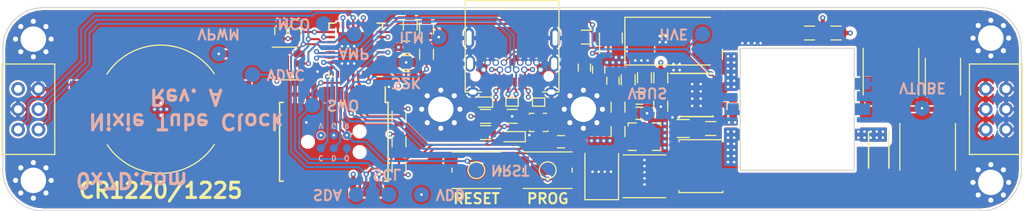
<source format=kicad_pcb>
(kicad_pcb (version 20171130) (host pcbnew "(5.0.1)-rc2")

  (general
    (thickness 1.6)
    (drawings 37)
    (tracks 598)
    (zones 0)
    (modules 80)
    (nets 57)
  )

  (page A4)
  (layers
    (0 F.Cu jumper)
    (1 In1.Cu jumper)
    (2 In2.Cu jumper)
    (31 B.Cu signal)
    (34 B.Paste user)
    (35 F.Paste user)
    (36 B.SilkS user)
    (37 F.SilkS user)
    (38 B.Mask user)
    (39 F.Mask user)
    (41 Cmts.User user)
    (44 Edge.Cuts user)
    (45 Margin user)
    (46 B.CrtYd user hide)
    (47 F.CrtYd user hide)
    (48 B.Fab user)
    (49 F.Fab user)
  )

  (setup
    (last_trace_width 0.127)
    (user_trace_width 0.15)
    (user_trace_width 0.2)
    (user_trace_width 0.25)
    (user_trace_width 0.3)
    (user_trace_width 0.4)
    (user_trace_width 0.6)
    (user_trace_width 0.8)
    (user_trace_width 1)
    (trace_clearance 0.127)
    (zone_clearance 0.2)
    (zone_45_only no)
    (trace_min 0.127)
    (segment_width 0.2)
    (edge_width 0.1)
    (via_size 0.508)
    (via_drill 0.254)
    (via_min_size 0.508)
    (via_min_drill 0.254)
    (uvia_size 0.3)
    (uvia_drill 0.1)
    (uvias_allowed no)
    (uvia_min_size 0.2)
    (uvia_min_drill 0.1)
    (pcb_text_width 0.3)
    (pcb_text_size 1.5 1.5)
    (mod_edge_width 0.15)
    (mod_text_size 1 1)
    (mod_text_width 0.15)
    (pad_size 0.9906 0.9906)
    (pad_drill 0.9906)
    (pad_to_mask_clearance 0)
    (aux_axis_origin 0 0)
    (visible_elements 7FF9FFFF)
    (pcbplotparams
      (layerselection 0x010f0_ffffffff)
      (usegerberextensions false)
      (usegerberattributes false)
      (usegerberadvancedattributes false)
      (creategerberjobfile false)
      (excludeedgelayer true)
      (linewidth 0.100000)
      (plotframeref false)
      (viasonmask false)
      (mode 1)
      (useauxorigin false)
      (hpglpennumber 1)
      (hpglpenspeed 20)
      (hpglpendiameter 15.000000)
      (psnegative false)
      (psa4output false)
      (plotreference false)
      (plotvalue false)
      (plotinvisibletext false)
      (padsonsilk false)
      (subtractmaskfromsilk false)
      (outputformat 1)
      (mirror false)
      (drillshape 0)
      (scaleselection 1)
      (outputdirectory "Gerbers/"))
  )

  (net 0 "")
  (net 1 "Net-(Q1-Pad3)")
  (net 2 "Net-(Q1-Pad2)")
  (net 3 "Net-(R1-Pad2)")
  (net 4 "Net-(R6-Pad2)")
  (net 5 "Net-(Q1-Pad1)")
  (net 6 "Net-(C7-Pad1)")
  (net 7 /HV_OUT)
  (net 8 /VBUS)
  (net 9 /VDD)
  (net 10 /VNIXIE)
  (net 11 /SCL)
  (net 12 /SDA)
  (net 13 /HV_EN)
  (net 14 "Net-(R8-Pad2)")
  (net 15 "Net-(R10-Pad2)")
  (net 16 /SWO)
  (net 17 /NRST)
  (net 18 /CC1)
  (net 19 /CC2)
  (net 20 /DAC)
  (net 21 /USB_N)
  (net 22 /USB_P)
  (net 23 "Net-(D4-Pad2)")
  (net 24 /SWDIO)
  (net 25 /SWCLK)
  (net 26 "Net-(L1-Pad1)")
  (net 27 "Net-(L1-Pad2)")
  (net 28 "Net-(R7-Pad1)")
  (net 29 /GND)
  (net 30 /HV_IN)
  (net 31 /USB)
  (net 32 /ILM)
  (net 33 /FAULT)
  (net 34 "Net-(T1-Pad2)")
  (net 35 "Net-(U1-Pad9)")
  (net 36 /RTC)
  (net 37 "Net-(U2-Pad3)")
  (net 38 /32kHz)
  (net 39 "Net-(C5-Pad1)")
  (net 40 "Net-(R16-Pad1)")
  (net 41 /AMP_EN)
  (net 42 "Net-(BT1-Pad1)")
  (net 43 "Net-(C6-Pad1)")
  (net 44 /NIXIE_EN)
  (net 45 "Net-(U1-Pad4)")
  (net 46 "Net-(U2-Pad12)")
  (net 47 /MCO)
  (net 48 "Net-(U2-Pad25)")
  (net 49 "Net-(U2-Pad10)")
  (net 50 "Net-(U2-Pad30)")
  (net 51 "Net-(U2-Pad14)")
  (net 52 /LED)
  (net 53 "Net-(C17-Pad1)")
  (net 54 "Net-(R2-Pad1)")
  (net 55 "Net-(D5-Pad2)")
  (net 56 "Net-(R20-Pad2)")

  (net_class Default "This is the default net class."
    (clearance 0.127)
    (trace_width 0.127)
    (via_dia 0.508)
    (via_drill 0.254)
    (uvia_dia 0.3)
    (uvia_drill 0.1)
    (diff_pair_gap 0.127)
    (diff_pair_width 0.25)
    (add_net /32kHz)
    (add_net /AMP_EN)
    (add_net /CC1)
    (add_net /CC2)
    (add_net /DAC)
    (add_net /FAULT)
    (add_net /GND)
    (add_net /HV_EN)
    (add_net /HV_IN)
    (add_net /ILM)
    (add_net /LED)
    (add_net /MCO)
    (add_net /NIXIE_EN)
    (add_net /NRST)
    (add_net /RTC)
    (add_net /SCL)
    (add_net /SDA)
    (add_net /SWCLK)
    (add_net /SWDIO)
    (add_net /SWO)
    (add_net /USB)
    (add_net /VBUS)
    (add_net /VDD)
    (add_net /VNIXIE)
    (add_net "Net-(BT1-Pad1)")
    (add_net "Net-(C17-Pad1)")
    (add_net "Net-(C5-Pad1)")
    (add_net "Net-(C6-Pad1)")
    (add_net "Net-(C7-Pad1)")
    (add_net "Net-(D4-Pad2)")
    (add_net "Net-(D5-Pad2)")
    (add_net "Net-(L1-Pad1)")
    (add_net "Net-(L1-Pad2)")
    (add_net "Net-(Q1-Pad1)")
    (add_net "Net-(Q1-Pad2)")
    (add_net "Net-(Q1-Pad3)")
    (add_net "Net-(R1-Pad2)")
    (add_net "Net-(R10-Pad2)")
    (add_net "Net-(R16-Pad1)")
    (add_net "Net-(R2-Pad1)")
    (add_net "Net-(R20-Pad2)")
    (add_net "Net-(R6-Pad2)")
    (add_net "Net-(R7-Pad1)")
    (add_net "Net-(R8-Pad2)")
    (add_net "Net-(T1-Pad2)")
    (add_net "Net-(U1-Pad4)")
    (add_net "Net-(U1-Pad9)")
    (add_net "Net-(U2-Pad10)")
    (add_net "Net-(U2-Pad12)")
    (add_net "Net-(U2-Pad14)")
    (add_net "Net-(U2-Pad25)")
    (add_net "Net-(U2-Pad3)")
    (add_net "Net-(U2-Pad30)")
  )

  (net_class HV ""
    (clearance 0.4)
    (trace_width 0.2)
    (via_dia 0.508)
    (via_drill 0.254)
    (uvia_dia 0.3)
    (uvia_drill 0.1)
    (diff_pair_gap 0.127)
    (diff_pair_width 0.25)
    (add_net /HV_OUT)
  )

  (net_class USB ""
    (clearance 0.127)
    (trace_width 0.127)
    (via_dia 0.508)
    (via_drill 0.254)
    (uvia_dia 0.3)
    (uvia_drill 0.1)
    (diff_pair_gap 0.1524)
    (diff_pair_width 0.2)
    (add_net /USB_N)
    (add_net /USB_P)
  )

  (module "Custom Parts:USB_C_Receptacle" locked (layer F.Cu) (tedit 5BCE7149) (tstamp 5BB42E3C)
    (at 150 92.4 180)
    (descr "USB TYPE C, RA RCPT PCB, Hybrid, https://www.amphenolcanada.com/StockAvailabilityPrice.aspx?From=&PartNum=12401548E4%7e2A")
    (tags "USB C Type-C Receptacle Hybrid")
    (path /5B6238BC)
    (attr smd)
    (fp_text reference J1 (at 0 -6.36 180) (layer F.SilkS) hide
      (effects (font (size 1 1) (thickness 0.15)))
    )
    (fp_text value USB_C_Receptacle (at 0 4 180) (layer F.Fab)
      (effects (font (size 1 1) (thickness 0.15)))
    )
    (fp_text user %R (at 0 0 180) (layer F.Fab)
      (effects (font (size 1 1) (thickness 0.1)))
    )
    (fp_line (start 4.6 3.09) (end 4.6 -5.9) (layer F.Fab) (width 0.1))
    (fp_line (start -4.6 3.09) (end 4.6 3.09) (layer F.Fab) (width 0.1))
    (fp_line (start 3 -5.9) (end 4.6 -5.9) (layer F.SilkS) (width 0.12))
    (fp_line (start 4.6 -5.9) (end 4.6 3.09) (layer F.SilkS) (width 0.12))
    (fp_line (start -4.6 -5.9) (end -4.6 3.09) (layer F.SilkS) (width 0.12))
    (fp_line (start -4.6 -5.9) (end -3 -5.9) (layer F.SilkS) (width 0.12))
    (fp_line (start -4.6 -5.9) (end 4.6 -5.9) (layer F.Fab) (width 0.1))
    (fp_line (start -4.6 3.09) (end -4.6 -5.9) (layer F.Fab) (width 0.1))
    (fp_line (start -4.6 3.09) (end 4.6 3.09) (layer F.SilkS) (width 0.12))
    (fp_line (start -4.6 2.39) (end 4.6 2.39) (layer F.SilkS) (width 0.12))
    (pad S1 thru_hole oval (at -4.13 -3.11 180) (size 1 1.6) (drill oval 0.6 1.2) (layers *.Cu *.Mask)
      (net 29 /GND))
    (pad A1 smd rect (at -2.75 -4.93 180) (size 0.3 0.9) (layers F.Cu F.Paste F.Mask)
      (net 29 /GND))
    (pad A2 smd rect (at -2.25 -4.93 180) (size 0.3 0.9) (layers F.Cu F.Paste F.Mask)
      (net 29 /GND))
    (pad A3 smd rect (at -1.75 -4.93 180) (size 0.3 0.9) (layers F.Cu F.Paste F.Mask)
      (net 29 /GND))
    (pad A4 smd rect (at -1.25 -4.93 180) (size 0.3 0.9) (layers F.Cu F.Paste F.Mask)
      (net 8 /VBUS))
    (pad A5 smd rect (at -0.75 -4.93 180) (size 0.3 0.9) (layers F.Cu F.Paste F.Mask)
      (net 18 /CC1))
    (pad A6 smd rect (at -0.25 -4.93 180) (size 0.3 0.9) (layers F.Cu F.Paste F.Mask)
      (net 22 /USB_P))
    (pad A7 smd rect (at 0.25 -4.93 180) (size 0.3 0.9) (layers F.Cu F.Paste F.Mask)
      (net 21 /USB_N))
    (pad A12 smd rect (at 2.75 -4.93 180) (size 0.3 0.9) (layers F.Cu F.Paste F.Mask)
      (net 29 /GND))
    (pad A10 smd rect (at 1.75 -4.93 180) (size 0.3 0.9) (layers F.Cu F.Paste F.Mask)
      (net 29 /GND))
    (pad A9 smd rect (at 1.25 -4.93 180) (size 0.3 0.9) (layers F.Cu F.Paste F.Mask)
      (net 8 /VBUS))
    (pad A8 smd rect (at 0.75 -4.93 180) (size 0.3 0.9) (layers F.Cu F.Paste F.Mask)
      (net 29 /GND))
    (pad A11 smd rect (at 2.25 -4.93 180) (size 0.3 0.9) (layers F.Cu F.Paste F.Mask)
      (net 29 /GND))
    (pad S1 thru_hole oval (at 4.13 -3.11 180) (size 1 1.6) (drill oval 0.6 1.2) (layers *.Cu *.Mask)
      (net 29 /GND))
    (pad S1 thru_hole oval (at 4.22 -0.595 180) (size 1 2) (drill oval 0.5 1.5) (layers *.Cu *.Mask)
      (net 29 /GND))
    (pad S1 thru_hole oval (at -4.22 -0.595 180) (size 1 2) (drill oval 0.5 1.5) (layers *.Cu *.Mask)
      (net 29 /GND))
    (pad "" np_thru_hole oval (at 3.6 -4.36 180) (size 0.65 0.65) (drill 0.65) (layers *.Cu *.Mask))
    (pad "" np_thru_hole circle (at -3.6 -4.36 180) (size 0.65 0.65) (drill 0.65) (layers *.Cu *.Mask))
    (pad B1 thru_hole circle (at 2.8 -3.71 180) (size 0.65 0.65) (drill 0.4) (layers *.Cu *.Mask)
      (net 29 /GND))
    (pad B4 thru_hole circle (at 1.2 -3.71 180) (size 0.65 0.65) (drill 0.4) (layers *.Cu *.Mask)
      (net 8 /VBUS))
    (pad B6 thru_hole circle (at 0.4 -3.71 180) (size 0.65 0.65) (drill 0.4) (layers *.Cu *.Mask)
      (net 22 /USB_P))
    (pad B7 thru_hole circle (at -0.4 -3.71 180) (size 0.65 0.65) (drill 0.4) (layers *.Cu *.Mask)
      (net 21 /USB_N))
    (pad B9 thru_hole circle (at -1.2 -3.71 180) (size 0.65 0.65) (drill 0.4) (layers *.Cu *.Mask)
      (net 8 /VBUS))
    (pad B12 thru_hole circle (at -2.8 -3.71 180) (size 0.65 0.65) (drill 0.4) (layers *.Cu *.Mask)
      (net 29 /GND))
    (pad B2 thru_hole circle (at 2.4 -3.01 180) (size 0.65 0.65) (drill 0.4) (layers *.Cu *.Mask)
      (net 29 /GND))
    (pad B3 thru_hole circle (at 1.6 -3.01 180) (size 0.65 0.65) (drill 0.4) (layers *.Cu *.Mask)
      (net 29 /GND))
    (pad B5 thru_hole circle (at 0.8 -3.01 180) (size 0.65 0.65) (drill 0.4) (layers *.Cu *.Mask)
      (net 19 /CC2))
    (pad B8 thru_hole circle (at -0.8 -3.01 180) (size 0.65 0.65) (drill 0.4) (layers *.Cu *.Mask)
      (net 29 /GND))
    (pad B10 thru_hole circle (at -1.6 -3.01 180) (size 0.65 0.65) (drill 0.4) (layers *.Cu *.Mask)
      (net 29 /GND))
    (pad B11 thru_hole circle (at -2.4 -3.01 180) (size 0.65 0.65) (drill 0.4) (layers *.Cu *.Mask)
      (net 29 /GND))
    (pad S1 thru_hole oval (at -3.845 -5.91 180) (size 1.2 0.9) (drill oval 0.75 0.5) (layers *.Cu *.Mask)
      (net 29 /GND))
    (pad S1 thru_hole oval (at 3.845 -5.91 180) (size 1.2 0.9) (drill oval 0.75 0.5) (layers *.Cu *.Mask)
      (net 29 /GND))
    (model ${KISYS3DMOD}/Connectors_USB.3dshapes/USB_C_Receptacle_Amphenol_12401548E4-2A.wrl
      (at (xyz 0 0 0))
      (scale (xyz 1 1 1))
      (rotate (xyz 0 0 0))
    )
  )

  (module Resistors_SMD:R_0603 (layer F.Cu) (tedit 5BB3C810) (tstamp 5BB4849E)
    (at 181.8 92.5 180)
    (descr "Resistor SMD 0603, reflow soldering, Vishay (see dcrcw.pdf)")
    (tags "resistor 0603")
    (path /5BB58A31)
    (attr smd)
    (fp_text reference R20 (at 0 -1.45 180) (layer F.SilkS) hide
      (effects (font (size 1 1) (thickness 0.15)))
    )
    (fp_text value 1M (at 0 1.5 180) (layer F.Fab)
      (effects (font (size 1 1) (thickness 0.15)))
    )
    (fp_text user %R (at 0 0 180) (layer F.Fab)
      (effects (font (size 0.4 0.4) (thickness 0.075)))
    )
    (fp_line (start -0.8 0.4) (end -0.8 -0.4) (layer F.Fab) (width 0.1))
    (fp_line (start 0.8 0.4) (end -0.8 0.4) (layer F.Fab) (width 0.1))
    (fp_line (start 0.8 -0.4) (end 0.8 0.4) (layer F.Fab) (width 0.1))
    (fp_line (start -0.8 -0.4) (end 0.8 -0.4) (layer F.Fab) (width 0.1))
    (fp_line (start 0.5 0.68) (end -0.5 0.68) (layer F.SilkS) (width 0.12))
    (fp_line (start -0.5 -0.68) (end 0.5 -0.68) (layer F.SilkS) (width 0.12))
    (fp_line (start -1.25 -0.7) (end 1.25 -0.7) (layer F.CrtYd) (width 0.05))
    (fp_line (start -1.25 -0.7) (end -1.25 0.7) (layer F.CrtYd) (width 0.05))
    (fp_line (start 1.25 0.7) (end 1.25 -0.7) (layer F.CrtYd) (width 0.05))
    (fp_line (start 1.25 0.7) (end -1.25 0.7) (layer F.CrtYd) (width 0.05))
    (pad 1 smd rect (at -0.75 0 180) (size 0.5 0.9) (layers F.Cu F.Paste F.Mask)
      (net 7 /HV_OUT))
    (pad 2 smd rect (at 0.75 0 180) (size 0.5 0.9) (layers F.Cu F.Paste F.Mask)
      (net 56 "Net-(R20-Pad2)"))
    (model ${KISYS3DMOD}/Resistors_SMD.3dshapes/R_0603.wrl
      (at (xyz 0 0 0))
      (scale (xyz 1 1 1))
      (rotate (xyz 0 0 0))
    )
  )

  (module Resistors_SMD:R_0603 (layer F.Cu) (tedit 5BB3C814) (tstamp 5BB480F2)
    (at 179.2 92.5)
    (descr "Resistor SMD 0603, reflow soldering, Vishay (see dcrcw.pdf)")
    (tags "resistor 0603")
    (path /5BB58B15)
    (attr smd)
    (fp_text reference R21 (at 0 -1.45) (layer F.SilkS) hide
      (effects (font (size 1 1) (thickness 0.15)))
    )
    (fp_text value 15k (at 0 1.5) (layer F.Fab)
      (effects (font (size 1 1) (thickness 0.15)))
    )
    (fp_line (start 1.25 0.7) (end -1.25 0.7) (layer F.CrtYd) (width 0.05))
    (fp_line (start 1.25 0.7) (end 1.25 -0.7) (layer F.CrtYd) (width 0.05))
    (fp_line (start -1.25 -0.7) (end -1.25 0.7) (layer F.CrtYd) (width 0.05))
    (fp_line (start -1.25 -0.7) (end 1.25 -0.7) (layer F.CrtYd) (width 0.05))
    (fp_line (start -0.5 -0.68) (end 0.5 -0.68) (layer F.SilkS) (width 0.12))
    (fp_line (start 0.5 0.68) (end -0.5 0.68) (layer F.SilkS) (width 0.12))
    (fp_line (start -0.8 -0.4) (end 0.8 -0.4) (layer F.Fab) (width 0.1))
    (fp_line (start 0.8 -0.4) (end 0.8 0.4) (layer F.Fab) (width 0.1))
    (fp_line (start 0.8 0.4) (end -0.8 0.4) (layer F.Fab) (width 0.1))
    (fp_line (start -0.8 0.4) (end -0.8 -0.4) (layer F.Fab) (width 0.1))
    (fp_text user %R (at 0 0) (layer F.Fab)
      (effects (font (size 0.4 0.4) (thickness 0.075)))
    )
    (pad 2 smd rect (at 0.75 0) (size 0.5 0.9) (layers F.Cu F.Paste F.Mask)
      (net 56 "Net-(R20-Pad2)"))
    (pad 1 smd rect (at -0.75 0) (size 0.5 0.9) (layers F.Cu F.Paste F.Mask)
      (net 29 /GND))
    (model ${KISYS3DMOD}/Resistors_SMD.3dshapes/R_0603.wrl
      (at (xyz 0 0 0))
      (scale (xyz 1 1 1))
      (rotate (xyz 0 0 0))
    )
  )

  (module Housings_DFN_QFN:QFN-32-1EP_5x5mm_Pitch0.5mm (layer F.Cu) (tedit 5BA9CFDF) (tstamp 5BABF1F1)
    (at 134.65 94.15 180)
    (descr "UH Package; 32-Lead Plastic QFN (5mm x 5mm); (see Linear Technology QFN_32_05-08-1693.pdf)")
    (tags "QFN 0.5")
    (path /5B622DF7)
    (attr smd)
    (fp_text reference U2 (at 0 -3.75 180) (layer F.SilkS) hide
      (effects (font (size 1 1) (thickness 0.15)))
    )
    (fp_text value STM32L432K (at 0 3.75 180) (layer F.Fab)
      (effects (font (size 1 1) (thickness 0.15)))
    )
    (fp_line (start 2.625 -2.625) (end 2.1 -2.625) (layer F.SilkS) (width 0.15))
    (fp_line (start 2.625 2.625) (end 2.1 2.625) (layer F.SilkS) (width 0.15))
    (fp_line (start -2.625 2.625) (end -2.1 2.625) (layer F.SilkS) (width 0.15))
    (fp_line (start -2.625 -2.625) (end -2.1 -2.625) (layer F.SilkS) (width 0.15))
    (fp_line (start 2.625 2.625) (end 2.625 2.1) (layer F.SilkS) (width 0.15))
    (fp_line (start -2.625 2.625) (end -2.625 2.1) (layer F.SilkS) (width 0.15))
    (fp_line (start 2.625 -2.625) (end 2.625 -2.1) (layer F.SilkS) (width 0.15))
    (fp_line (start -3 3) (end 3 3) (layer F.CrtYd) (width 0.05))
    (fp_line (start -3 -3) (end 3 -3) (layer F.CrtYd) (width 0.05))
    (fp_line (start 3 -3) (end 3 3) (layer F.CrtYd) (width 0.05))
    (fp_line (start -3 -3) (end -3 3) (layer F.CrtYd) (width 0.05))
    (fp_line (start -2.5 -1.5) (end -1.5 -2.5) (layer F.Fab) (width 0.15))
    (fp_line (start -2.5 2.5) (end -2.5 -1.5) (layer F.Fab) (width 0.15))
    (fp_line (start 2.5 2.5) (end -2.5 2.5) (layer F.Fab) (width 0.15))
    (fp_line (start 2.5 -2.5) (end 2.5 2.5) (layer F.Fab) (width 0.15))
    (fp_line (start -1.5 -2.5) (end 2.5 -2.5) (layer F.Fab) (width 0.15))
    (pad 33 smd rect (at -0.8625 -0.8625 180) (size 1.725 1.725) (layers F.Cu F.Paste F.Mask)
      (net 29 /GND) (solder_paste_margin_ratio -0.2))
    (pad 33 smd rect (at -0.8625 0.8625 180) (size 1.725 1.725) (layers F.Cu F.Paste F.Mask)
      (net 29 /GND) (solder_paste_margin_ratio -0.2))
    (pad 33 smd rect (at 0.8625 -0.8625 180) (size 1.725 1.725) (layers F.Cu F.Paste F.Mask)
      (net 29 /GND) (solder_paste_margin_ratio -0.2))
    (pad 33 smd rect (at 0.8625 0.8625 180) (size 1.725 1.725) (layers F.Cu F.Paste F.Mask)
      (net 29 /GND) (solder_paste_margin_ratio -0.2))
    (pad 32 smd rect (at -1.75 -2.4 270) (size 0.7 0.25) (layers F.Cu F.Paste F.Mask)
      (net 29 /GND))
    (pad 31 smd rect (at -1.25 -2.4 270) (size 0.7 0.25) (layers F.Cu F.Paste F.Mask)
      (net 54 "Net-(R2-Pad1)"))
    (pad 30 smd rect (at -0.75 -2.4 270) (size 0.7 0.25) (layers F.Cu F.Paste F.Mask)
      (net 50 "Net-(U2-Pad30)"))
    (pad 29 smd rect (at -0.25 -2.4 270) (size 0.7 0.25) (layers F.Cu F.Paste F.Mask)
      (net 52 /LED))
    (pad 28 smd rect (at 0.25 -2.4 270) (size 0.7 0.25) (layers F.Cu F.Paste F.Mask)
      (net 36 /RTC))
    (pad 27 smd rect (at 0.75 -2.4 270) (size 0.7 0.25) (layers F.Cu F.Paste F.Mask)
      (net 31 /USB))
    (pad 26 smd rect (at 1.25 -2.4 270) (size 0.7 0.25) (layers F.Cu F.Paste F.Mask)
      (net 16 /SWO))
    (pad 25 smd rect (at 1.75 -2.4 270) (size 0.7 0.25) (layers F.Cu F.Paste F.Mask)
      (net 48 "Net-(U2-Pad25)"))
    (pad 24 smd rect (at 2.4 -1.75 180) (size 0.7 0.25) (layers F.Cu F.Paste F.Mask)
      (net 25 /SWCLK))
    (pad 23 smd rect (at 2.4 -1.25 180) (size 0.7 0.25) (layers F.Cu F.Paste F.Mask)
      (net 24 /SWDIO))
    (pad 22 smd rect (at 2.4 -0.75 180) (size 0.7 0.25) (layers F.Cu F.Paste F.Mask)
      (net 22 /USB_P))
    (pad 21 smd rect (at 2.4 -0.25 180) (size 0.7 0.25) (layers F.Cu F.Paste F.Mask)
      (net 21 /USB_N))
    (pad 20 smd rect (at 2.4 0.25 180) (size 0.7 0.25) (layers F.Cu F.Paste F.Mask)
      (net 12 /SDA))
    (pad 19 smd rect (at 2.4 0.75 180) (size 0.7 0.25) (layers F.Cu F.Paste F.Mask)
      (net 11 /SCL))
    (pad 18 smd rect (at 2.4 1.25 180) (size 0.7 0.25) (layers F.Cu F.Paste F.Mask)
      (net 47 /MCO))
    (pad 17 smd rect (at 2.4 1.75 180) (size 0.7 0.25) (layers F.Cu F.Paste F.Mask)
      (net 9 /VDD))
    (pad 16 smd rect (at 1.75 2.4 270) (size 0.7 0.25) (layers F.Cu F.Paste F.Mask)
      (net 29 /GND))
    (pad 15 smd rect (at 1.25 2.4 270) (size 0.7 0.25) (layers F.Cu F.Paste F.Mask)
      (net 41 /AMP_EN))
    (pad 14 smd rect (at 0.75 2.4 270) (size 0.7 0.25) (layers F.Cu F.Paste F.Mask)
      (net 51 "Net-(U2-Pad14)"))
    (pad 13 smd rect (at 0.25 2.4 270) (size 0.7 0.25) (layers F.Cu F.Paste F.Mask)
      (net 44 /NIXIE_EN))
    (pad 12 smd rect (at -0.25 2.4 270) (size 0.7 0.25) (layers F.Cu F.Paste F.Mask)
      (net 46 "Net-(U2-Pad12)"))
    (pad 11 smd rect (at -0.75 2.4 270) (size 0.7 0.25) (layers F.Cu F.Paste F.Mask)
      (net 20 /DAC))
    (pad 10 smd rect (at -1.25 2.4 270) (size 0.7 0.25) (layers F.Cu F.Paste F.Mask)
      (net 49 "Net-(U2-Pad10)"))
    (pad 9 smd rect (at -1.75 2.4 270) (size 0.7 0.25) (layers F.Cu F.Paste F.Mask)
      (net 33 /FAULT))
    (pad 8 smd rect (at -2.4 1.75 180) (size 0.7 0.25) (layers F.Cu F.Paste F.Mask)
      (net 13 /HV_EN))
    (pad 7 smd rect (at -2.4 1.25 180) (size 0.7 0.25) (layers F.Cu F.Paste F.Mask)
      (net 56 "Net-(R20-Pad2)"))
    (pad 6 smd rect (at -2.4 0.75 180) (size 0.7 0.25) (layers F.Cu F.Paste F.Mask)
      (net 32 /ILM))
    (pad 5 smd rect (at -2.4 0.25 180) (size 0.7 0.25) (layers F.Cu F.Paste F.Mask)
      (net 9 /VDD))
    (pad 4 smd rect (at -2.4 -0.25 180) (size 0.7 0.25) (layers F.Cu F.Paste F.Mask)
      (net 17 /NRST))
    (pad 3 smd rect (at -2.4 -0.75 180) (size 0.7 0.25) (layers F.Cu F.Paste F.Mask)
      (net 37 "Net-(U2-Pad3)"))
    (pad 2 smd rect (at -2.4 -1.25 180) (size 0.7 0.25) (layers F.Cu F.Paste F.Mask)
      (net 38 /32kHz))
    (pad 1 smd rect (at -2.4 -1.75 180) (size 0.7 0.25) (layers F.Cu F.Paste F.Mask)
      (net 9 /VDD))
    (model ${KISYS3DMOD}/Housings_DFN_QFN.3dshapes/QFN-32-1EP_5x5mm_Pitch0.5mm.wrl
      (at (xyz 0 0 0))
      (scale (xyz 1 1 1))
      (rotate (xyz 0 0 0))
    )
  )

  (module "Custom Parts:Inductor_4.1x4.1mm" (layer F.Cu) (tedit 5BB31255) (tstamp 5BB334A6)
    (at 163 106.6 180)
    (descr "Inductor, Taiyo Yuden, NR series, Taiyo-Yuden_NR-40xx, 4.0mmx4.0mm")
    (tags "inductor taiyo-yuden nr smd")
    (path /5B16755A)
    (attr smd)
    (fp_text reference L1 (at 0 -3 180) (layer F.SilkS) hide
      (effects (font (size 1 1) (thickness 0.15)))
    )
    (fp_text value 1uH (at 0 3.5 180) (layer F.Fab)
      (effects (font (size 1 1) (thickness 0.15)))
    )
    (fp_text user %R (at 0 0 180) (layer F.Fab)
      (effects (font (size 1 1) (thickness 0.15)))
    )
    (fp_line (start -2.1 -2.1) (end 2.1 -2.1) (layer F.SilkS) (width 0.12))
    (fp_line (start -2.1 2.1) (end 2.1 2.1) (layer F.SilkS) (width 0.12))
    (fp_line (start -2.25 -2.25) (end -2.25 2.25) (layer F.CrtYd) (width 0.05))
    (fp_line (start -2.25 2.25) (end 2.25 2.25) (layer F.CrtYd) (width 0.05))
    (fp_line (start 2.25 2.25) (end 2.25 -2.25) (layer F.CrtYd) (width 0.05))
    (fp_line (start 2.25 -2.25) (end -2.25 -2.25) (layer F.CrtYd) (width 0.05))
    (fp_line (start -2.05 -2.05) (end -2.05 2.05) (layer F.Fab) (width 0.12))
    (fp_line (start -2.05 2.05) (end 2.05 2.05) (layer F.Fab) (width 0.12))
    (fp_line (start 2.05 2.05) (end 2.05 -2.05) (layer F.Fab) (width 0.12))
    (fp_line (start 2.05 -2.05) (end -2.05 -2.05) (layer F.Fab) (width 0.12))
    (pad 1 smd rect (at -1.2 0 180) (size 1 3.8) (layers F.Cu F.Paste F.Mask)
      (net 26 "Net-(L1-Pad1)"))
    (pad 2 smd rect (at 1.2 0 180) (size 1 3.8) (layers F.Cu F.Paste F.Mask)
      (net 27 "Net-(L1-Pad2)"))
    (model ${KISYS3DMOD}/Inductors_SMD.3dshapes/L_Taiyo-Yuden_NR-40xx.wrl
      (at (xyz 0 0 0))
      (scale (xyz 1 1 1))
      (rotate (xyz 0 0 0))
    )
  )

  (module Measurement_Points:Measurement_Point_Round-SMD-Pad_Small (layer B.Cu) (tedit 5BB09430) (tstamp 5BB15CD7)
    (at 146.5 106)
    (descr "Mesurement Point, Round, SMD Pad, DM 1.5mm,")
    (tags "Mesurement Point Round SMD Pad 1.5mm")
    (path /5BB2EA59)
    (attr virtual)
    (fp_text reference J18 (at 0 2) (layer B.SilkS) hide
      (effects (font (size 1 1) (thickness 0.15)) (justify mirror))
    )
    (fp_text value NRST (at 0 -2) (layer B.Fab)
      (effects (font (size 1 1) (thickness 0.15)) (justify mirror))
    )
    (fp_circle (center 0 0) (end 1 0) (layer B.CrtYd) (width 0.05))
    (pad 1 smd circle (at 0 0) (size 1.5 1.5) (layers B.Cu B.Mask)
      (net 17 /NRST))
  )

  (module Measurement_Points:Measurement_Point_Round-SMD-Pad_Small (layer B.Cu) (tedit 5BADC8A7) (tstamp 5BAE0329)
    (at 130.4 99.6)
    (descr "Mesurement Point, Round, SMD Pad, DM 1.5mm,")
    (tags "Mesurement Point Round SMD Pad 1.5mm")
    (path /5BAE0437)
    (attr virtual)
    (fp_text reference J17 (at 0 2) (layer B.SilkS) hide
      (effects (font (size 1 1) (thickness 0.15)) (justify mirror))
    )
    (fp_text value SWO (at 0 -2) (layer B.Fab)
      (effects (font (size 1 1) (thickness 0.15)) (justify mirror))
    )
    (fp_circle (center 0 0) (end 1 0) (layer B.CrtYd) (width 0.05))
    (pad 1 smd circle (at 0 0) (size 1.5 1.5) (layers B.Cu B.Mask)
      (net 16 /SWO))
  )

  (module Capacitors_SMD:C_0603 (layer F.Cu) (tedit 5BADAEAD) (tstamp 5BB497E8)
    (at 157.1 95.9 270)
    (descr "Capacitor SMD 0603, reflow soldering, AVX (see smccp.pdf)")
    (tags "capacitor 0603")
    (path /5BAFD7B9)
    (attr smd)
    (fp_text reference C17 (at 0 -1.5 270) (layer F.SilkS) hide
      (effects (font (size 1 1) (thickness 0.15)))
    )
    (fp_text value SLEW (at 0 1.5 270) (layer F.Fab)
      (effects (font (size 1 1) (thickness 0.15)))
    )
    (fp_text user %R (at 0 0 270) (layer F.Fab)
      (effects (font (size 0.3 0.3) (thickness 0.075)))
    )
    (fp_line (start -0.8 0.4) (end -0.8 -0.4) (layer F.Fab) (width 0.1))
    (fp_line (start 0.8 0.4) (end -0.8 0.4) (layer F.Fab) (width 0.1))
    (fp_line (start 0.8 -0.4) (end 0.8 0.4) (layer F.Fab) (width 0.1))
    (fp_line (start -0.8 -0.4) (end 0.8 -0.4) (layer F.Fab) (width 0.1))
    (fp_line (start -0.35 -0.6) (end 0.35 -0.6) (layer F.SilkS) (width 0.12))
    (fp_line (start 0.35 0.6) (end -0.35 0.6) (layer F.SilkS) (width 0.12))
    (fp_line (start -1.4 -0.65) (end 1.4 -0.65) (layer F.CrtYd) (width 0.05))
    (fp_line (start -1.4 -0.65) (end -1.4 0.65) (layer F.CrtYd) (width 0.05))
    (fp_line (start 1.4 0.65) (end 1.4 -0.65) (layer F.CrtYd) (width 0.05))
    (fp_line (start 1.4 0.65) (end -1.4 0.65) (layer F.CrtYd) (width 0.05))
    (pad 1 smd rect (at -0.75 0 270) (size 0.8 0.75) (layers F.Cu F.Paste F.Mask)
      (net 53 "Net-(C17-Pad1)"))
    (pad 2 smd rect (at 0.75 0 270) (size 0.8 0.75) (layers F.Cu F.Paste F.Mask)
      (net 29 /GND))
    (model Capacitors_SMD.3dshapes/C_0603.wrl
      (at (xyz 0 0 0))
      (scale (xyz 1 1 1))
      (rotate (xyz 0 0 0))
    )
  )

  (module "Custom Parts:CR1220_Holder" (layer F.Cu) (tedit 5BAD23CD) (tstamp 5BA0C870)
    (at 115.5 100)
    (path /5BA7F4A1)
    (fp_text reference BT1 (at 0 -6) (layer F.SilkS) hide
      (effects (font (size 1 1) (thickness 0.15)))
    )
    (fp_text value CR1620 (at 0 6) (layer F.Fab)
      (effects (font (size 1 1) (thickness 0.15)))
    )
    (fp_arc (start 0 0) (end -5.25 3.499999) (angle -113) (layer F.SilkS) (width 0.12))
    (fp_arc (start 0 0) (end 5.25 -3.499999) (angle -113) (layer F.SilkS) (width 0.12))
    (fp_line (start -7 4) (end -7 -4) (layer F.Fab) (width 0.1))
    (fp_line (start 7 4) (end 7 -4) (layer F.Fab) (width 0.1))
    (fp_line (start -7 -4) (end -6 -5) (layer F.Fab) (width 0.1))
    (fp_line (start -6 -5) (end 6 -5) (layer F.Fab) (width 0.1))
    (fp_line (start 6 -5) (end 7 -4) (layer F.Fab) (width 0.1))
    (fp_arc (start 0.000001 9.999999) (end 4 5) (angle -77.3) (layer F.Fab) (width 0.1))
    (fp_line (start 4 5) (end 5 5) (layer F.Fab) (width 0.1))
    (fp_line (start 5 5) (end 6 5) (layer F.Fab) (width 0.1))
    (fp_line (start 6 5) (end 7 4) (layer F.Fab) (width 0.1))
    (fp_line (start -4 5) (end -6 5) (layer F.Fab) (width 0.1))
    (fp_line (start -6 5) (end -7 4) (layer F.Fab) (width 0.1))
    (pad 1 smd circle (at 0 0) (size 10.2 10.2) (layers F.Cu F.Mask)
      (net 42 "Net-(BT1-Pad1)") (clearance 0.5))
    (pad 2 smd rect (at -7.65 1.55) (size 2.5 2.5) (layers F.Cu F.Paste F.Mask)
      (net 29 /GND))
    (pad 2 smd rect (at -7.65 -1.55) (size 2.5 2.5) (layers F.Cu F.Paste F.Mask)
      (net 29 /GND))
    (pad 2 smd rect (at 7.65 1.55) (size 2.5 2.5) (layers F.Cu F.Paste F.Mask)
      (net 29 /GND))
    (pad 2 smd rect (at 7.65 -1.55) (size 2.5 2.5) (layers F.Cu F.Paste F.Mask)
      (net 29 /GND))
  )

  (module LEDs:LED_0603 (layer F.Cu) (tedit 5BAD15AF) (tstamp 5BB42ECB)
    (at 150 102.7 180)
    (descr "LED 0603 smd package")
    (tags "LED led 0603 SMD smd SMT smt smdled SMDLED smtled SMTLED")
    (path /5BADCAA0)
    (attr smd)
    (fp_text reference D5 (at 0 -1.25 180) (layer F.SilkS) hide
      (effects (font (size 1 1) (thickness 0.15)))
    )
    (fp_text value LED (at 0 1.35 180) (layer F.Fab)
      (effects (font (size 1 1) (thickness 0.15)))
    )
    (fp_line (start -1.45 -0.65) (end 1.45 -0.65) (layer F.CrtYd) (width 0.05))
    (fp_line (start -1.45 0.65) (end -1.45 -0.65) (layer F.CrtYd) (width 0.05))
    (fp_line (start 1.45 0.65) (end -1.45 0.65) (layer F.CrtYd) (width 0.05))
    (fp_line (start 1.45 -0.65) (end 1.45 0.65) (layer F.CrtYd) (width 0.05))
    (fp_line (start -1.3 -0.5) (end 0.8 -0.5) (layer F.SilkS) (width 0.12))
    (fp_line (start -1.3 0.5) (end 0.8 0.5) (layer F.SilkS) (width 0.12))
    (fp_line (start -0.8 0.4) (end -0.8 -0.4) (layer F.Fab) (width 0.1))
    (fp_line (start -0.8 -0.4) (end 0.8 -0.4) (layer F.Fab) (width 0.1))
    (fp_line (start 0.8 -0.4) (end 0.8 0.4) (layer F.Fab) (width 0.1))
    (fp_line (start 0.8 0.4) (end -0.8 0.4) (layer F.Fab) (width 0.1))
    (fp_line (start 0.15 -0.2) (end 0.15 0.2) (layer F.Fab) (width 0.1))
    (fp_line (start 0.15 0.2) (end -0.15 0) (layer F.Fab) (width 0.1))
    (fp_line (start -0.15 0) (end 0.15 -0.2) (layer F.Fab) (width 0.1))
    (fp_line (start -0.2 -0.2) (end -0.2 0.2) (layer F.Fab) (width 0.1))
    (fp_line (start -1.3 -0.5) (end -1.3 0.5) (layer F.SilkS) (width 0.12))
    (pad 1 smd rect (at -0.8 0) (size 0.8 0.8) (layers F.Cu F.Paste F.Mask)
      (net 29 /GND))
    (pad 2 smd rect (at 0.8 0) (size 0.8 0.8) (layers F.Cu F.Paste F.Mask)
      (net 55 "Net-(D5-Pad2)"))
    (model ${KISYS3DMOD}/LEDs.3dshapes/LED_0603.wrl
      (at (xyz 0 0 0))
      (scale (xyz 1 1 1))
      (rotate (xyz 0 0 180))
    )
  )

  (module Resistors_SMD:R_0603 (layer F.Cu) (tedit 5BAD15B2) (tstamp 5BB428B3)
    (at 147.4 102.3)
    (descr "Resistor SMD 0603, reflow soldering, Vishay (see dcrcw.pdf)")
    (tags "resistor 0603")
    (path /5BADE6EA)
    (attr smd)
    (fp_text reference R13 (at 0 -1.45) (layer F.SilkS) hide
      (effects (font (size 1 1) (thickness 0.15)))
    )
    (fp_text value 10k (at 0 1.5) (layer F.Fab)
      (effects (font (size 1 1) (thickness 0.15)))
    )
    (fp_line (start 1.25 0.7) (end -1.25 0.7) (layer F.CrtYd) (width 0.05))
    (fp_line (start 1.25 0.7) (end 1.25 -0.7) (layer F.CrtYd) (width 0.05))
    (fp_line (start -1.25 -0.7) (end -1.25 0.7) (layer F.CrtYd) (width 0.05))
    (fp_line (start -1.25 -0.7) (end 1.25 -0.7) (layer F.CrtYd) (width 0.05))
    (fp_line (start -0.5 -0.68) (end 0.5 -0.68) (layer F.SilkS) (width 0.12))
    (fp_line (start 0.5 0.68) (end -0.5 0.68) (layer F.SilkS) (width 0.12))
    (fp_line (start -0.8 -0.4) (end 0.8 -0.4) (layer F.Fab) (width 0.1))
    (fp_line (start 0.8 -0.4) (end 0.8 0.4) (layer F.Fab) (width 0.1))
    (fp_line (start 0.8 0.4) (end -0.8 0.4) (layer F.Fab) (width 0.1))
    (fp_line (start -0.8 0.4) (end -0.8 -0.4) (layer F.Fab) (width 0.1))
    (fp_text user %R (at 0 0) (layer F.Fab)
      (effects (font (size 0.4 0.4) (thickness 0.075)))
    )
    (pad 2 smd rect (at 0.75 0) (size 0.5 0.9) (layers F.Cu F.Paste F.Mask)
      (net 55 "Net-(D5-Pad2)"))
    (pad 1 smd rect (at -0.75 0) (size 0.5 0.9) (layers F.Cu F.Paste F.Mask)
      (net 52 /LED))
    (model ${KISYS3DMOD}/Resistors_SMD.3dshapes/R_0603.wrl
      (at (xyz 0 0 0))
      (scale (xyz 1 1 1))
      (rotate (xyz 0 0 0))
    )
  )

  (module Capacitors_SMD:C_0603 (layer F.Cu) (tedit 5BA9CFDB) (tstamp 5BABF29F)
    (at 139.6 96.9)
    (descr "Capacitor SMD 0603, reflow soldering, AVX (see smccp.pdf)")
    (tags "capacitor 0603")
    (path /5BBA51A2)
    (attr smd)
    (fp_text reference C12 (at 0 -1.5) (layer F.SilkS) hide
      (effects (font (size 1 1) (thickness 0.15)))
    )
    (fp_text value 0.1uF (at 0 1.5) (layer F.Fab)
      (effects (font (size 1 1) (thickness 0.15)))
    )
    (fp_text user %R (at 0 0) (layer F.Fab)
      (effects (font (size 0.3 0.3) (thickness 0.075)))
    )
    (fp_line (start -0.8 0.4) (end -0.8 -0.4) (layer F.Fab) (width 0.1))
    (fp_line (start 0.8 0.4) (end -0.8 0.4) (layer F.Fab) (width 0.1))
    (fp_line (start 0.8 -0.4) (end 0.8 0.4) (layer F.Fab) (width 0.1))
    (fp_line (start -0.8 -0.4) (end 0.8 -0.4) (layer F.Fab) (width 0.1))
    (fp_line (start -0.35 -0.6) (end 0.35 -0.6) (layer F.SilkS) (width 0.12))
    (fp_line (start 0.35 0.6) (end -0.35 0.6) (layer F.SilkS) (width 0.12))
    (fp_line (start -1.4 -0.65) (end 1.4 -0.65) (layer F.CrtYd) (width 0.05))
    (fp_line (start -1.4 -0.65) (end -1.4 0.65) (layer F.CrtYd) (width 0.05))
    (fp_line (start 1.4 0.65) (end 1.4 -0.65) (layer F.CrtYd) (width 0.05))
    (fp_line (start 1.4 0.65) (end -1.4 0.65) (layer F.CrtYd) (width 0.05))
    (pad 1 smd rect (at -0.75 0) (size 0.8 0.75) (layers F.Cu F.Paste F.Mask)
      (net 9 /VDD))
    (pad 2 smd rect (at 0.75 0) (size 0.8 0.75) (layers F.Cu F.Paste F.Mask)
      (net 29 /GND))
    (model Capacitors_SMD.3dshapes/C_0603.wrl
      (at (xyz 0 0 0))
      (scale (xyz 1 1 1))
      (rotate (xyz 0 0 0))
    )
  )

  (module Capacitors_SMD:C_0603 (layer F.Cu) (tedit 5BAB323C) (tstamp 5BB4EC97)
    (at 139.6 93.9)
    (descr "Capacitor SMD 0603, reflow soldering, AVX (see smccp.pdf)")
    (tags "capacitor 0603")
    (path /5BBA50C7)
    (attr smd)
    (fp_text reference C13 (at 0 -1.5) (layer F.SilkS) hide
      (effects (font (size 1 1) (thickness 0.15)))
    )
    (fp_text value 4.7uF (at 0 1.5) (layer F.Fab)
      (effects (font (size 1 1) (thickness 0.15)))
    )
    (fp_line (start 1.4 0.65) (end -1.4 0.65) (layer F.CrtYd) (width 0.05))
    (fp_line (start 1.4 0.65) (end 1.4 -0.65) (layer F.CrtYd) (width 0.05))
    (fp_line (start -1.4 -0.65) (end -1.4 0.65) (layer F.CrtYd) (width 0.05))
    (fp_line (start -1.4 -0.65) (end 1.4 -0.65) (layer F.CrtYd) (width 0.05))
    (fp_line (start 0.35 0.6) (end -0.35 0.6) (layer F.SilkS) (width 0.12))
    (fp_line (start -0.35 -0.6) (end 0.35 -0.6) (layer F.SilkS) (width 0.12))
    (fp_line (start -0.8 -0.4) (end 0.8 -0.4) (layer F.Fab) (width 0.1))
    (fp_line (start 0.8 -0.4) (end 0.8 0.4) (layer F.Fab) (width 0.1))
    (fp_line (start 0.8 0.4) (end -0.8 0.4) (layer F.Fab) (width 0.1))
    (fp_line (start -0.8 0.4) (end -0.8 -0.4) (layer F.Fab) (width 0.1))
    (fp_text user %R (at 0 0) (layer F.Fab)
      (effects (font (size 0.3 0.3) (thickness 0.075)))
    )
    (pad 2 smd rect (at 0.75 0) (size 0.8 0.75) (layers F.Cu F.Paste F.Mask)
      (net 29 /GND))
    (pad 1 smd rect (at -0.75 0) (size 0.8 0.75) (layers F.Cu F.Paste F.Mask)
      (net 9 /VDD))
    (model Capacitors_SMD.3dshapes/C_0603.wrl
      (at (xyz 0 0 0))
      (scale (xyz 1 1 1))
      (rotate (xyz 0 0 0))
    )
  )

  (module "Tag Connect:TC2030-MCP-NL" (layer B.Cu) (tedit 5BAE6009) (tstamp 5BADD7EE)
    (at 132.5 103.2)
    (descr http://www.tag-connect.com/Materials/TC2030-MCP-NL%20PCB%20Footprint.pdf)
    (path /5B693D84)
    (fp_text reference J2 (at 0 4.064) (layer B.SilkS) hide
      (effects (font (size 1.524 1.524) (thickness 0.3048)) (justify mirror))
    )
    (fp_text value SWD (at 0 -3.048) (layer B.SilkS) hide
      (effects (font (size 1.524 1.524) (thickness 0.3048)) (justify mirror))
    )
    (pad "" np_thru_hole circle (at 2.54 -1.016) (size 0.9906 0.9906) (drill 0.9906) (layers *.Cu *.Mask))
    (pad "" np_thru_hole circle (at 2.54 1.016) (size 0.9906 0.9906) (drill 0.9906) (layers *.Cu *.Mask))
    (pad "" np_thru_hole circle (at -2.54 0) (size 0.9906 0.9906) (drill 0.9906) (layers *.Cu *.Mask))
    (pad 6 smd circle (at 1.27 0.635) (size 0.7874 0.7874) (layers B.Cu B.Mask)
      (net 16 /SWO))
    (pad 5 smd circle (at 1.27 -0.635) (size 0.7874 0.7874) (layers B.Cu B.Mask)
      (net 17 /NRST))
    (pad 4 smd circle (at 0 0.635) (size 0.7874 0.7874) (layers B.Cu B.Mask)
      (net 24 /SWDIO))
    (pad 3 smd circle (at 0 -0.635) (size 0.7874 0.7874) (layers B.Cu B.Mask)
      (net 29 /GND))
    (pad 2 smd circle (at -1.27 0.635) (size 0.7874 0.7874) (layers B.Cu B.Mask)
      (net 25 /SWCLK))
    (pad 1 smd circle (at -1.27 -0.635) (size 0.7874 0.7874) (layers B.Cu B.Mask)
      (net 9 /VDD))
  )

  (module Measurement_Points:Measurement_Point_Round-SMD-Pad_Small (layer B.Cu) (tedit 5BAD05B1) (tstamp 5BB4BAA3)
    (at 163.25 100.4)
    (descr "Mesurement Point, Round, SMD Pad, DM 1.5mm,")
    (tags "Mesurement Point Round SMD Pad 1.5mm")
    (path /5BAD1FCF)
    (attr virtual)
    (fp_text reference J16 (at 0 2) (layer B.SilkS) hide
      (effects (font (size 1 1) (thickness 0.15)) (justify mirror))
    )
    (fp_text value VBUS (at 0 -2) (layer B.Fab)
      (effects (font (size 1 1) (thickness 0.15)) (justify mirror))
    )
    (fp_circle (center 0 0) (end 1 0) (layer B.CrtYd) (width 0.05))
    (pad 1 smd circle (at 0 0) (size 1.5 1.5) (layers B.Cu B.Mask)
      (net 8 /VBUS))
  )

  (module Housings_SOIC:SOIC-16W_7.5x10.3mm_Pitch1.27mm (layer F.Cu) (tedit 5BAB2AB6) (tstamp 5BADD5F4)
    (at 132.5 103.2 270)
    (descr "16-Lead Plastic Small Outline (SO) - Wide, 7.50 mm Body [SOIC] (see Microchip Packaging Specification 00000049BS.pdf)")
    (tags "SOIC 1.27")
    (path /5BAADC28)
    (attr smd)
    (fp_text reference U4 (at 0 -6.25 270) (layer F.SilkS) hide
      (effects (font (size 1 1) (thickness 0.15)))
    )
    (fp_text value DS3231 (at 0 6.25 270) (layer F.Fab)
      (effects (font (size 1 1) (thickness 0.15)))
    )
    (fp_text user %R (at 0 0 270) (layer F.Fab)
      (effects (font (size 1 1) (thickness 0.15)))
    )
    (fp_line (start -2.75 -5.15) (end 3.75 -5.15) (layer F.Fab) (width 0.15))
    (fp_line (start 3.75 -5.15) (end 3.75 5.15) (layer F.Fab) (width 0.15))
    (fp_line (start 3.75 5.15) (end -3.75 5.15) (layer F.Fab) (width 0.15))
    (fp_line (start -3.75 5.15) (end -3.75 -4.15) (layer F.Fab) (width 0.15))
    (fp_line (start -3.75 -4.15) (end -2.75 -5.15) (layer F.Fab) (width 0.15))
    (fp_line (start -5.65 -5.5) (end -5.65 5.5) (layer F.CrtYd) (width 0.05))
    (fp_line (start 5.65 -5.5) (end 5.65 5.5) (layer F.CrtYd) (width 0.05))
    (fp_line (start -5.65 -5.5) (end 5.65 -5.5) (layer F.CrtYd) (width 0.05))
    (fp_line (start -5.65 5.5) (end 5.65 5.5) (layer F.CrtYd) (width 0.05))
    (fp_line (start -3.875 -5.325) (end -3.875 -5.05) (layer F.SilkS) (width 0.15))
    (fp_line (start 3.875 -5.325) (end 3.875 -4.97) (layer F.SilkS) (width 0.15))
    (fp_line (start 3.875 5.325) (end 3.875 4.97) (layer F.SilkS) (width 0.15))
    (fp_line (start -3.875 5.325) (end -3.875 4.97) (layer F.SilkS) (width 0.15))
    (fp_line (start -3.875 -5.325) (end 3.875 -5.325) (layer F.SilkS) (width 0.15))
    (fp_line (start -3.875 5.325) (end 3.875 5.325) (layer F.SilkS) (width 0.15))
    (fp_line (start -3.875 -5.05) (end -5.4 -5.05) (layer F.SilkS) (width 0.15))
    (pad 1 smd rect (at -4.65 -4.445 270) (size 1.5 0.6) (layers F.Cu F.Paste F.Mask)
      (net 38 /32kHz))
    (pad 2 smd rect (at -4.65 -3.175 270) (size 1.5 0.6) (layers F.Cu F.Paste F.Mask)
      (net 9 /VDD))
    (pad 3 smd rect (at -4.65 -1.905 270) (size 1.5 0.6) (layers F.Cu F.Paste F.Mask)
      (net 36 /RTC))
    (pad 4 smd rect (at -4.65 -0.635 270) (size 1.5 0.6) (layers F.Cu F.Paste F.Mask)
      (net 17 /NRST))
    (pad 5 smd rect (at -4.65 0.635 270) (size 1.5 0.6) (layers F.Cu F.Paste F.Mask)
      (net 29 /GND))
    (pad 6 smd rect (at -4.65 1.905 270) (size 1.5 0.6) (layers F.Cu F.Paste F.Mask)
      (net 29 /GND))
    (pad 7 smd rect (at -4.65 3.175 270) (size 1.5 0.6) (layers F.Cu F.Paste F.Mask)
      (net 29 /GND))
    (pad 8 smd rect (at -4.65 4.445 270) (size 1.5 0.6) (layers F.Cu F.Paste F.Mask)
      (net 29 /GND))
    (pad 9 smd rect (at 4.65 4.445 270) (size 1.5 0.6) (layers F.Cu F.Paste F.Mask)
      (net 29 /GND))
    (pad 10 smd rect (at 4.65 3.175 270) (size 1.5 0.6) (layers F.Cu F.Paste F.Mask)
      (net 29 /GND))
    (pad 11 smd rect (at 4.65 1.905 270) (size 1.5 0.6) (layers F.Cu F.Paste F.Mask)
      (net 29 /GND))
    (pad 12 smd rect (at 4.65 0.635 270) (size 1.5 0.6) (layers F.Cu F.Paste F.Mask)
      (net 29 /GND))
    (pad 13 smd rect (at 4.65 -0.635 270) (size 1.5 0.6) (layers F.Cu F.Paste F.Mask)
      (net 29 /GND))
    (pad 14 smd rect (at 4.65 -1.905 270) (size 1.5 0.6) (layers F.Cu F.Paste F.Mask)
      (net 42 "Net-(BT1-Pad1)"))
    (pad 15 smd rect (at 4.65 -3.175 270) (size 1.5 0.6) (layers F.Cu F.Paste F.Mask)
      (net 12 /SDA))
    (pad 16 smd rect (at 4.65 -4.445 270) (size 1.5 0.6) (layers F.Cu F.Paste F.Mask)
      (net 11 /SCL))
    (model ${KISYS3DMOD}/Housings_SOIC.3dshapes/SOIC-16W_7.5x10.3mm_Pitch1.27mm.wrl
      (at (xyz 0 0 0))
      (scale (xyz 1 1 1))
      (rotate (xyz 0 0 0))
    )
  )

  (module Resistors_SMD:R_0603 (layer F.Cu) (tedit 5BA9CFAF) (tstamp 5BACB566)
    (at 150 100.7)
    (descr "Resistor SMD 0603, reflow soldering, Vishay (see dcrcw.pdf)")
    (tags "resistor 0603")
    (path /5B096154)
    (attr smd)
    (fp_text reference R1 (at 0 -1.45) (layer F.SilkS) hide
      (effects (font (size 1 1) (thickness 0.15)))
    )
    (fp_text value 900k (at 0 1.5) (layer F.Fab)
      (effects (font (size 1 1) (thickness 0.15)))
    )
    (fp_text user %R (at 0 0) (layer F.Fab)
      (effects (font (size 0.4 0.4) (thickness 0.075)))
    )
    (fp_line (start -0.8 0.4) (end -0.8 -0.4) (layer F.Fab) (width 0.1))
    (fp_line (start 0.8 0.4) (end -0.8 0.4) (layer F.Fab) (width 0.1))
    (fp_line (start 0.8 -0.4) (end 0.8 0.4) (layer F.Fab) (width 0.1))
    (fp_line (start -0.8 -0.4) (end 0.8 -0.4) (layer F.Fab) (width 0.1))
    (fp_line (start 0.5 0.68) (end -0.5 0.68) (layer F.SilkS) (width 0.12))
    (fp_line (start -0.5 -0.68) (end 0.5 -0.68) (layer F.SilkS) (width 0.12))
    (fp_line (start -1.25 -0.7) (end 1.25 -0.7) (layer F.CrtYd) (width 0.05))
    (fp_line (start -1.25 -0.7) (end -1.25 0.7) (layer F.CrtYd) (width 0.05))
    (fp_line (start 1.25 0.7) (end 1.25 -0.7) (layer F.CrtYd) (width 0.05))
    (fp_line (start 1.25 0.7) (end -1.25 0.7) (layer F.CrtYd) (width 0.05))
    (pad 1 smd rect (at -0.75 0) (size 0.5 0.9) (layers F.Cu F.Paste F.Mask)
      (net 8 /VBUS))
    (pad 2 smd rect (at 0.75 0) (size 0.5 0.9) (layers F.Cu F.Paste F.Mask)
      (net 3 "Net-(R1-Pad2)"))
    (model ${KISYS3DMOD}/Resistors_SMD.3dshapes/R_0603.wrl
      (at (xyz 0 0 0))
      (scale (xyz 1 1 1))
      (rotate (xyz 0 0 0))
    )
  )

  (module Measurement_Points:Measurement_Point_Round-SMD-Pad_Small (layer B.Cu) (tedit 5BAB1C23) (tstamp 5BAC0042)
    (at 121.2 94.55)
    (descr "Mesurement Point, Round, SMD Pad, DM 1.5mm,")
    (tags "Mesurement Point Round SMD Pad 1.5mm")
    (path /5BAF3226)
    (attr virtual)
    (fp_text reference J15 (at 0 2) (layer B.SilkS) hide
      (effects (font (size 1 1) (thickness 0.15)) (justify mirror))
    )
    (fp_text value VNIXIE (at 0 -2) (layer B.Fab)
      (effects (font (size 1 1) (thickness 0.15)) (justify mirror))
    )
    (fp_circle (center 0 0) (end 1 0) (layer B.CrtYd) (width 0.05))
    (pad 1 smd circle (at 0 0) (size 1.5 1.5) (layers B.Cu B.Mask)
      (net 10 /VNIXIE))
  )

  (module Measurement_Points:Measurement_Point_Round-SMD-Pad_Small (layer B.Cu) (tedit 5BAB0F2B) (tstamp 5BB1405F)
    (at 134.7 108.4)
    (descr "Mesurement Point, Round, SMD Pad, DM 1.5mm,")
    (tags "Mesurement Point Round SMD Pad 1.5mm")
    (path /5BAC80D4)
    (attr virtual)
    (fp_text reference J12 (at 0 2) (layer B.SilkS) hide
      (effects (font (size 1 1) (thickness 0.15)) (justify mirror))
    )
    (fp_text value SDA (at 0 -2) (layer B.Fab)
      (effects (font (size 1 1) (thickness 0.15)) (justify mirror))
    )
    (fp_circle (center 0 0) (end 1 0) (layer B.CrtYd) (width 0.05))
    (pad 1 smd circle (at 0 0) (size 1.5 1.5) (layers B.Cu B.Mask)
      (net 12 /SDA))
  )

  (module Measurement_Points:Measurement_Point_Round-SMD-Pad_Small (layer B.Cu) (tedit 5BAB0F2D) (tstamp 5BAC7B0E)
    (at 137.9 108.4)
    (descr "Mesurement Point, Round, SMD Pad, DM 1.5mm,")
    (tags "Mesurement Point Round SMD Pad 1.5mm")
    (path /5BAC8048)
    (attr virtual)
    (fp_text reference J11 (at 0 2) (layer B.SilkS) hide
      (effects (font (size 1 1) (thickness 0.15)) (justify mirror))
    )
    (fp_text value SCL (at 0 -2) (layer B.Fab)
      (effects (font (size 1 1) (thickness 0.15)) (justify mirror))
    )
    (fp_circle (center 0 0) (end 1 0) (layer B.CrtYd) (width 0.05))
    (pad 1 smd circle (at 0 0) (size 1.5 1.5) (layers B.Cu B.Mask)
      (net 11 /SCL))
  )

  (module Measurement_Points:Measurement_Point_Round-SMD-Pad_Small (layer B.Cu) (tedit 5BAB0F33) (tstamp 5BACF3A0)
    (at 124.5 96.6)
    (descr "Mesurement Point, Round, SMD Pad, DM 1.5mm,")
    (tags "Mesurement Point Round SMD Pad 1.5mm")
    (path /5BAB0421)
    (attr virtual)
    (fp_text reference J13 (at 0 2) (layer B.SilkS) hide
      (effects (font (size 1 1) (thickness 0.15)) (justify mirror))
    )
    (fp_text value DAC (at 0 -2) (layer B.Fab)
      (effects (font (size 1 1) (thickness 0.15)) (justify mirror))
    )
    (fp_circle (center 0 0) (end 1 0) (layer B.CrtYd) (width 0.05))
    (pad 1 smd circle (at 0 0) (size 1.5 1.5) (layers B.Cu B.Mask)
      (net 20 /DAC))
  )

  (module Measurement_Points:Measurement_Point_Round-SMD-Pad_Small (layer B.Cu) (tedit 5BAB0F30) (tstamp 5BAB1E73)
    (at 141.1 108.4)
    (descr "Mesurement Point, Round, SMD Pad, DM 1.5mm,")
    (tags "Mesurement Point Round SMD Pad 1.5mm")
    (path /5BAB2A61)
    (attr virtual)
    (fp_text reference J14 (at 0 2) (layer B.SilkS) hide
      (effects (font (size 1 1) (thickness 0.15)) (justify mirror))
    )
    (fp_text value VDD (at 0 -2) (layer B.Fab)
      (effects (font (size 1 1) (thickness 0.15)) (justify mirror))
    )
    (fp_circle (center 0 0) (end 1 0) (layer B.CrtYd) (width 0.05))
    (pad 1 smd circle (at 0 0) (size 1.5 1.5) (layers B.Cu B.Mask)
      (net 9 /VDD))
  )

  (module Measurement_Points:Measurement_Point_Round-SMD-Pad_Small (layer B.Cu) (tedit 5BA9D071) (tstamp 5BAE6F02)
    (at 139.6 95.4)
    (descr "Mesurement Point, Round, SMD Pad, DM 1.5mm,")
    (tags "Mesurement Point Round SMD Pad 1.5mm")
    (path /5BAC8BC2)
    (attr virtual)
    (fp_text reference J10 (at 0 2) (layer B.SilkS) hide
      (effects (font (size 1 1) (thickness 0.15)) (justify mirror))
    )
    (fp_text value 32kHz (at 0 -2) (layer B.Fab)
      (effects (font (size 1 1) (thickness 0.15)) (justify mirror))
    )
    (fp_circle (center 0 0) (end 1 0) (layer B.CrtYd) (width 0.05))
    (pad 1 smd circle (at 0 0) (size 1.5 1.5) (layers B.Cu B.Mask)
      (net 38 /32kHz))
  )

  (module Measurement_Points:Measurement_Point_Round-SMD-Pad_Small (layer B.Cu) (tedit 5BA9D06E) (tstamp 5BAC7C63)
    (at 134.5 92.6)
    (descr "Mesurement Point, Round, SMD Pad, DM 1.5mm,")
    (tags "Mesurement Point Round SMD Pad 1.5mm")
    (path /5BAC83B4)
    (attr virtual)
    (fp_text reference J9 (at 0 2) (layer B.SilkS) hide
      (effects (font (size 1 1) (thickness 0.15)) (justify mirror))
    )
    (fp_text value AMP_EN (at 0 -2) (layer B.Fab)
      (effects (font (size 1 1) (thickness 0.15)) (justify mirror))
    )
    (fp_circle (center 0 0) (end 1 0) (layer B.CrtYd) (width 0.05))
    (pad 1 smd circle (at 0 0) (size 1.5 1.5) (layers B.Cu B.Mask)
      (net 41 /AMP_EN))
  )

  (module Measurement_Points:Measurement_Point_Round-SMD-Pad_Small (layer B.Cu) (tedit 5BA9CFF6) (tstamp 5BAE6B14)
    (at 190.25 99.9)
    (descr "Mesurement Point, Round, SMD Pad, DM 1.5mm,")
    (tags "Mesurement Point Round SMD Pad 1.5mm")
    (path /5BAB35ED)
    (attr virtual)
    (fp_text reference J8 (at 0 2) (layer B.SilkS) hide
      (effects (font (size 1 1) (thickness 0.15)) (justify mirror))
    )
    (fp_text value HV_OUT (at 0 -2) (layer B.Fab)
      (effects (font (size 1 1) (thickness 0.15)) (justify mirror))
    )
    (fp_circle (center 0 0) (end 1 0) (layer B.CrtYd) (width 0.05))
    (pad 1 smd circle (at 0 0) (size 1.5 1.5) (layers B.Cu B.Mask)
      (net 7 /HV_OUT))
  )

  (module Measurement_Points:Measurement_Point_Round-SMD-Pad_Small (layer B.Cu) (tedit 5BA9D078) (tstamp 5BAAA8E0)
    (at 168.7 92.6)
    (descr "Mesurement Point, Round, SMD Pad, DM 1.5mm,")
    (tags "Mesurement Point Round SMD Pad 1.5mm")
    (path /5BA9F87B)
    (attr virtual)
    (fp_text reference J7 (at 0 2) (layer B.SilkS) hide
      (effects (font (size 1 1) (thickness 0.15)) (justify mirror))
    )
    (fp_text value HV_EN (at 0 -2) (layer B.Fab)
      (effects (font (size 1 1) (thickness 0.15)) (justify mirror))
    )
    (fp_circle (center 0 0) (end 1 0) (layer B.CrtYd) (width 0.05))
    (pad 1 smd circle (at 0 0) (size 1.5 1.5) (layers B.Cu B.Mask)
      (net 13 /HV_EN))
  )

  (module Measurement_Points:Measurement_Point_Round-SMD-Pad_Small (layer B.Cu) (tedit 5BA9D074) (tstamp 5BB46048)
    (at 142.8 92.9)
    (descr "Mesurement Point, Round, SMD Pad, DM 1.5mm,")
    (tags "Mesurement Point Round SMD Pad 1.5mm")
    (path /5BAA5791)
    (attr virtual)
    (fp_text reference J6 (at 0 2) (layer B.SilkS) hide
      (effects (font (size 1 1) (thickness 0.15)) (justify mirror))
    )
    (fp_text value ILM (at 0 -2) (layer B.Fab)
      (effects (font (size 1 1) (thickness 0.15)) (justify mirror))
    )
    (fp_circle (center 0 0) (end 1 0) (layer B.CrtYd) (width 0.05))
    (pad 1 smd circle (at 0 0) (size 1.5 1.5) (layers B.Cu B.Mask)
      (net 32 /ILM))
  )

  (module "Custom Parts:Wurth_WE-FB_10.18x13.36mm_Reverse" (layer F.Cu) (tedit 5BAD0427) (tstamp 5BA42837)
    (at 178 100 180)
    (path /5B07197A/5A6B88EA)
    (fp_text reference T1 (at 0 0 180) (layer F.SilkS) hide
      (effects (font (size 1 1) (thickness 0.15)))
    )
    (fp_text value Wurth_Transformer_10.16x13.36mm (at 0 -7 180) (layer F.Fab)
      (effects (font (size 1 1) (thickness 0.15)))
    )
    (fp_line (start -5.65 -6) (end 5.65 -6) (layer F.Fab) (width 0.1))
    (fp_line (start 5.65 -6) (end 5.65 6) (layer F.Fab) (width 0.1))
    (fp_line (start -5.65 6) (end 5.65 6) (layer F.Fab) (width 0.1))
    (fp_line (start -5.65 6) (end -5.65 -6) (layer F.Fab) (width 0.1))
    (pad 1 smd rect (at -6.4 2.5 180) (size 1.5 1.17) (layers B.Cu B.Mask)
      (net 29 /GND) (zone_connect 1) (thermal_width 0.4))
    (pad 2 smd rect (at -6.4 0 180) (size 1.5 1.17) (layers B.Cu B.Mask)
      (net 34 "Net-(T1-Pad2)"))
    (pad 3 smd rect (at -6.4 -2.5 180) (size 1.5 1.17) (layers B.Cu B.Mask)
      (net 23 "Net-(D4-Pad2)"))
    (pad 4 smd rect (at 6.4 -2.5 180) (size 1.5 1.17) (layers B.Cu B.Mask)
      (net 5 "Net-(Q1-Pad1)"))
    (pad 6 smd rect (at 6.4 2.5 180) (size 1.5 1.17) (layers B.Cu B.Mask)
      (net 30 /HV_IN))
    (pad 5 smd rect (at 6.4 0 180) (size 1.5 1.17) (layers B.Cu B.Mask))
  )

  (module "Custom Parts:Pin_Header_Harwin_2x03_Pitch2.00mm" locked (layer F.Cu) (tedit 5BA9CFEF) (tstamp 5BAAD831)
    (at 102.5 100)
    (descr "Through hole straight pin header, 2x03, 2.00mm pitch, double rows")
    (tags "Through hole pin header THT 2x03 2.00mm double row")
    (path /5B694500)
    (fp_text reference J4 (at 0 -6) (layer F.SilkS) hide
      (effects (font (size 1 1) (thickness 0.15)))
    )
    (fp_text value Nixie_CTRL (at 0 6) (layer F.Fab)
      (effects (font (size 1 1) (thickness 0.15)))
    )
    (fp_line (start -2.6 4.45) (end -2.6 -4.45) (layer F.SilkS) (width 0.12))
    (fp_line (start 2.6 4.45) (end -2.6 4.45) (layer F.SilkS) (width 0.12))
    (fp_line (start 2.6 -4.45) (end 2.6 4.45) (layer F.SilkS) (width 0.12))
    (fp_line (start -2.6 -4.45) (end 2.6 -4.45) (layer F.SilkS) (width 0.12))
    (fp_line (start -2.725 4.575) (end 2.725 4.575) (layer F.Fab) (width 0.1))
    (fp_line (start -2.725 -4.575) (end -2.725 4.575) (layer F.Fab) (width 0.1))
    (fp_line (start 2.725 -4.575) (end 2.725 4.575) (layer F.Fab) (width 0.1))
    (fp_line (start -2.725 -4.575) (end 2.725 -4.575) (layer F.Fab) (width 0.1))
    (fp_text user %R (at 0 0 90) (layer F.Fab)
      (effects (font (size 1 1) (thickness 0.15)))
    )
    (pad 1 thru_hole circle (at -1 -2 45) (size 1.35 1.35) (drill 0.8) (layers *.Cu *.Mask)
      (net 10 /VNIXIE) (zone_connect 1) (thermal_width 0.4))
    (pad 2 thru_hole oval (at 1 -2) (size 1.35 1.35) (drill 0.8) (layers *.Cu *.Mask)
      (net 29 /GND))
    (pad 3 thru_hole oval (at -1 0) (size 1.35 1.35) (drill 0.8) (layers *.Cu *.Mask)
      (net 29 /GND) (zone_connect 1) (thermal_width 0.4))
    (pad 4 thru_hole oval (at 1 0) (size 1.35 1.35) (drill 0.8) (layers *.Cu *.Mask)
      (net 11 /SCL))
    (pad 5 thru_hole oval (at -1 2) (size 1.35 1.35) (drill 0.8) (layers *.Cu *.Mask)
      (net 44 /NIXIE_EN) (zone_connect 1) (thermal_width 0.4))
    (pad 6 thru_hole oval (at 1 2) (size 1.35 1.35) (drill 0.8) (layers *.Cu *.Mask)
      (net 12 /SDA))
    (model ${KISYS3DMOD}/Pin_Headers.3dshapes/Pin_Header_Straight_2x03_Pitch2.00mm.wrl
      (at (xyz 0 0 0))
      (scale (xyz 1 1 1))
      (rotate (xyz 0 0 0))
    )
  )

  (module "Custom Parts:Pin_Header_Harwin_2x03_Pitch2.00mm" locked (layer F.Cu) (tedit 5BA9CF9E) (tstamp 5BA4005E)
    (at 197.5 100)
    (descr "Through hole straight pin header, 2x03, 2.00mm pitch, double rows")
    (tags "Through hole pin header THT 2x03 2.00mm double row")
    (path /5B6941D3)
    (fp_text reference J3 (at 0 -6) (layer F.SilkS) hide
      (effects (font (size 1 1) (thickness 0.15)))
    )
    (fp_text value Nixie_HV (at 0 6) (layer F.Fab)
      (effects (font (size 1 1) (thickness 0.15)))
    )
    (fp_line (start -2.6 4.45) (end -2.6 -4.45) (layer F.SilkS) (width 0.12))
    (fp_line (start 2.6 4.45) (end -2.6 4.45) (layer F.SilkS) (width 0.12))
    (fp_line (start 2.6 -4.45) (end 2.6 4.45) (layer F.SilkS) (width 0.12))
    (fp_line (start -2.6 -4.45) (end 2.6 -4.45) (layer F.SilkS) (width 0.12))
    (fp_line (start -2.725 4.575) (end 2.725 4.575) (layer F.Fab) (width 0.1))
    (fp_line (start -2.725 -4.575) (end -2.725 4.575) (layer F.Fab) (width 0.1))
    (fp_line (start 2.725 -4.575) (end 2.725 4.575) (layer F.Fab) (width 0.1))
    (fp_line (start -2.725 -4.575) (end 2.725 -4.575) (layer F.Fab) (width 0.1))
    (fp_text user %R (at 0 0 90) (layer F.Fab)
      (effects (font (size 1 1) (thickness 0.15)))
    )
    (pad 1 thru_hole circle (at -1 -2 45) (size 1.35 1.35) (drill 0.8) (layers *.Cu *.Mask)
      (net 7 /HV_OUT) (zone_connect 1) (thermal_width 0.4))
    (pad 2 thru_hole oval (at 1 -2) (size 1.35 1.35) (drill 0.8) (layers *.Cu *.Mask)
      (net 29 /GND))
    (pad 3 thru_hole oval (at -1 0) (size 1.35 1.35) (drill 0.8) (layers *.Cu *.Mask)
      (net 7 /HV_OUT) (zone_connect 1) (thermal_width 0.4))
    (pad 4 thru_hole oval (at 1 0) (size 1.35 1.35) (drill 0.8) (layers *.Cu *.Mask)
      (net 29 /GND))
    (pad 5 thru_hole oval (at -1 2) (size 1.35 1.35) (drill 0.8) (layers *.Cu *.Mask)
      (net 7 /HV_OUT) (zone_connect 1) (thermal_width 0.4))
    (pad 6 thru_hole oval (at 1 2) (size 1.35 1.35) (drill 0.8) (layers *.Cu *.Mask)
      (net 29 /GND))
    (model ${KISYS3DMOD}/Pin_Headers.3dshapes/Pin_Header_Straight_2x03_Pitch2.00mm.wrl
      (at (xyz 0 0 0))
      (scale (xyz 1 1 1))
      (rotate (xyz 0 0 0))
    )
  )

  (module "Custom Parts:X2QFN-12_1.6x1.6mm_Pitch0.4mm" (layer F.Cu) (tedit 5BA9CFB2) (tstamp 5BA0C970)
    (at 152.6 101.3 270)
    (path /5BAF8A3A)
    (fp_text reference U1 (at 0 -1.7 270) (layer F.SilkS) hide
      (effects (font (size 1 1) (thickness 0.15)))
    )
    (fp_text value TUSB322 (at 0 1.9 270) (layer F.Fab)
      (effects (font (size 1 1) (thickness 0.15)))
    )
    (fp_line (start -0.9 -0.45) (end -0.9 -0.8) (layer F.SilkS) (width 0.12))
    (fp_line (start -0.9 0.9) (end -0.9 0.45) (layer F.SilkS) (width 0.12))
    (fp_line (start -0.8 0.9) (end -0.9 0.9) (layer F.SilkS) (width 0.12))
    (fp_line (start 0.9 0.9) (end 0.8 0.9) (layer F.SilkS) (width 0.12))
    (fp_line (start 0.9 0.45) (end 0.9 0.9) (layer F.SilkS) (width 0.12))
    (fp_line (start 0.9 -0.9) (end 0.9 -0.45) (layer F.SilkS) (width 0.12))
    (fp_line (start 0.8 -0.9) (end 0.9 -0.9) (layer F.SilkS) (width 0.12))
    (fp_line (start -0.8 -0.8) (end -0.8 0.8) (layer F.Fab) (width 0.1))
    (fp_line (start -0.8 0.8) (end 0.8 0.8) (layer F.Fab) (width 0.1))
    (fp_line (start 0.8 0.8) (end 0.8 -0.8) (layer F.Fab) (width 0.1))
    (fp_line (start 0.8 -0.8) (end -0.8 -0.8) (layer F.Fab) (width 0.1))
    (pad 1 smd rect (at -0.65 -0.2 270) (size 0.7 0.2) (layers F.Cu F.Paste F.Mask)
      (net 19 /CC2))
    (pad 2 smd rect (at -0.65 0.2 270) (size 0.7 0.2) (layers F.Cu F.Paste F.Mask)
      (net 18 /CC1))
    (pad 3 smd rect (at -0.6 0.75 270) (size 0.2 0.5) (layers F.Cu F.Paste F.Mask)
      (net 3 "Net-(R1-Pad2)"))
    (pad 4 smd rect (at -0.2 0.75 270) (size 0.2 0.5) (layers F.Cu F.Paste F.Mask)
      (net 45 "Net-(U1-Pad4)"))
    (pad 5 smd rect (at 0.2 0.75 270) (size 0.2 0.5) (layers F.Cu F.Paste F.Mask)
      (net 29 /GND))
    (pad 6 smd rect (at 0.6 0.75 270) (size 0.2 0.5) (layers F.Cu F.Paste F.Mask)
      (net 31 /USB))
    (pad 7 smd rect (at 0.65 0.2 270) (size 0.7 0.2) (layers F.Cu F.Paste F.Mask)
      (net 12 /SDA))
    (pad 8 smd rect (at 0.65 -0.2 270) (size 0.7 0.2) (layers F.Cu F.Paste F.Mask)
      (net 11 /SCL))
    (pad 9 smd rect (at 0.6 -0.75 270) (size 0.2 0.5) (layers F.Cu F.Paste F.Mask)
      (net 35 "Net-(U1-Pad9)"))
    (pad 10 smd rect (at 0.2 -0.75 270) (size 0.2 0.5) (layers F.Cu F.Paste F.Mask)
      (net 29 /GND))
    (pad 11 smd rect (at -0.2 -0.75 270) (size 0.2 0.5) (layers F.Cu F.Paste F.Mask)
      (net 29 /GND))
    (pad 12 smd rect (at -0.6 -0.75 270) (size 0.2 0.5) (layers F.Cu F.Paste F.Mask)
      (net 9 /VDD))
  )

  (module "Custom Parts:VQFN-14_2.5x3mm_Pitch0.5mm" (layer F.Cu) (tedit 5BA9CF87) (tstamp 5BA0C9CF)
    (at 163 102.7 90)
    (path /5B1672A1)
    (fp_text reference U3 (at 0 -2.5 90) (layer F.SilkS) hide
      (effects (font (size 1 1) (thickness 0.15)))
    )
    (fp_text value TPS63025X (at 0 2.6 90) (layer F.Fab)
      (effects (font (size 1 1) (thickness 0.15)))
    )
    (fp_line (start -1.35 -0.8) (end -1.35 -1.6) (layer F.SilkS) (width 0.12))
    (fp_line (start 1.35 -1.6) (end 1.05 -1.6) (layer F.SilkS) (width 0.12))
    (fp_line (start 1.35 -0.8) (end 1.35 -1.6) (layer F.SilkS) (width 0.12))
    (fp_line (start -1.35 1.6) (end -1.35 0.8) (layer F.SilkS) (width 0.12))
    (fp_line (start -1.05 1.6) (end -1.35 1.6) (layer F.SilkS) (width 0.12))
    (fp_line (start 1.35 1.6) (end 1.35 0.8) (layer F.SilkS) (width 0.12))
    (fp_line (start 1.05 1.6) (end 1.35 1.6) (layer F.SilkS) (width 0.12))
    (fp_line (start -1.25 -1.5) (end -1.25 1.5) (layer F.Fab) (width 0.1))
    (fp_line (start -1.25 1.5) (end 1.25 1.5) (layer F.Fab) (width 0.1))
    (fp_line (start 1.25 1.5) (end 1.25 -1.5) (layer F.Fab) (width 0.1))
    (fp_line (start 1.25 -1.5) (end -1.25 -1.5) (layer F.Fab) (width 0.1))
    (pad 1 smd rect (at -0.55 -0.5 90) (size 1.8 0.25) (layers F.Cu F.Paste F.Mask)
      (net 27 "Net-(L1-Pad2)"))
    (pad 2 smd rect (at -0.55 0 90) (size 1.8 0.25) (layers F.Cu F.Paste F.Mask)
      (net 29 /GND))
    (pad 3 smd rect (at -0.55 0.5 90) (size 1.8 0.25) (layers F.Cu F.Paste F.Mask)
      (net 26 "Net-(L1-Pad1)"))
    (pad 4 smd rect (at -0.75 1.4 90) (size 0.25 0.6) (layers F.Cu F.Paste F.Mask)
      (net 8 /VBUS))
    (pad 5 smd rect (at -0.25 1.4 90) (size 0.25 0.6) (layers F.Cu F.Paste F.Mask)
      (net 8 /VBUS))
    (pad 6 smd rect (at 0.25 1.4 90) (size 0.25 0.6) (layers F.Cu F.Paste F.Mask)
      (net 8 /VBUS))
    (pad 7 smd rect (at 0.75 1.4 90) (size 0.25 0.6) (layers F.Cu F.Paste F.Mask)
      (net 8 /VBUS))
    (pad 8 smd rect (at 1.15 0.5 90) (size 0.6 0.25) (layers F.Cu F.Paste F.Mask)
      (net 8 /VBUS))
    (pad 9 smd rect (at 1.15 0 90) (size 0.6 0.25) (layers F.Cu F.Paste F.Mask)
      (net 29 /GND))
    (pad 10 smd rect (at 1.15 -0.5 90) (size 0.6 0.25) (layers F.Cu F.Paste F.Mask)
      (net 29 /GND))
    (pad 11 smd rect (at 0.75 -1.4 90) (size 0.25 0.6) (layers F.Cu F.Paste F.Mask)
      (net 40 "Net-(R16-Pad1)"))
    (pad 12 smd rect (at 0.25 -1.4 90) (size 0.25 0.6) (layers F.Cu F.Paste F.Mask)
      (net 9 /VDD))
    (pad 13 smd rect (at -0.25 -1.4 90) (size 0.25 0.6) (layers F.Cu F.Paste F.Mask)
      (net 9 /VDD))
    (pad 14 smd rect (at -0.75 -1.4 90) (size 0.25 0.6) (layers F.Cu F.Paste F.Mask)
      (net 9 /VDD))
  )

  (module "Custom Parts:EVQP2" (layer F.Cu) (tedit 5BA9CFCC) (tstamp 5BA845C4)
    (at 146.5 106)
    (path /5B64A44F)
    (fp_text reference SW1 (at 0 2.7) (layer F.SilkS) hide
      (effects (font (size 1 1) (thickness 0.15)))
    )
    (fp_text value NRST (at 0 -2.6) (layer F.Fab)
      (effects (font (size 1 1) (thickness 0.15)))
    )
    (fp_line (start 2.4 -0.2) (end 2.4 0.2) (layer F.SilkS) (width 0.12))
    (fp_line (start -2.4 -0.2) (end -2.4 0.2) (layer F.SilkS) (width 0.12))
    (fp_line (start 2.4 1.8) (end -2.4 1.8) (layer F.SilkS) (width 0.12))
    (fp_line (start -2.4 -1.8) (end 2.4 -1.8) (layer F.SilkS) (width 0.12))
    (fp_circle (center 0 0) (end 0.824621 0) (layer F.SilkS) (width 0.12))
    (fp_line (start -2.35 1.75) (end 2.35 1.75) (layer F.Fab) (width 0.1))
    (fp_line (start -2.35 -1.75) (end 2.35 -1.75) (layer F.Fab) (width 0.1))
    (fp_line (start 2.35 -1.75) (end 2.35 1.75) (layer F.Fab) (width 0.1))
    (fp_line (start -2.35 -1.75) (end -2.35 1.75) (layer F.Fab) (width 0.1))
    (pad 1 smd rect (at 2.5 0.85) (size 1.3 1) (layers F.Cu F.Paste F.Mask)
      (net 29 /GND))
    (pad 2 smd rect (at 2.5 -0.85) (size 1.3 1) (layers F.Cu F.Paste F.Mask)
      (net 17 /NRST))
    (pad 2 smd rect (at -2.5 -0.86) (size 1.3 1) (layers F.Cu F.Paste F.Mask)
      (net 17 /NRST))
    (pad 1 smd rect (at -2.5 0.85) (size 1.3 1) (layers F.Cu F.Paste F.Mask)
      (net 29 /GND))
  )

  (module "Custom Parts:EVQP2" (layer F.Cu) (tedit 5BA9CFB4) (tstamp 5BA80CE4)
    (at 153.5 106)
    (path /5BA5FF24)
    (fp_text reference SW2 (at 0 2.7) (layer F.SilkS) hide
      (effects (font (size 1 1) (thickness 0.15)))
    )
    (fp_text value DFU (at 0 -2.6) (layer F.Fab)
      (effects (font (size 1 1) (thickness 0.15)))
    )
    (fp_line (start 2.4 -0.2) (end 2.4 0.2) (layer F.SilkS) (width 0.12))
    (fp_line (start -2.4 -0.2) (end -2.4 0.2) (layer F.SilkS) (width 0.12))
    (fp_line (start 2.4 1.8) (end -2.4 1.8) (layer F.SilkS) (width 0.12))
    (fp_line (start -2.4 -1.8) (end 2.4 -1.8) (layer F.SilkS) (width 0.12))
    (fp_circle (center 0 0) (end 0.824621 0) (layer F.SilkS) (width 0.12))
    (fp_line (start -2.35 1.75) (end 2.35 1.75) (layer F.Fab) (width 0.1))
    (fp_line (start -2.35 -1.75) (end 2.35 -1.75) (layer F.Fab) (width 0.1))
    (fp_line (start 2.35 -1.75) (end 2.35 1.75) (layer F.Fab) (width 0.1))
    (fp_line (start -2.35 -1.75) (end -2.35 1.75) (layer F.Fab) (width 0.1))
    (pad 1 smd rect (at 2.5 0.85) (size 1.3 1) (layers F.Cu F.Paste F.Mask)
      (net 54 "Net-(R2-Pad1)"))
    (pad 2 smd rect (at 2.5 -0.85) (size 1.3 1) (layers F.Cu F.Paste F.Mask)
      (net 9 /VDD))
    (pad 2 smd rect (at -2.5 -0.86) (size 1.3 1) (layers F.Cu F.Paste F.Mask)
      (net 9 /VDD))
    (pad 1 smd rect (at -2.5 0.85) (size 1.3 1) (layers F.Cu F.Paste F.Mask)
      (net 54 "Net-(R2-Pad1)"))
  )

  (module "Custom Parts:DMX0003A" (layer F.Cu) (tedit 5BA9CFA3) (tstamp 5BA0C917)
    (at 152.6 99.3 180)
    (path /5B916041)
    (fp_text reference D2 (at 0 1.5 180) (layer F.SilkS) hide
      (effects (font (size 1 1) (thickness 0.15)))
    )
    (fp_text value ESD122 (at 0 -1.5 180) (layer F.Fab)
      (effects (font (size 1 1) (thickness 0.15)))
    )
    (fp_line (start -0.6 0.4) (end -0.6 -0.4) (layer F.SilkS) (width 0.12))
    (fp_line (start 0.6 0.4) (end -0.6 0.4) (layer F.SilkS) (width 0.12))
    (fp_line (start 0.6 -0.4) (end 0.6 0.4) (layer F.SilkS) (width 0.12))
    (fp_line (start -0.6 -0.4) (end 0.6 -0.4) (layer F.SilkS) (width 0.12))
    (fp_line (start -0.55 0.35) (end -0.55 -0.35) (layer F.Fab) (width 0.1))
    (fp_line (start 0.55 0.35) (end -0.55 0.35) (layer F.Fab) (width 0.1))
    (fp_line (start 0.55 -0.35) (end 0.55 0.35) (layer F.Fab) (width 0.1))
    (fp_line (start -0.55 -0.35) (end 0.55 -0.35) (layer F.Fab) (width 0.1))
    (pad 3 smd rect (at -0.34 -0.15 180) (size 0.2 0.2) (layers F.Cu F.Paste F.Mask)
      (net 19 /CC2))
    (pad 2 smd rect (at 0.34 -0.15 180) (size 0.2 0.2) (layers F.Cu F.Paste F.Mask)
      (net 18 /CC1))
    (pad 1 smd rect (at 0 0.15 180) (size 0.2 0.2) (layers F.Cu F.Paste F.Mask)
      (net 29 /GND))
  )

  (module "Custom Parts:DMX0003A" (layer F.Cu) (tedit 5BA9CFA8) (tstamp 5BA0C918)
    (at 150 99.3)
    (path /5BA1CDBE)
    (fp_text reference D3 (at 0 1.5) (layer F.SilkS) hide
      (effects (font (size 1 1) (thickness 0.15)))
    )
    (fp_text value ESD122 (at 0 -1.5) (layer F.Fab)
      (effects (font (size 1 1) (thickness 0.15)))
    )
    (fp_line (start -0.6 0.4) (end -0.6 -0.4) (layer F.SilkS) (width 0.12))
    (fp_line (start 0.6 0.4) (end -0.6 0.4) (layer F.SilkS) (width 0.12))
    (fp_line (start 0.6 -0.4) (end 0.6 0.4) (layer F.SilkS) (width 0.12))
    (fp_line (start -0.6 -0.4) (end 0.6 -0.4) (layer F.SilkS) (width 0.12))
    (fp_line (start -0.55 0.35) (end -0.55 -0.35) (layer F.Fab) (width 0.1))
    (fp_line (start 0.55 0.35) (end -0.55 0.35) (layer F.Fab) (width 0.1))
    (fp_line (start 0.55 -0.35) (end 0.55 0.35) (layer F.Fab) (width 0.1))
    (fp_line (start -0.55 -0.35) (end 0.55 -0.35) (layer F.Fab) (width 0.1))
    (pad 3 smd rect (at -0.34 -0.15) (size 0.2 0.2) (layers F.Cu F.Paste F.Mask)
      (net 21 /USB_N))
    (pad 2 smd rect (at 0.34 -0.15) (size 0.2 0.2) (layers F.Cu F.Paste F.Mask)
      (net 22 /USB_P))
    (pad 1 smd rect (at 0 0.15) (size 0.2 0.2) (layers F.Cu F.Paste F.Mask)
      (net 29 /GND))
  )

  (module "Custom Parts:X1SON" (layer F.Cu) (tedit 5BA9CFA5) (tstamp 5BA0C903)
    (at 147.4 99.3 180)
    (path /5B902F50)
    (fp_text reference D1 (at 0 1.3 180) (layer F.SilkS) hide
      (effects (font (size 1 1) (thickness 0.15)))
    )
    (fp_text value D_VBUS (at 0 -1.2 180) (layer F.Fab)
      (effects (font (size 1 1) (thickness 0.15)))
    )
    (fp_line (start -0.7 0.5) (end 0.7 0.5) (layer F.SilkS) (width 0.12))
    (fp_line (start -0.7 -0.5) (end -0.7 0.5) (layer F.SilkS) (width 0.12))
    (fp_line (start 0.7 -0.5) (end -0.7 -0.5) (layer F.SilkS) (width 0.12))
    (fp_line (start 0.6 -0.4) (end -0.6 -0.4) (layer F.Fab) (width 0.1))
    (fp_line (start 0.6 0.4) (end 0.6 -0.4) (layer F.Fab) (width 0.1))
    (fp_line (start -0.6 0.4) (end 0.6 0.4) (layer F.Fab) (width 0.1))
    (fp_line (start -0.6 -0.4) (end -0.6 0.4) (layer F.Fab) (width 0.1))
    (pad 2 smd rect (at 0.35 0 180) (size 0.3 0.55) (layers F.Cu F.Paste F.Mask)
      (net 29 /GND))
    (pad 1 smd rect (at -0.35 0 180) (size 0.3 0.55) (layers F.Cu F.Paste F.Mask)
      (net 8 /VBUS))
  )

  (module Capacitors_SMD:C_0603 (layer F.Cu) (tedit 5BA9CFE6) (tstamp 5BACC249)
    (at 127.3 92.3 90)
    (descr "Capacitor SMD 0603, reflow soldering, AVX (see smccp.pdf)")
    (tags "capacitor 0603")
    (path /5BA9CB71)
    (attr smd)
    (fp_text reference C16 (at 0 -1.5 90) (layer F.SilkS) hide
      (effects (font (size 1 1) (thickness 0.15)))
    )
    (fp_text value 1uF (at 0 1.5 90) (layer F.Fab)
      (effects (font (size 1 1) (thickness 0.15)))
    )
    (fp_line (start 1.4 0.65) (end -1.4 0.65) (layer F.CrtYd) (width 0.05))
    (fp_line (start 1.4 0.65) (end 1.4 -0.65) (layer F.CrtYd) (width 0.05))
    (fp_line (start -1.4 -0.65) (end -1.4 0.65) (layer F.CrtYd) (width 0.05))
    (fp_line (start -1.4 -0.65) (end 1.4 -0.65) (layer F.CrtYd) (width 0.05))
    (fp_line (start 0.35 0.6) (end -0.35 0.6) (layer F.SilkS) (width 0.12))
    (fp_line (start -0.35 -0.6) (end 0.35 -0.6) (layer F.SilkS) (width 0.12))
    (fp_line (start -0.8 -0.4) (end 0.8 -0.4) (layer F.Fab) (width 0.1))
    (fp_line (start 0.8 -0.4) (end 0.8 0.4) (layer F.Fab) (width 0.1))
    (fp_line (start 0.8 0.4) (end -0.8 0.4) (layer F.Fab) (width 0.1))
    (fp_line (start -0.8 0.4) (end -0.8 -0.4) (layer F.Fab) (width 0.1))
    (fp_text user %R (at 0 0 90) (layer F.Fab)
      (effects (font (size 0.3 0.3) (thickness 0.075)))
    )
    (pad 2 smd rect (at 0.75 0 90) (size 0.8 0.75) (layers F.Cu F.Paste F.Mask)
      (net 29 /GND))
    (pad 1 smd rect (at -0.75 0 90) (size 0.8 0.75) (layers F.Cu F.Paste F.Mask)
      (net 9 /VDD))
    (model Capacitors_SMD.3dshapes/C_0603.wrl
      (at (xyz 0 0 0))
      (scale (xyz 1 1 1))
      (rotate (xyz 0 0 0))
    )
  )

  (module Resistors_SMD:R_0603 (layer F.Cu) (tedit 5BA9CFD7) (tstamp 5BADC8D2)
    (at 147.4 100.7)
    (descr "Resistor SMD 0603, reflow soldering, Vishay (see dcrcw.pdf)")
    (tags "resistor 0603")
    (path /5BB9C8D3)
    (attr smd)
    (fp_text reference R3 (at 0 -1.45) (layer F.SilkS) hide
      (effects (font (size 1 1) (thickness 0.15)))
    )
    (fp_text value 20k (at 0 1.5) (layer F.Fab)
      (effects (font (size 1 1) (thickness 0.15)))
    )
    (fp_text user %R (at 0 0) (layer F.Fab)
      (effects (font (size 0.4 0.4) (thickness 0.075)))
    )
    (fp_line (start -0.8 0.4) (end -0.8 -0.4) (layer F.Fab) (width 0.1))
    (fp_line (start 0.8 0.4) (end -0.8 0.4) (layer F.Fab) (width 0.1))
    (fp_line (start 0.8 -0.4) (end 0.8 0.4) (layer F.Fab) (width 0.1))
    (fp_line (start -0.8 -0.4) (end 0.8 -0.4) (layer F.Fab) (width 0.1))
    (fp_line (start 0.5 0.68) (end -0.5 0.68) (layer F.SilkS) (width 0.12))
    (fp_line (start -0.5 -0.68) (end 0.5 -0.68) (layer F.SilkS) (width 0.12))
    (fp_line (start -1.25 -0.7) (end 1.25 -0.7) (layer F.CrtYd) (width 0.05))
    (fp_line (start -1.25 -0.7) (end -1.25 0.7) (layer F.CrtYd) (width 0.05))
    (fp_line (start 1.25 0.7) (end 1.25 -0.7) (layer F.CrtYd) (width 0.05))
    (fp_line (start 1.25 0.7) (end -1.25 0.7) (layer F.CrtYd) (width 0.05))
    (pad 1 smd rect (at -0.75 0) (size 0.5 0.9) (layers F.Cu F.Paste F.Mask)
      (net 9 /VDD))
    (pad 2 smd rect (at 0.75 0) (size 0.5 0.9) (layers F.Cu F.Paste F.Mask)
      (net 31 /USB))
    (model ${KISYS3DMOD}/Resistors_SMD.3dshapes/R_0603.wrl
      (at (xyz 0 0 0))
      (scale (xyz 1 1 1))
      (rotate (xyz 0 0 0))
    )
  )

  (module Capacitors_SMD:C_0603 (layer F.Cu) (tedit 5BA9CF7C) (tstamp 5BA956B5)
    (at 162.5 100.4 180)
    (descr "Capacitor SMD 0603, reflow soldering, AVX (see smccp.pdf)")
    (tags "capacitor 0603")
    (path /5BBA0E2E)
    (attr smd)
    (fp_text reference C3 (at 0 -1.5 180) (layer F.SilkS) hide
      (effects (font (size 1 1) (thickness 0.15)))
    )
    (fp_text value 10uF (at 0 1.5 180) (layer F.Fab)
      (effects (font (size 1 1) (thickness 0.15)))
    )
    (fp_text user %R (at 0 0 180) (layer F.Fab)
      (effects (font (size 0.3 0.3) (thickness 0.075)))
    )
    (fp_line (start -0.8 0.4) (end -0.8 -0.4) (layer F.Fab) (width 0.1))
    (fp_line (start 0.8 0.4) (end -0.8 0.4) (layer F.Fab) (width 0.1))
    (fp_line (start 0.8 -0.4) (end 0.8 0.4) (layer F.Fab) (width 0.1))
    (fp_line (start -0.8 -0.4) (end 0.8 -0.4) (layer F.Fab) (width 0.1))
    (fp_line (start -0.35 -0.6) (end 0.35 -0.6) (layer F.SilkS) (width 0.12))
    (fp_line (start 0.35 0.6) (end -0.35 0.6) (layer F.SilkS) (width 0.12))
    (fp_line (start -1.4 -0.65) (end 1.4 -0.65) (layer F.CrtYd) (width 0.05))
    (fp_line (start -1.4 -0.65) (end -1.4 0.65) (layer F.CrtYd) (width 0.05))
    (fp_line (start 1.4 0.65) (end 1.4 -0.65) (layer F.CrtYd) (width 0.05))
    (fp_line (start 1.4 0.65) (end -1.4 0.65) (layer F.CrtYd) (width 0.05))
    (pad 1 smd rect (at -0.75 0 180) (size 0.8 0.75) (layers F.Cu F.Paste F.Mask)
      (net 8 /VBUS))
    (pad 2 smd rect (at 0.75 0 180) (size 0.8 0.75) (layers F.Cu F.Paste F.Mask)
      (net 29 /GND))
    (model Capacitors_SMD.3dshapes/C_0603.wrl
      (at (xyz 0 0 0))
      (scale (xyz 1 1 1))
      (rotate (xyz 0 0 0))
    )
  )

  (module Capacitors_Tantalum_SMD:CP_Tantalum_Case-X_EIA-7343-43_Reflow (layer F.Cu) (tedit 5BA9CEFA) (tstamp 5BA9C351)
    (at 165.825 93.3)
    (descr "Tantalum capacitor, Case X, EIA 7343-43, 7.3x4.2x4.0mm, Reflow soldering footprint")
    (tags "capacitor tantalum smd")
    (path /5BA4D5A1)
    (attr smd)
    (fp_text reference C1 (at 0 -3.85) (layer F.SilkS) hide
      (effects (font (size 1 1) (thickness 0.15)))
    )
    (fp_text value 330uF (at 0 3.85) (layer F.Fab)
      (effects (font (size 1 1) (thickness 0.15)))
    )
    (fp_text user %R (at 0 0) (layer F.Fab)
      (effects (font (size 1 1) (thickness 0.15)))
    )
    (fp_line (start -4.85 -2.5) (end -4.85 2.5) (layer F.CrtYd) (width 0.05))
    (fp_line (start -4.85 2.5) (end 4.85 2.5) (layer F.CrtYd) (width 0.05))
    (fp_line (start 4.85 2.5) (end 4.85 -2.5) (layer F.CrtYd) (width 0.05))
    (fp_line (start 4.85 -2.5) (end -4.85 -2.5) (layer F.CrtYd) (width 0.05))
    (fp_line (start -3.65 -2.1) (end -3.65 2.1) (layer F.Fab) (width 0.1))
    (fp_line (start -3.65 2.1) (end 3.65 2.1) (layer F.Fab) (width 0.1))
    (fp_line (start 3.65 2.1) (end 3.65 -2.1) (layer F.Fab) (width 0.1))
    (fp_line (start 3.65 -2.1) (end -3.65 -2.1) (layer F.Fab) (width 0.1))
    (fp_line (start -2.92 -2.1) (end -2.92 2.1) (layer F.Fab) (width 0.1))
    (fp_line (start -2.555 -2.1) (end -2.555 2.1) (layer F.Fab) (width 0.1))
    (fp_line (start -4.75 -2.35) (end 3.65 -2.35) (layer F.SilkS) (width 0.12))
    (fp_line (start -4.75 2.35) (end 3.65 2.35) (layer F.SilkS) (width 0.12))
    (fp_line (start -4.75 -2.35) (end -4.75 2.35) (layer F.SilkS) (width 0.12))
    (pad 1 smd rect (at -3.175 0) (size 2.55 2.7) (layers F.Cu F.Paste F.Mask)
      (net 29 /GND))
    (pad 2 smd rect (at 3.175 0) (size 2.55 2.7) (layers F.Cu F.Paste F.Mask)
      (net 30 /HV_IN))
    (model Capacitors_Tantalum_SMD.3dshapes/CP_Tantalum_Case-X_EIA-7343-43.wrl
      (at (xyz 0 0 0))
      (scale (xyz 1 1 1))
      (rotate (xyz 0 0 0))
    )
  )

  (module Capacitors_Tantalum_SMD:CP_Tantalum_Case-B_EIA-3528-21_Reflow (layer F.Cu) (tedit 5BA9CFB7) (tstamp 5BA92C5D)
    (at 158.8 106.1 90)
    (descr "Tantalum capacitor, Case B, EIA 3528-21, 3.5x2.8x1.9mm, Reflow soldering footprint")
    (tags "capacitor tantalum smd")
    (path /5BBA5067)
    (attr smd)
    (fp_text reference C11 (at 0 -3.15 90) (layer F.SilkS) hide
      (effects (font (size 1 1) (thickness 0.15)))
    )
    (fp_text value 220uF (at 0 3.15 90) (layer F.Fab)
      (effects (font (size 1 1) (thickness 0.15)))
    )
    (fp_line (start -2.8 -1.65) (end -2.8 1.65) (layer F.SilkS) (width 0.12))
    (fp_line (start -2.8 1.65) (end 1.75 1.65) (layer F.SilkS) (width 0.12))
    (fp_line (start -2.8 -1.65) (end 1.75 -1.65) (layer F.SilkS) (width 0.12))
    (fp_line (start -1.225 -1.4) (end -1.225 1.4) (layer F.Fab) (width 0.1))
    (fp_line (start -1.4 -1.4) (end -1.4 1.4) (layer F.Fab) (width 0.1))
    (fp_line (start 1.75 -1.4) (end -1.75 -1.4) (layer F.Fab) (width 0.1))
    (fp_line (start 1.75 1.4) (end 1.75 -1.4) (layer F.Fab) (width 0.1))
    (fp_line (start -1.75 1.4) (end 1.75 1.4) (layer F.Fab) (width 0.1))
    (fp_line (start -1.75 -1.4) (end -1.75 1.4) (layer F.Fab) (width 0.1))
    (fp_line (start 2.85 -1.75) (end -2.85 -1.75) (layer F.CrtYd) (width 0.05))
    (fp_line (start 2.85 1.75) (end 2.85 -1.75) (layer F.CrtYd) (width 0.05))
    (fp_line (start -2.85 1.75) (end 2.85 1.75) (layer F.CrtYd) (width 0.05))
    (fp_line (start -2.85 -1.75) (end -2.85 1.75) (layer F.CrtYd) (width 0.05))
    (fp_text user %R (at 0 0 90) (layer F.Fab)
      (effects (font (size 0.8 0.8) (thickness 0.12)))
    )
    (pad 2 smd rect (at 1.525 0 90) (size 1.95 2.5) (layers F.Cu F.Paste F.Mask)
      (net 9 /VDD))
    (pad 1 smd rect (at -1.525 0 90) (size 1.95 2.5) (layers F.Cu F.Paste F.Mask)
      (net 29 /GND))
    (model Capacitors_Tantalum_SMD.3dshapes/CP_Tantalum_Case-B_EIA-3528-21.wrl
      (at (xyz 0 0 0))
      (scale (xyz 1 1 1))
      (rotate (xyz 0 0 0))
    )
  )

  (module "Custom Parts:SOT-669_LFPAK" (layer F.Cu) (tedit 5BA9CF5E) (tstamp 5BA41C38)
    (at 168.7 105.6)
    (descr "LFPAK www.nxp.com/documents/leaflet/939775016838_LR.pdf")
    (tags "LFPAK SOT-669 Power-SO8")
    (path /5B07197A/5A6B8B05)
    (attr smd)
    (fp_text reference Q1 (at -0.245 -3.48) (layer F.SilkS) hide
      (effects (font (size 1 1) (thickness 0.15)))
    )
    (fp_text value Q_SWITCH (at -0.245 3.52) (layer F.Fab)
      (effects (font (size 1 1) (thickness 0.15)))
    )
    (fp_line (start -3.4 2.75) (end -3.4 -2.75) (layer F.CrtYd) (width 0.05))
    (fp_line (start -3.4 2.75) (end 3.4 2.75) (layer F.CrtYd) (width 0.05))
    (fp_line (start 3.4 -2.75) (end -3.4 -2.75) (layer F.CrtYd) (width 0.05))
    (fp_line (start 3.4 -2.75) (end 3.4 2.75) (layer F.CrtYd) (width 0.05))
    (fp_line (start 1.885 2.5) (end 1.885 -2.5) (layer F.Fab) (width 0.1))
    (fp_line (start -2.215 2.5) (end 1.885 2.5) (layer F.Fab) (width 0.1))
    (fp_line (start -2.215 -2.5) (end -2.215 2.5) (layer F.Fab) (width 0.1))
    (fp_line (start 1.885 -2.5) (end -2.215 -2.5) (layer F.Fab) (width 0.1))
    (fp_line (start 3.185 -2.2) (end 1.885 -2.2) (layer F.Fab) (width 0.1))
    (fp_line (start 3.185 2.2) (end 1.885 2.2) (layer F.Fab) (width 0.1))
    (fp_line (start 3.185 -2.2) (end 3.185 2.2) (layer F.Fab) (width 0.1))
    (fp_line (start -3.215 -1.65) (end -2.215 -1.65) (layer F.Fab) (width 0.1))
    (fp_line (start -3.215 -2.15) (end -2.215 -2.15) (layer F.Fab) (width 0.1))
    (fp_line (start -3.215 -2.15) (end -3.215 -1.65) (layer F.Fab) (width 0.1))
    (fp_line (start -3.215 -0.4) (end -2.215 -0.4) (layer F.Fab) (width 0.1))
    (fp_line (start -3.215 -0.85) (end -3.215 -0.4) (layer F.Fab) (width 0.1))
    (fp_line (start -2.215 -0.85) (end -3.215 -0.85) (layer F.Fab) (width 0.1))
    (fp_line (start -3.215 0.85) (end -2.215 0.85) (layer F.Fab) (width 0.1))
    (fp_line (start -3.215 0.4) (end -3.215 0.85) (layer F.Fab) (width 0.1))
    (fp_line (start -2.215 0.4) (end -3.215 0.4) (layer F.Fab) (width 0.1))
    (fp_line (start -3.215 2.15) (end -2.215 2.15) (layer F.Fab) (width 0.1))
    (fp_line (start -3.215 1.7) (end -3.215 2.15) (layer F.Fab) (width 0.1))
    (fp_line (start -2.215 1.7) (end -3.215 1.7) (layer F.Fab) (width 0.1))
    (fp_line (start -2.315 -2.6) (end -2.315 -2.4) (layer F.SilkS) (width 0.12))
    (fp_line (start 1.985 -2.6) (end -2.315 -2.6) (layer F.SilkS) (width 0.12))
    (fp_line (start 1.985 -2.45) (end 1.985 -2.6) (layer F.SilkS) (width 0.12))
    (fp_line (start 1.985 2.6) (end 1.985 2.45) (layer F.SilkS) (width 0.12))
    (fp_line (start -2.315 2.6) (end 1.985 2.6) (layer F.SilkS) (width 0.12))
    (fp_line (start -2.315 2.4) (end -2.315 2.6) (layer F.SilkS) (width 0.12))
    (fp_text user %R (at 0 0 90) (layer F.Fab)
      (effects (font (size 1 1) (thickness 0.15)))
    )
    (pad 2 smd rect (at -2.6 1.91 270) (size 0.7 1.15) (layers F.Cu F.Paste F.Mask)
      (net 2 "Net-(Q1-Pad2)"))
    (pad 1 smd rect (at 0.435 0 270) (size 4.2 3.3) (layers F.Cu F.Paste F.Mask)
      (net 5 "Net-(Q1-Pad1)"))
    (pad 1 smd rect (at 2.5 0 270) (size 4.7 1.3) (layers F.Cu F.Paste F.Mask)
      (net 5 "Net-(Q1-Pad1)"))
    (pad 3 smd rect (at -2.6 0.64 270) (size 0.7 1.15) (layers F.Cu F.Paste F.Mask)
      (net 1 "Net-(Q1-Pad3)"))
    (pad 3 smd rect (at -2.6 -1.91 270) (size 0.7 1.15) (layers F.Cu F.Paste F.Mask)
      (net 1 "Net-(Q1-Pad3)"))
    (pad 3 smd rect (at -2.6 -0.64 270) (size 0.7 1.15) (layers F.Cu F.Paste F.Mask)
      (net 1 "Net-(Q1-Pad3)"))
    (model ${KISYS3DMOD}/TO_SOT_Packages_SMD.3dshapes/SOT-669_LFPAK.wrl
      (at (xyz 0 0 0))
      (scale (xyz 1 1 1))
      (rotate (xyz 0 0 0))
    )
  )

  (module Capacitors_SMD:C_0603 (layer F.Cu) (tedit 5BA9CFE1) (tstamp 5BA82234)
    (at 128.7 92.3 270)
    (descr "Capacitor SMD 0603, reflow soldering, AVX (see smccp.pdf)")
    (tags "capacitor 0603")
    (path /5BB2A736)
    (attr smd)
    (fp_text reference C15 (at 0 -1.5 270) (layer F.SilkS) hide
      (effects (font (size 1 1) (thickness 0.15)))
    )
    (fp_text value 0.1uF (at 0 1.5 270) (layer F.Fab)
      (effects (font (size 1 1) (thickness 0.15)))
    )
    (fp_text user %R (at 0 0 270) (layer F.Fab)
      (effects (font (size 0.3 0.3) (thickness 0.075)))
    )
    (fp_line (start -0.8 0.4) (end -0.8 -0.4) (layer F.Fab) (width 0.1))
    (fp_line (start 0.8 0.4) (end -0.8 0.4) (layer F.Fab) (width 0.1))
    (fp_line (start 0.8 -0.4) (end 0.8 0.4) (layer F.Fab) (width 0.1))
    (fp_line (start -0.8 -0.4) (end 0.8 -0.4) (layer F.Fab) (width 0.1))
    (fp_line (start -0.35 -0.6) (end 0.35 -0.6) (layer F.SilkS) (width 0.12))
    (fp_line (start 0.35 0.6) (end -0.35 0.6) (layer F.SilkS) (width 0.12))
    (fp_line (start -1.4 -0.65) (end 1.4 -0.65) (layer F.CrtYd) (width 0.05))
    (fp_line (start -1.4 -0.65) (end -1.4 0.65) (layer F.CrtYd) (width 0.05))
    (fp_line (start 1.4 0.65) (end 1.4 -0.65) (layer F.CrtYd) (width 0.05))
    (fp_line (start 1.4 0.65) (end -1.4 0.65) (layer F.CrtYd) (width 0.05))
    (pad 1 smd rect (at -0.75 0 270) (size 0.8 0.75) (layers F.Cu F.Paste F.Mask)
      (net 29 /GND))
    (pad 2 smd rect (at 0.75 0 270) (size 0.8 0.75) (layers F.Cu F.Paste F.Mask)
      (net 9 /VDD))
    (model Capacitors_SMD.3dshapes/C_0603.wrl
      (at (xyz 0 0 0))
      (scale (xyz 1 1 1))
      (rotate (xyz 0 0 0))
    )
  )

  (module Capacitors_SMD:C_0603 (layer F.Cu) (tedit 5BA9CFB9) (tstamp 5BA9DA24)
    (at 154.8 103.2 180)
    (descr "Capacitor SMD 0603, reflow soldering, AVX (see smccp.pdf)")
    (tags "capacitor 0603")
    (path /5BAF2024)
    (attr smd)
    (fp_text reference C14 (at 0 -1.5 180) (layer F.SilkS) hide
      (effects (font (size 1 1) (thickness 0.15)))
    )
    (fp_text value 0.1uF (at 0 1.5 180) (layer F.Fab)
      (effects (font (size 1 1) (thickness 0.15)))
    )
    (fp_text user %R (at 0 0 270) (layer F.Fab)
      (effects (font (size 0.3 0.3) (thickness 0.075)))
    )
    (fp_line (start -0.8 0.4) (end -0.8 -0.4) (layer F.Fab) (width 0.1))
    (fp_line (start 0.8 0.4) (end -0.8 0.4) (layer F.Fab) (width 0.1))
    (fp_line (start 0.8 -0.4) (end 0.8 0.4) (layer F.Fab) (width 0.1))
    (fp_line (start -0.8 -0.4) (end 0.8 -0.4) (layer F.Fab) (width 0.1))
    (fp_line (start -0.35 -0.6) (end 0.35 -0.6) (layer F.SilkS) (width 0.12))
    (fp_line (start 0.35 0.6) (end -0.35 0.6) (layer F.SilkS) (width 0.12))
    (fp_line (start -1.4 -0.65) (end 1.4 -0.65) (layer F.CrtYd) (width 0.05))
    (fp_line (start -1.4 -0.65) (end -1.4 0.65) (layer F.CrtYd) (width 0.05))
    (fp_line (start 1.4 0.65) (end 1.4 -0.65) (layer F.CrtYd) (width 0.05))
    (fp_line (start 1.4 0.65) (end -1.4 0.65) (layer F.CrtYd) (width 0.05))
    (pad 1 smd rect (at -0.75 0 180) (size 0.8 0.75) (layers F.Cu F.Paste F.Mask)
      (net 29 /GND))
    (pad 2 smd rect (at 0.75 0 180) (size 0.8 0.75) (layers F.Cu F.Paste F.Mask)
      (net 9 /VDD))
    (model Capacitors_SMD.3dshapes/C_0603.wrl
      (at (xyz 0 0 0))
      (scale (xyz 1 1 1))
      (rotate (xyz 0 0 0))
    )
  )

  (module Capacitors_SMD:C_0603 (layer F.Cu) (tedit 5BA9CF25) (tstamp 5BA89DD3)
    (at 158.5 96.1 270)
    (descr "Capacitor SMD 0603, reflow soldering, AVX (see smccp.pdf)")
    (tags "capacitor 0603")
    (path /5BB9F4F9)
    (attr smd)
    (fp_text reference C2 (at 0 -1.5 270) (layer F.SilkS) hide
      (effects (font (size 1 1) (thickness 0.15)))
    )
    (fp_text value 0.1uF (at 0 1.5 270) (layer F.Fab)
      (effects (font (size 1 1) (thickness 0.15)))
    )
    (fp_text user %R (at 0 0 270) (layer F.Fab)
      (effects (font (size 0.3 0.3) (thickness 0.075)))
    )
    (fp_line (start -0.8 0.4) (end -0.8 -0.4) (layer F.Fab) (width 0.1))
    (fp_line (start 0.8 0.4) (end -0.8 0.4) (layer F.Fab) (width 0.1))
    (fp_line (start 0.8 -0.4) (end 0.8 0.4) (layer F.Fab) (width 0.1))
    (fp_line (start -0.8 -0.4) (end 0.8 -0.4) (layer F.Fab) (width 0.1))
    (fp_line (start -0.35 -0.6) (end 0.35 -0.6) (layer F.SilkS) (width 0.12))
    (fp_line (start 0.35 0.6) (end -0.35 0.6) (layer F.SilkS) (width 0.12))
    (fp_line (start -1.4 -0.65) (end 1.4 -0.65) (layer F.CrtYd) (width 0.05))
    (fp_line (start -1.4 -0.65) (end -1.4 0.65) (layer F.CrtYd) (width 0.05))
    (fp_line (start 1.4 0.65) (end 1.4 -0.65) (layer F.CrtYd) (width 0.05))
    (fp_line (start 1.4 0.65) (end -1.4 0.65) (layer F.CrtYd) (width 0.05))
    (pad 1 smd rect (at -0.75 0 270) (size 0.8 0.75) (layers F.Cu F.Paste F.Mask)
      (net 8 /VBUS))
    (pad 2 smd rect (at 0.75 0 270) (size 0.8 0.75) (layers F.Cu F.Paste F.Mask)
      (net 29 /GND))
    (model Capacitors_SMD.3dshapes/C_0603.wrl
      (at (xyz 0 0 0))
      (scale (xyz 1 1 1))
      (rotate (xyz 0 0 0))
    )
  )

  (module Capacitors_SMD:C_0603 (layer F.Cu) (tedit 5BA9CF7F) (tstamp 5BA6EBBC)
    (at 162.5 98.9 180)
    (descr "Capacitor SMD 0603, reflow soldering, AVX (see smccp.pdf)")
    (tags "capacitor 0603")
    (path /5B07197A/5A6C6769)
    (attr smd)
    (fp_text reference C6 (at 0 -1.5 180) (layer F.SilkS) hide
      (effects (font (size 1 1) (thickness 0.15)))
    )
    (fp_text value C_SS (at 0 1.5 180) (layer F.Fab)
      (effects (font (size 1 1) (thickness 0.15)))
    )
    (fp_text user %R (at 0 0 180) (layer F.Fab)
      (effects (font (size 0.3 0.3) (thickness 0.075)))
    )
    (fp_line (start -0.8 0.4) (end -0.8 -0.4) (layer F.Fab) (width 0.1))
    (fp_line (start 0.8 0.4) (end -0.8 0.4) (layer F.Fab) (width 0.1))
    (fp_line (start 0.8 -0.4) (end 0.8 0.4) (layer F.Fab) (width 0.1))
    (fp_line (start -0.8 -0.4) (end 0.8 -0.4) (layer F.Fab) (width 0.1))
    (fp_line (start -0.35 -0.6) (end 0.35 -0.6) (layer F.SilkS) (width 0.12))
    (fp_line (start 0.35 0.6) (end -0.35 0.6) (layer F.SilkS) (width 0.12))
    (fp_line (start -1.4 -0.65) (end 1.4 -0.65) (layer F.CrtYd) (width 0.05))
    (fp_line (start -1.4 -0.65) (end -1.4 0.65) (layer F.CrtYd) (width 0.05))
    (fp_line (start 1.4 0.65) (end 1.4 -0.65) (layer F.CrtYd) (width 0.05))
    (fp_line (start 1.4 0.65) (end -1.4 0.65) (layer F.CrtYd) (width 0.05))
    (pad 1 smd rect (at -0.75 0 180) (size 0.8 0.75) (layers F.Cu F.Paste F.Mask)
      (net 43 "Net-(C6-Pad1)"))
    (pad 2 smd rect (at 0.75 0 180) (size 0.8 0.75) (layers F.Cu F.Paste F.Mask)
      (net 29 /GND))
    (model Capacitors_SMD.3dshapes/C_0603.wrl
      (at (xyz 0 0 0))
      (scale (xyz 1 1 1))
      (rotate (xyz 0 0 0))
    )
  )

  (module Capacitors_SMD:C_0805 (layer F.Cu) (tedit 5BA9CF0A) (tstamp 5BA6EB7C)
    (at 171.5 94.6 270)
    (descr "Capacitor SMD 0805, reflow soldering, AVX (see smccp.pdf)")
    (tags "capacitor 0805")
    (path /5B07197A/5A6C0FBE)
    (attr smd)
    (fp_text reference C4 (at 0 -1.5 270) (layer F.SilkS) hide
      (effects (font (size 1 1) (thickness 0.15)))
    )
    (fp_text value C_IN (at 0 1.75 270) (layer F.Fab)
      (effects (font (size 1 1) (thickness 0.15)))
    )
    (fp_line (start 1.75 0.87) (end -1.75 0.87) (layer F.CrtYd) (width 0.05))
    (fp_line (start 1.75 0.87) (end 1.75 -0.88) (layer F.CrtYd) (width 0.05))
    (fp_line (start -1.75 -0.88) (end -1.75 0.87) (layer F.CrtYd) (width 0.05))
    (fp_line (start -1.75 -0.88) (end 1.75 -0.88) (layer F.CrtYd) (width 0.05))
    (fp_line (start -0.5 0.85) (end 0.5 0.85) (layer F.SilkS) (width 0.12))
    (fp_line (start 0.5 -0.85) (end -0.5 -0.85) (layer F.SilkS) (width 0.12))
    (fp_line (start -1 -0.62) (end 1 -0.62) (layer F.Fab) (width 0.1))
    (fp_line (start 1 -0.62) (end 1 0.62) (layer F.Fab) (width 0.1))
    (fp_line (start 1 0.62) (end -1 0.62) (layer F.Fab) (width 0.1))
    (fp_line (start -1 0.62) (end -1 -0.62) (layer F.Fab) (width 0.1))
    (fp_text user %R (at 0 -1.5 270) (layer F.Fab)
      (effects (font (size 1 1) (thickness 0.15)))
    )
    (pad 2 smd rect (at 1 0 270) (size 1 1.25) (layers F.Cu F.Paste F.Mask)
      (net 30 /HV_IN))
    (pad 1 smd rect (at -1 0 270) (size 1 1.25) (layers F.Cu F.Paste F.Mask)
      (net 29 /GND) (zone_connect 2))
    (model Capacitors_SMD.3dshapes/C_0805.wrl
      (at (xyz 0 0 0))
      (scale (xyz 1 1 1))
      (rotate (xyz 0 0 0))
    )
  )

  (module Capacitors_SMD:C_1812 (layer F.Cu) (tedit 5BA9CF9B) (tstamp 5BA6EB6C)
    (at 192.3 96.8 270)
    (descr "Capacitor SMD 1812, reflow soldering, AVX (see smccp.pdf)")
    (tags "capacitor 1812")
    (path /5B07197A/5A6B93C6)
    (attr smd)
    (fp_text reference C9 (at 0 -2.75 270) (layer F.SilkS) hide
      (effects (font (size 1 1) (thickness 0.15)))
    )
    (fp_text value C_OUT (at 0 2.75 270) (layer F.Fab)
      (effects (font (size 1 1) (thickness 0.15)))
    )
    (fp_line (start 3.05 1.85) (end -3.05 1.85) (layer F.CrtYd) (width 0.05))
    (fp_line (start 3.05 1.85) (end 3.05 -1.85) (layer F.CrtYd) (width 0.05))
    (fp_line (start -3.05 -1.85) (end -3.05 1.85) (layer F.CrtYd) (width 0.05))
    (fp_line (start -3.05 -1.85) (end 3.05 -1.85) (layer F.CrtYd) (width 0.05))
    (fp_line (start -1.8 1.73) (end 1.8 1.73) (layer F.SilkS) (width 0.12))
    (fp_line (start 1.8 -1.73) (end -1.8 -1.73) (layer F.SilkS) (width 0.12))
    (fp_line (start -2.25 -1.6) (end 2.25 -1.6) (layer F.Fab) (width 0.1))
    (fp_line (start 2.25 -1.6) (end 2.25 1.6) (layer F.Fab) (width 0.1))
    (fp_line (start 2.25 1.6) (end -2.25 1.6) (layer F.Fab) (width 0.1))
    (fp_line (start -2.25 1.6) (end -2.25 -1.6) (layer F.Fab) (width 0.1))
    (fp_text user %R (at 0 -2.75 270) (layer F.Fab)
      (effects (font (size 1 1) (thickness 0.15)))
    )
    (pad 2 smd rect (at 2.3 0 270) (size 1 3) (layers F.Cu F.Paste F.Mask)
      (net 7 /HV_OUT))
    (pad 1 smd rect (at -2.3 0 270) (size 1 3) (layers F.Cu F.Paste F.Mask)
      (net 29 /GND))
    (model Capacitors_SMD.3dshapes/C_1812.wrl
      (at (xyz 0 0 0))
      (scale (xyz 1 1 1))
      (rotate (xyz 0 0 0))
    )
  )

  (module Capacitors_SMD:C_2220 (layer F.Cu) (tedit 5BA9CF97) (tstamp 5BA6EB4C)
    (at 190.8 103.7 90)
    (descr "Capacitor SMD 2220, reflow soldering, AVX (see smccp.pdf)")
    (tags "capacitor 2220")
    (path /5B07197A/5A6B92D0)
    (attr smd)
    (fp_text reference C8 (at 0 -3.5 90) (layer F.SilkS) hide
      (effects (font (size 1 1) (thickness 0.15)))
    )
    (fp_text value C_OUT (at 0 3.75 90) (layer F.Fab)
      (effects (font (size 1 1) (thickness 0.15)))
    )
    (fp_line (start 3.55 2.75) (end -3.55 2.75) (layer F.CrtYd) (width 0.05))
    (fp_line (start 3.55 2.75) (end 3.55 -2.75) (layer F.CrtYd) (width 0.05))
    (fp_line (start -3.55 -2.75) (end -3.55 2.75) (layer F.CrtYd) (width 0.05))
    (fp_line (start -3.55 -2.75) (end 3.55 -2.75) (layer F.CrtYd) (width 0.05))
    (fp_line (start -2.3 2.73) (end 2.3 2.73) (layer F.SilkS) (width 0.12))
    (fp_line (start 2.3 -2.73) (end -2.3 -2.73) (layer F.SilkS) (width 0.12))
    (fp_line (start -2.75 -2.5) (end 2.75 -2.5) (layer F.Fab) (width 0.1))
    (fp_line (start 2.75 -2.5) (end 2.75 2.5) (layer F.Fab) (width 0.1))
    (fp_line (start 2.75 2.5) (end -2.75 2.5) (layer F.Fab) (width 0.1))
    (fp_line (start -2.75 2.5) (end -2.75 -2.5) (layer F.Fab) (width 0.1))
    (fp_text user %R (at 0 -3.5 90) (layer F.Fab)
      (effects (font (size 1 1) (thickness 0.15)))
    )
    (pad 2 smd rect (at 2.8 0 90) (size 1 5) (layers F.Cu F.Paste F.Mask)
      (net 7 /HV_OUT))
    (pad 1 smd rect (at -2.8 0 90) (size 1 5) (layers F.Cu F.Paste F.Mask)
      (net 29 /GND))
    (model Capacitors_SMD.3dshapes/C_2220.wrl
      (at (xyz 0 0 0))
      (scale (xyz 1 1 1))
      (rotate (xyz 0 0 0))
    )
  )

  (module Measurement_Points:Measurement_Point_Round-SMD-Pad_Small (layer B.Cu) (tedit 5BA9CFF4) (tstamp 5BACF474)
    (at 131.5 91.6)
    (descr "Mesurement Point, Round, SMD Pad, DM 1.5mm,")
    (tags "Mesurement Point Round SMD Pad 1.5mm")
    (path /5B649686)
    (attr virtual)
    (fp_text reference J5 (at 0 2) (layer B.SilkS) hide
      (effects (font (size 1 1) (thickness 0.15)) (justify mirror))
    )
    (fp_text value MCO (at 0 -2) (layer B.Fab)
      (effects (font (size 1 1) (thickness 0.15)) (justify mirror))
    )
    (fp_circle (center 0 0) (end 1 0) (layer B.CrtYd) (width 0.05))
    (pad 1 smd circle (at 0 0) (size 1.5 1.5) (layers B.Cu B.Mask)
      (net 47 /MCO))
  )

  (module Resistors_SMD:R_0603 (layer F.Cu) (tedit 5BA9CFC6) (tstamp 5BAD2EF4)
    (at 138.9 100.7 90)
    (descr "Resistor SMD 0603, reflow soldering, Vishay (see dcrcw.pdf)")
    (tags "resistor 0603")
    (path /5BAE5355)
    (attr smd)
    (fp_text reference R19 (at 0 -1.45 90) (layer F.SilkS) hide
      (effects (font (size 1 1) (thickness 0.15)))
    )
    (fp_text value 20k (at 0 1.5 90) (layer F.Fab)
      (effects (font (size 1 1) (thickness 0.15)))
    )
    (fp_text user %R (at 0 0 90) (layer F.Fab)
      (effects (font (size 0.4 0.4) (thickness 0.075)))
    )
    (fp_line (start -0.8 0.4) (end -0.8 -0.4) (layer F.Fab) (width 0.1))
    (fp_line (start 0.8 0.4) (end -0.8 0.4) (layer F.Fab) (width 0.1))
    (fp_line (start 0.8 -0.4) (end 0.8 0.4) (layer F.Fab) (width 0.1))
    (fp_line (start -0.8 -0.4) (end 0.8 -0.4) (layer F.Fab) (width 0.1))
    (fp_line (start 0.5 0.68) (end -0.5 0.68) (layer F.SilkS) (width 0.12))
    (fp_line (start -0.5 -0.68) (end 0.5 -0.68) (layer F.SilkS) (width 0.12))
    (fp_line (start -1.25 -0.7) (end 1.25 -0.7) (layer F.CrtYd) (width 0.05))
    (fp_line (start -1.25 -0.7) (end -1.25 0.7) (layer F.CrtYd) (width 0.05))
    (fp_line (start 1.25 0.7) (end 1.25 -0.7) (layer F.CrtYd) (width 0.05))
    (fp_line (start 1.25 0.7) (end -1.25 0.7) (layer F.CrtYd) (width 0.05))
    (pad 1 smd rect (at -0.75 0 90) (size 0.5 0.9) (layers F.Cu F.Paste F.Mask)
      (net 36 /RTC))
    (pad 2 smd rect (at 0.75 0 90) (size 0.5 0.9) (layers F.Cu F.Paste F.Mask)
      (net 9 /VDD))
    (model ${KISYS3DMOD}/Resistors_SMD.3dshapes/R_0603.wrl
      (at (xyz 0 0 0))
      (scale (xyz 1 1 1))
      (rotate (xyz 0 0 0))
    )
  )

  (module Resistors_SMD:R_0603 (layer F.Cu) (tedit 5BA9CFC4) (tstamp 5BABF26F)
    (at 139.6 95.4 180)
    (descr "Resistor SMD 0603, reflow soldering, Vishay (see dcrcw.pdf)")
    (tags "resistor 0603")
    (path /5BAE3A6C)
    (attr smd)
    (fp_text reference R18 (at 0 -1.45 180) (layer F.SilkS) hide
      (effects (font (size 1 1) (thickness 0.15)))
    )
    (fp_text value 10k (at 0 1.5 180) (layer F.Fab)
      (effects (font (size 1 1) (thickness 0.15)))
    )
    (fp_text user %R (at 0 0 180) (layer F.Fab)
      (effects (font (size 0.4 0.4) (thickness 0.075)))
    )
    (fp_line (start -0.8 0.4) (end -0.8 -0.4) (layer F.Fab) (width 0.1))
    (fp_line (start 0.8 0.4) (end -0.8 0.4) (layer F.Fab) (width 0.1))
    (fp_line (start 0.8 -0.4) (end 0.8 0.4) (layer F.Fab) (width 0.1))
    (fp_line (start -0.8 -0.4) (end 0.8 -0.4) (layer F.Fab) (width 0.1))
    (fp_line (start 0.5 0.68) (end -0.5 0.68) (layer F.SilkS) (width 0.12))
    (fp_line (start -0.5 -0.68) (end 0.5 -0.68) (layer F.SilkS) (width 0.12))
    (fp_line (start -1.25 -0.7) (end 1.25 -0.7) (layer F.CrtYd) (width 0.05))
    (fp_line (start -1.25 -0.7) (end -1.25 0.7) (layer F.CrtYd) (width 0.05))
    (fp_line (start 1.25 0.7) (end 1.25 -0.7) (layer F.CrtYd) (width 0.05))
    (fp_line (start 1.25 0.7) (end -1.25 0.7) (layer F.CrtYd) (width 0.05))
    (pad 1 smd rect (at -0.75 0 180) (size 0.5 0.9) (layers F.Cu F.Paste F.Mask)
      (net 9 /VDD))
    (pad 2 smd rect (at 0.75 0 180) (size 0.5 0.9) (layers F.Cu F.Paste F.Mask)
      (net 38 /32kHz))
    (model ${KISYS3DMOD}/Resistors_SMD.3dshapes/R_0603.wrl
      (at (xyz 0 0 0))
      (scale (xyz 1 1 1))
      (rotate (xyz 0 0 0))
    )
  )

  (module Resistors_SMD:R_0603 (layer F.Cu) (tedit 5BA9CF8A) (tstamp 5BA5EC11)
    (at 160.4 99.8 270)
    (descr "Resistor SMD 0603, reflow soldering, Vishay (see dcrcw.pdf)")
    (tags "resistor 0603")
    (path /5BA5D560)
    (attr smd)
    (fp_text reference R17 (at 0 -1.45 270) (layer F.SilkS) hide
      (effects (font (size 1 1) (thickness 0.15)))
    )
    (fp_text value 180k (at 0 1.5 270) (layer F.Fab)
      (effects (font (size 1 1) (thickness 0.15)))
    )
    (fp_text user %R (at 0 0 270) (layer F.Fab)
      (effects (font (size 0.4 0.4) (thickness 0.075)))
    )
    (fp_line (start -0.8 0.4) (end -0.8 -0.4) (layer F.Fab) (width 0.1))
    (fp_line (start 0.8 0.4) (end -0.8 0.4) (layer F.Fab) (width 0.1))
    (fp_line (start 0.8 -0.4) (end 0.8 0.4) (layer F.Fab) (width 0.1))
    (fp_line (start -0.8 -0.4) (end 0.8 -0.4) (layer F.Fab) (width 0.1))
    (fp_line (start 0.5 0.68) (end -0.5 0.68) (layer F.SilkS) (width 0.12))
    (fp_line (start -0.5 -0.68) (end 0.5 -0.68) (layer F.SilkS) (width 0.12))
    (fp_line (start -1.25 -0.7) (end 1.25 -0.7) (layer F.CrtYd) (width 0.05))
    (fp_line (start -1.25 -0.7) (end -1.25 0.7) (layer F.CrtYd) (width 0.05))
    (fp_line (start 1.25 0.7) (end 1.25 -0.7) (layer F.CrtYd) (width 0.05))
    (fp_line (start 1.25 0.7) (end -1.25 0.7) (layer F.CrtYd) (width 0.05))
    (pad 1 smd rect (at -0.75 0 270) (size 0.5 0.9) (layers F.Cu F.Paste F.Mask)
      (net 29 /GND))
    (pad 2 smd rect (at 0.75 0 270) (size 0.5 0.9) (layers F.Cu F.Paste F.Mask)
      (net 40 "Net-(R16-Pad1)"))
    (model ${KISYS3DMOD}/Resistors_SMD.3dshapes/R_0603.wrl
      (at (xyz 0 0 0))
      (scale (xyz 1 1 1))
      (rotate (xyz 0 0 0))
    )
  )

  (module Resistors_SMD:R_0603 (layer F.Cu) (tedit 5BA9CF84) (tstamp 5BA9BFE9)
    (at 160.4 102.2 270)
    (descr "Resistor SMD 0603, reflow soldering, Vishay (see dcrcw.pdf)")
    (tags "resistor 0603")
    (path /5BA5D464)
    (attr smd)
    (fp_text reference R16 (at 0 -1.45 270) (layer F.SilkS) hide
      (effects (font (size 1 1) (thickness 0.15)))
    )
    (fp_text value 560k (at 0 1.5 270) (layer F.Fab)
      (effects (font (size 1 1) (thickness 0.15)))
    )
    (fp_text user %R (at 0 0) (layer F.Fab)
      (effects (font (size 0.4 0.4) (thickness 0.075)))
    )
    (fp_line (start -0.8 0.4) (end -0.8 -0.4) (layer F.Fab) (width 0.1))
    (fp_line (start 0.8 0.4) (end -0.8 0.4) (layer F.Fab) (width 0.1))
    (fp_line (start 0.8 -0.4) (end 0.8 0.4) (layer F.Fab) (width 0.1))
    (fp_line (start -0.8 -0.4) (end 0.8 -0.4) (layer F.Fab) (width 0.1))
    (fp_line (start 0.5 0.68) (end -0.5 0.68) (layer F.SilkS) (width 0.12))
    (fp_line (start -0.5 -0.68) (end 0.5 -0.68) (layer F.SilkS) (width 0.12))
    (fp_line (start -1.25 -0.7) (end 1.25 -0.7) (layer F.CrtYd) (width 0.05))
    (fp_line (start -1.25 -0.7) (end -1.25 0.7) (layer F.CrtYd) (width 0.05))
    (fp_line (start 1.25 0.7) (end 1.25 -0.7) (layer F.CrtYd) (width 0.05))
    (fp_line (start 1.25 0.7) (end -1.25 0.7) (layer F.CrtYd) (width 0.05))
    (pad 1 smd rect (at -0.75 0 270) (size 0.5 0.9) (layers F.Cu F.Paste F.Mask)
      (net 40 "Net-(R16-Pad1)"))
    (pad 2 smd rect (at 0.75 0 270) (size 0.5 0.9) (layers F.Cu F.Paste F.Mask)
      (net 9 /VDD))
    (model ${KISYS3DMOD}/Resistors_SMD.3dshapes/R_0603.wrl
      (at (xyz 0 0 0))
      (scale (xyz 1 1 1))
      (rotate (xyz 0 0 0))
    )
  )

  (module "Custom Parts:MountingHole_2.5mm_Pad_Via" locked (layer F.Cu) (tedit 5BA9CFEB) (tstamp 5BA46C25)
    (at 103 93.1)
    (descr "Mounting Hole 2.5mm")
    (tags "mounting hole 2.5mm")
    (path /5BA440F1)
    (zone_connect 2)
    (attr virtual)
    (fp_text reference MH1 (at 0 -3.5) (layer F.SilkS) hide
      (effects (font (size 1 1) (thickness 0.15)))
    )
    (fp_text value MountingHole_Pad (at 0 3.5) (layer F.Fab)
      (effects (font (size 1 1) (thickness 0.15)))
    )
    (fp_circle (center 0 0) (end 2.75 0) (layer F.CrtYd) (width 0.05))
    (fp_circle (center 0 0) (end 2.5 0) (layer Cmts.User) (width 0.15))
    (fp_text user %R (at 0.3 0) (layer F.Fab)
      (effects (font (size 1 1) (thickness 0.15)))
    )
    (pad 1 thru_hole circle (at 1.237437 -1.237437 315) (size 0.8 0.8) (drill 0.5) (layers *.Cu *.Mask)
      (net 29 /GND) (zone_connect 2))
    (pad 1 thru_hole circle (at 1.75 0 270) (size 0.8 0.8) (drill 0.5) (layers *.Cu *.Mask)
      (net 29 /GND) (zone_connect 2))
    (pad 1 thru_hole circle (at 1.237437 1.237437 225) (size 0.8 0.8) (drill 0.5) (layers *.Cu *.Mask)
      (net 29 /GND) (zone_connect 2))
    (pad 1 thru_hole circle (at 0 1.75 180) (size 0.8 0.8) (drill 0.5) (layers *.Cu *.Mask)
      (net 29 /GND) (zone_connect 2))
    (pad 1 thru_hole circle (at -1.237437 1.237437 135) (size 0.8 0.8) (drill 0.5) (layers *.Cu *.Mask)
      (net 29 /GND) (zone_connect 2))
    (pad 1 thru_hole circle (at -1.75 0 90) (size 0.8 0.8) (drill 0.5) (layers *.Cu *.Mask)
      (net 29 /GND) (zone_connect 2))
    (pad 1 thru_hole circle (at -1.237437 -1.237437 45) (size 0.8 0.8) (drill 0.5) (layers *.Cu *.Mask)
      (net 29 /GND) (zone_connect 2))
    (pad 1 thru_hole circle (at 0 -1.75) (size 0.8 0.8) (drill 0.5) (layers *.Cu *.Mask)
      (net 29 /GND) (zone_connect 2))
    (pad 1 thru_hole circle (at 0 0) (size 4.5 4.5) (drill 2.5) (layers *.Cu *.Mask)
      (net 29 /GND) (zone_connect 2))
  )

  (module "Custom Parts:MountingHole_2.5mm_Pad_Via" locked (layer F.Cu) (tedit 5BA9CFED) (tstamp 5BA46C15)
    (at 103 107)
    (descr "Mounting Hole 2.5mm")
    (tags "mounting hole 2.5mm")
    (path /5BA441AA)
    (zone_connect 2)
    (attr virtual)
    (fp_text reference MH2 (at 0 -3.5) (layer F.SilkS) hide
      (effects (font (size 1 1) (thickness 0.15)))
    )
    (fp_text value MountingHole_Pad (at 0 3.5) (layer F.Fab)
      (effects (font (size 1 1) (thickness 0.15)))
    )
    (fp_text user %R (at 0.3 0) (layer F.Fab)
      (effects (font (size 1 1) (thickness 0.15)))
    )
    (fp_circle (center 0 0) (end 2.5 0) (layer Cmts.User) (width 0.15))
    (fp_circle (center 0 0) (end 2.75 0) (layer F.CrtYd) (width 0.05))
    (pad 1 thru_hole circle (at 0 0) (size 4.5 4.5) (drill 2.5) (layers *.Cu *.Mask)
      (net 29 /GND) (zone_connect 2))
    (pad 1 thru_hole circle (at 0 -1.75) (size 0.8 0.8) (drill 0.5) (layers *.Cu *.Mask)
      (net 29 /GND) (zone_connect 2))
    (pad 1 thru_hole circle (at -1.237437 -1.237437 45) (size 0.8 0.8) (drill 0.5) (layers *.Cu *.Mask)
      (net 29 /GND) (zone_connect 2))
    (pad 1 thru_hole circle (at -1.75 0 90) (size 0.8 0.8) (drill 0.5) (layers *.Cu *.Mask)
      (net 29 /GND) (zone_connect 2))
    (pad 1 thru_hole circle (at -1.237437 1.237437 135) (size 0.8 0.8) (drill 0.5) (layers *.Cu *.Mask)
      (net 29 /GND) (zone_connect 2))
    (pad 1 thru_hole circle (at 0 1.75 180) (size 0.8 0.8) (drill 0.5) (layers *.Cu *.Mask)
      (net 29 /GND) (zone_connect 2))
    (pad 1 thru_hole circle (at 1.237437 1.237437 225) (size 0.8 0.8) (drill 0.5) (layers *.Cu *.Mask)
      (net 29 /GND) (zone_connect 2))
    (pad 1 thru_hole circle (at 1.75 0 270) (size 0.8 0.8) (drill 0.5) (layers *.Cu *.Mask)
      (net 29 /GND) (zone_connect 2))
    (pad 1 thru_hole circle (at 1.237437 -1.237437 315) (size 0.8 0.8) (drill 0.5) (layers *.Cu *.Mask)
      (net 29 /GND) (zone_connect 2))
  )

  (module "Custom Parts:MountingHole_2.5mm_Pad_Via" locked (layer F.Cu) (tedit 5BA9CF91) (tstamp 5BA46C05)
    (at 197 93)
    (descr "Mounting Hole 2.5mm")
    (tags "mounting hole 2.5mm")
    (path /5BA44208)
    (zone_connect 2)
    (attr virtual)
    (fp_text reference MH3 (at 0 -3.5) (layer F.SilkS) hide
      (effects (font (size 1 1) (thickness 0.15)))
    )
    (fp_text value MountingHole_Pad (at 0 3.5) (layer F.Fab)
      (effects (font (size 1 1) (thickness 0.15)))
    )
    (fp_circle (center 0 0) (end 2.75 0) (layer F.CrtYd) (width 0.05))
    (fp_circle (center 0 0) (end 2.5 0) (layer Cmts.User) (width 0.15))
    (fp_text user %R (at 0.3 0) (layer F.Fab)
      (effects (font (size 1 1) (thickness 0.15)))
    )
    (pad 1 thru_hole circle (at 1.237437 -1.237437 315) (size 0.8 0.8) (drill 0.5) (layers *.Cu *.Mask)
      (net 29 /GND) (zone_connect 2))
    (pad 1 thru_hole circle (at 1.75 0 270) (size 0.8 0.8) (drill 0.5) (layers *.Cu *.Mask)
      (net 29 /GND) (zone_connect 2))
    (pad 1 thru_hole circle (at 1.237437 1.237437 225) (size 0.8 0.8) (drill 0.5) (layers *.Cu *.Mask)
      (net 29 /GND) (zone_connect 2))
    (pad 1 thru_hole circle (at 0 1.75 180) (size 0.8 0.8) (drill 0.5) (layers *.Cu *.Mask)
      (net 29 /GND) (zone_connect 2))
    (pad 1 thru_hole circle (at -1.237437 1.237437 135) (size 0.8 0.8) (drill 0.5) (layers *.Cu *.Mask)
      (net 29 /GND) (zone_connect 2))
    (pad 1 thru_hole circle (at -1.75 0 90) (size 0.8 0.8) (drill 0.5) (layers *.Cu *.Mask)
      (net 29 /GND) (zone_connect 2))
    (pad 1 thru_hole circle (at -1.237437 -1.237437 45) (size 0.8 0.8) (drill 0.5) (layers *.Cu *.Mask)
      (net 29 /GND) (zone_connect 2))
    (pad 1 thru_hole circle (at 0 -1.75) (size 0.8 0.8) (drill 0.5) (layers *.Cu *.Mask)
      (net 29 /GND) (zone_connect 2))
    (pad 1 thru_hole circle (at 0 0) (size 4.5 4.5) (drill 2.5) (layers *.Cu *.Mask)
      (net 29 /GND) (zone_connect 2))
  )

  (module "Custom Parts:MountingHole_2.5mm_Pad_Via" locked (layer F.Cu) (tedit 5BA9CF9D) (tstamp 5BA46BF5)
    (at 197 107.2)
    (descr "Mounting Hole 2.5mm")
    (tags "mounting hole 2.5mm")
    (path /5BA44262)
    (zone_connect 2)
    (attr virtual)
    (fp_text reference MH4 (at 0 -3.5) (layer F.SilkS) hide
      (effects (font (size 1 1) (thickness 0.15)))
    )
    (fp_text value MountingHole_Pad (at 0 3.5) (layer F.Fab)
      (effects (font (size 1 1) (thickness 0.15)))
    )
    (fp_text user %R (at 0.3 0) (layer F.Fab)
      (effects (font (size 1 1) (thickness 0.15)))
    )
    (fp_circle (center 0 0) (end 2.5 0) (layer Cmts.User) (width 0.15))
    (fp_circle (center 0 0) (end 2.75 0) (layer F.CrtYd) (width 0.05))
    (pad 1 thru_hole circle (at 0 0) (size 4.5 4.5) (drill 2.5) (layers *.Cu *.Mask)
      (net 29 /GND) (zone_connect 2))
    (pad 1 thru_hole circle (at 0 -1.75) (size 0.8 0.8) (drill 0.5) (layers *.Cu *.Mask)
      (net 29 /GND) (zone_connect 2))
    (pad 1 thru_hole circle (at -1.237437 -1.237437 45) (size 0.8 0.8) (drill 0.5) (layers *.Cu *.Mask)
      (net 29 /GND) (zone_connect 2))
    (pad 1 thru_hole circle (at -1.75 0 90) (size 0.8 0.8) (drill 0.5) (layers *.Cu *.Mask)
      (net 29 /GND) (zone_connect 2))
    (pad 1 thru_hole circle (at -1.237437 1.237437 135) (size 0.8 0.8) (drill 0.5) (layers *.Cu *.Mask)
      (net 29 /GND) (zone_connect 2))
    (pad 1 thru_hole circle (at 0 1.75 180) (size 0.8 0.8) (drill 0.5) (layers *.Cu *.Mask)
      (net 29 /GND) (zone_connect 2))
    (pad 1 thru_hole circle (at 1.237437 1.237437 225) (size 0.8 0.8) (drill 0.5) (layers *.Cu *.Mask)
      (net 29 /GND) (zone_connect 2))
    (pad 1 thru_hole circle (at 1.75 0 270) (size 0.8 0.8) (drill 0.5) (layers *.Cu *.Mask)
      (net 29 /GND) (zone_connect 2))
    (pad 1 thru_hole circle (at 1.237437 -1.237437 315) (size 0.8 0.8) (drill 0.5) (layers *.Cu *.Mask)
      (net 29 /GND) (zone_connect 2))
  )

  (module Mounting_Holes:MountingHole_2.5mm_Pad_Via locked (layer F.Cu) (tedit 5BA9CF18) (tstamp 5BA894F0)
    (at 157 100)
    (descr "Mounting Hole 2.5mm")
    (tags "mounting hole 2.5mm")
    (path /5BA44348)
    (zone_connect 2)
    (attr virtual)
    (fp_text reference MH6 (at 0 -3.5) (layer F.SilkS) hide
      (effects (font (size 1 1) (thickness 0.15)))
    )
    (fp_text value MountingHole_Pad (at 0 3.5) (layer F.Fab)
      (effects (font (size 1 1) (thickness 0.15)))
    )
    (fp_text user %R (at 0.3 0) (layer F.Fab)
      (effects (font (size 1 1) (thickness 0.15)))
    )
    (fp_circle (center 0 0) (end 2.5 0) (layer Cmts.User) (width 0.15))
    (fp_circle (center 0 0) (end 2.75 0) (layer F.CrtYd) (width 0.05))
    (pad 1 thru_hole circle (at 0 0) (size 5 5) (drill 2.5) (layers *.Cu *.Mask)
      (net 29 /GND) (zone_connect 2))
    (pad 1 thru_hole circle (at 1.875 0) (size 0.8 0.8) (drill 0.5) (layers *.Cu *.Mask)
      (net 29 /GND) (zone_connect 2))
    (pad 1 thru_hole circle (at 1.325825 1.325825) (size 0.8 0.8) (drill 0.5) (layers *.Cu *.Mask)
      (net 29 /GND) (zone_connect 2))
    (pad 1 thru_hole circle (at 0 1.875) (size 0.8 0.8) (drill 0.5) (layers *.Cu *.Mask)
      (net 29 /GND) (zone_connect 2))
    (pad 1 thru_hole circle (at -1.325825 1.325825) (size 0.8 0.8) (drill 0.5) (layers *.Cu *.Mask)
      (net 29 /GND) (zone_connect 2))
    (pad 1 thru_hole circle (at -1.875 0) (size 0.8 0.8) (drill 0.5) (layers *.Cu *.Mask)
      (net 29 /GND) (zone_connect 2))
    (pad 1 thru_hole circle (at -1.325825 -1.325825) (size 0.8 0.8) (drill 0.5) (layers *.Cu *.Mask)
      (net 29 /GND) (zone_connect 2))
    (pad 1 thru_hole circle (at 0 -1.875) (size 0.8 0.8) (drill 0.5) (layers *.Cu *.Mask)
      (net 29 /GND) (zone_connect 2))
    (pad 1 thru_hole circle (at 1.325825 -1.325825) (size 0.8 0.8) (drill 0.5) (layers *.Cu *.Mask)
      (net 29 /GND) (zone_connect 2))
  )

  (module Mounting_Holes:MountingHole_2.5mm_Pad_Via (layer F.Cu) (tedit 5BA9CFC1) (tstamp 5BA78E4B)
    (at 143 100)
    (descr "Mounting Hole 2.5mm")
    (tags "mounting hole 2.5mm")
    (path /5BA442D8)
    (zone_connect 2)
    (attr virtual)
    (fp_text reference MH5 (at 0 -3.5) (layer F.SilkS) hide
      (effects (font (size 1 1) (thickness 0.15)))
    )
    (fp_text value MountingHole_Pad (at 0 3.5) (layer F.Fab)
      (effects (font (size 1 1) (thickness 0.15)))
    )
    (fp_circle (center 0 0) (end 2.75 0) (layer F.CrtYd) (width 0.05))
    (fp_circle (center 0 0) (end 2.5 0) (layer Cmts.User) (width 0.15))
    (fp_text user %R (at 0.3 0) (layer F.Fab)
      (effects (font (size 1 1) (thickness 0.15)))
    )
    (pad 1 thru_hole circle (at 1.325825 -1.325825) (size 0.8 0.8) (drill 0.5) (layers *.Cu *.Mask)
      (net 29 /GND) (zone_connect 2))
    (pad 1 thru_hole circle (at 0 -1.875) (size 0.8 0.8) (drill 0.5) (layers *.Cu *.Mask)
      (net 29 /GND) (zone_connect 2))
    (pad 1 thru_hole circle (at -1.325825 -1.325825) (size 0.8 0.8) (drill 0.5) (layers *.Cu *.Mask)
      (net 29 /GND) (zone_connect 2))
    (pad 1 thru_hole circle (at -1.875 0) (size 0.8 0.8) (drill 0.5) (layers *.Cu *.Mask)
      (net 29 /GND) (zone_connect 2))
    (pad 1 thru_hole circle (at -1.325825 1.325825) (size 0.8 0.8) (drill 0.5) (layers *.Cu *.Mask)
      (net 29 /GND) (zone_connect 2))
    (pad 1 thru_hole circle (at 0 1.875) (size 0.8 0.8) (drill 0.5) (layers *.Cu *.Mask)
      (net 29 /GND) (zone_connect 2))
    (pad 1 thru_hole circle (at 1.325825 1.325825) (size 0.8 0.8) (drill 0.5) (layers *.Cu *.Mask)
      (net 29 /GND) (zone_connect 2))
    (pad 1 thru_hole circle (at 1.875 0) (size 0.8 0.8) (drill 0.5) (layers *.Cu *.Mask)
      (net 29 /GND) (zone_connect 2))
    (pad 1 thru_hole circle (at 0 0) (size 5 5) (drill 2.5) (layers *.Cu *.Mask)
      (net 29 /GND) (zone_connect 2))
  )

  (module Capacitors_SMD:C_0603 (layer F.Cu) (tedit 5BA9CF1F) (tstamp 5BA95A14)
    (at 159.9 97.2 90)
    (descr "Capacitor SMD 0603, reflow soldering, AVX (see smccp.pdf)")
    (tags "capacitor 0603")
    (path /5B07197A/5A6B89DB)
    (attr smd)
    (fp_text reference C5 (at 0 -1.5 90) (layer F.SilkS) hide
      (effects (font (size 1 1) (thickness 0.15)))
    )
    (fp_text value C_VC (at 0 1.5 90) (layer F.Fab)
      (effects (font (size 1 1) (thickness 0.15)))
    )
    (fp_line (start 1.4 0.65) (end -1.4 0.65) (layer F.CrtYd) (width 0.05))
    (fp_line (start 1.4 0.65) (end 1.4 -0.65) (layer F.CrtYd) (width 0.05))
    (fp_line (start -1.4 -0.65) (end -1.4 0.65) (layer F.CrtYd) (width 0.05))
    (fp_line (start -1.4 -0.65) (end 1.4 -0.65) (layer F.CrtYd) (width 0.05))
    (fp_line (start 0.35 0.6) (end -0.35 0.6) (layer F.SilkS) (width 0.12))
    (fp_line (start -0.35 -0.6) (end 0.35 -0.6) (layer F.SilkS) (width 0.12))
    (fp_line (start -0.8 -0.4) (end 0.8 -0.4) (layer F.Fab) (width 0.1))
    (fp_line (start 0.8 -0.4) (end 0.8 0.4) (layer F.Fab) (width 0.1))
    (fp_line (start 0.8 0.4) (end -0.8 0.4) (layer F.Fab) (width 0.1))
    (fp_line (start -0.8 0.4) (end -0.8 -0.4) (layer F.Fab) (width 0.1))
    (fp_text user %R (at 0 0 90) (layer F.Fab)
      (effects (font (size 0.3 0.3) (thickness 0.075)))
    )
    (pad 2 smd rect (at 0.75 0 90) (size 0.8 0.75) (layers F.Cu F.Paste F.Mask)
      (net 29 /GND))
    (pad 1 smd rect (at -0.75 0 90) (size 0.8 0.75) (layers F.Cu F.Paste F.Mask)
      (net 39 "Net-(C5-Pad1)"))
    (model Capacitors_SMD.3dshapes/C_0603.wrl
      (at (xyz 0 0 0))
      (scale (xyz 1 1 1))
      (rotate (xyz 0 0 0))
    )
  )

  (module Capacitors_SMD:C_0603 (layer F.Cu) (tedit 5BA9CF3B) (tstamp 5BA86DDD)
    (at 171.7 99.7 270)
    (descr "Capacitor SMD 0603, reflow soldering, AVX (see smccp.pdf)")
    (tags "capacitor 0603")
    (path /5B07197A/5A6BA4CA)
    (attr smd)
    (fp_text reference C7 (at 0 -1.5 270) (layer F.SilkS) hide
      (effects (font (size 1 1) (thickness 0.15)))
    )
    (fp_text value C_BP (at 0 1.5 270) (layer F.Fab)
      (effects (font (size 1 1) (thickness 0.15)))
    )
    (fp_line (start 1.4 0.65) (end -1.4 0.65) (layer F.CrtYd) (width 0.05))
    (fp_line (start 1.4 0.65) (end 1.4 -0.65) (layer F.CrtYd) (width 0.05))
    (fp_line (start -1.4 -0.65) (end -1.4 0.65) (layer F.CrtYd) (width 0.05))
    (fp_line (start -1.4 -0.65) (end 1.4 -0.65) (layer F.CrtYd) (width 0.05))
    (fp_line (start 0.35 0.6) (end -0.35 0.6) (layer F.SilkS) (width 0.12))
    (fp_line (start -0.35 -0.6) (end 0.35 -0.6) (layer F.SilkS) (width 0.12))
    (fp_line (start -0.8 -0.4) (end 0.8 -0.4) (layer F.Fab) (width 0.1))
    (fp_line (start 0.8 -0.4) (end 0.8 0.4) (layer F.Fab) (width 0.1))
    (fp_line (start 0.8 0.4) (end -0.8 0.4) (layer F.Fab) (width 0.1))
    (fp_line (start -0.8 0.4) (end -0.8 -0.4) (layer F.Fab) (width 0.1))
    (fp_text user %R (at 0 0 270) (layer F.Fab)
      (effects (font (size 0.3 0.3) (thickness 0.075)))
    )
    (pad 2 smd rect (at 0.75 0 270) (size 0.8 0.75) (layers F.Cu F.Paste F.Mask)
      (net 29 /GND))
    (pad 1 smd rect (at -0.75 0 270) (size 0.8 0.75) (layers F.Cu F.Paste F.Mask)
      (net 6 "Net-(C7-Pad1)"))
    (model Capacitors_SMD.3dshapes/C_0603.wrl
      (at (xyz 0 0 0))
      (scale (xyz 1 1 1))
      (rotate (xyz 0 0 0))
    )
  )

  (module Resistors_SMD:R_0603 (layer F.Cu) (tedit 5BA9CF2B) (tstamp 5BA92EFC)
    (at 163 96.9 270)
    (descr "Resistor SMD 0603, reflow soldering, Vishay (see dcrcw.pdf)")
    (tags "resistor 0603")
    (path /5B07197A/5A6B9FBA)
    (attr smd)
    (fp_text reference R9 (at 0 -1.45 270) (layer F.SilkS) hide
      (effects (font (size 1 1) (thickness 0.15)))
    )
    (fp_text value R_BIAS (at 0 1.5 270) (layer F.Fab)
      (effects (font (size 1 1) (thickness 0.15)))
    )
    (fp_text user %R (at 0 0 270) (layer F.Fab)
      (effects (font (size 0.4 0.4) (thickness 0.075)))
    )
    (fp_line (start -0.8 0.4) (end -0.8 -0.4) (layer F.Fab) (width 0.1))
    (fp_line (start 0.8 0.4) (end -0.8 0.4) (layer F.Fab) (width 0.1))
    (fp_line (start 0.8 -0.4) (end 0.8 0.4) (layer F.Fab) (width 0.1))
    (fp_line (start -0.8 -0.4) (end 0.8 -0.4) (layer F.Fab) (width 0.1))
    (fp_line (start 0.5 0.68) (end -0.5 0.68) (layer F.SilkS) (width 0.12))
    (fp_line (start -0.5 -0.68) (end 0.5 -0.68) (layer F.SilkS) (width 0.12))
    (fp_line (start -1.25 -0.7) (end 1.25 -0.7) (layer F.CrtYd) (width 0.05))
    (fp_line (start -1.25 -0.7) (end -1.25 0.7) (layer F.CrtYd) (width 0.05))
    (fp_line (start 1.25 0.7) (end 1.25 -0.7) (layer F.CrtYd) (width 0.05))
    (fp_line (start 1.25 0.7) (end -1.25 0.7) (layer F.CrtYd) (width 0.05))
    (pad 1 smd rect (at -0.75 0 270) (size 0.5 0.9) (layers F.Cu F.Paste F.Mask)
      (net 29 /GND))
    (pad 2 smd rect (at 0.75 0 270) (size 0.5 0.9) (layers F.Cu F.Paste F.Mask)
      (net 15 "Net-(R10-Pad2)"))
    (model ${KISYS3DMOD}/Resistors_SMD.3dshapes/R_0603.wrl
      (at (xyz 0 0 0))
      (scale (xyz 1 1 1))
      (rotate (xyz 0 0 0))
    )
  )

  (module Resistors_SMD:R_0603 (layer F.Cu) (tedit 5BA9CF78) (tstamp 5BA95DE8)
    (at 164.6 99.7 90)
    (descr "Resistor SMD 0603, reflow soldering, Vishay (see dcrcw.pdf)")
    (tags "resistor 0603")
    (path /5B07197A/5A6BAAF4)
    (attr smd)
    (fp_text reference R6 (at 0 -1.45 90) (layer F.SilkS) hide
      (effects (font (size 1 1) (thickness 0.15)))
    )
    (fp_text value R_FREQ (at 0 1.5 90) (layer F.Fab)
      (effects (font (size 1 1) (thickness 0.15)))
    )
    (fp_text user %R (at 0 0 90) (layer F.Fab)
      (effects (font (size 0.4 0.4) (thickness 0.075)))
    )
    (fp_line (start -0.8 0.4) (end -0.8 -0.4) (layer F.Fab) (width 0.1))
    (fp_line (start 0.8 0.4) (end -0.8 0.4) (layer F.Fab) (width 0.1))
    (fp_line (start 0.8 -0.4) (end 0.8 0.4) (layer F.Fab) (width 0.1))
    (fp_line (start -0.8 -0.4) (end 0.8 -0.4) (layer F.Fab) (width 0.1))
    (fp_line (start 0.5 0.68) (end -0.5 0.68) (layer F.SilkS) (width 0.12))
    (fp_line (start -0.5 -0.68) (end 0.5 -0.68) (layer F.SilkS) (width 0.12))
    (fp_line (start -1.25 -0.7) (end 1.25 -0.7) (layer F.CrtYd) (width 0.05))
    (fp_line (start -1.25 -0.7) (end -1.25 0.7) (layer F.CrtYd) (width 0.05))
    (fp_line (start 1.25 0.7) (end 1.25 -0.7) (layer F.CrtYd) (width 0.05))
    (fp_line (start 1.25 0.7) (end -1.25 0.7) (layer F.CrtYd) (width 0.05))
    (pad 1 smd rect (at -0.75 0 90) (size 0.5 0.9) (layers F.Cu F.Paste F.Mask)
      (net 29 /GND))
    (pad 2 smd rect (at 0.75 0 90) (size 0.5 0.9) (layers F.Cu F.Paste F.Mask)
      (net 4 "Net-(R6-Pad2)"))
    (model ${KISYS3DMOD}/Resistors_SMD.3dshapes/R_0603.wrl
      (at (xyz 0 0 0))
      (scale (xyz 1 1 1))
      (rotate (xyz 0 0 0))
    )
  )

  (module Resistors_SMD:R_0603 (layer F.Cu) (tedit 5BA9CF28) (tstamp 5BA9BB31)
    (at 161.4 97.1 270)
    (descr "Resistor SMD 0603, reflow soldering, Vishay (see dcrcw.pdf)")
    (tags "resistor 0603")
    (path /5B07197A/5A6B8978)
    (attr smd)
    (fp_text reference R7 (at 0 -1.45 270) (layer F.SilkS) hide
      (effects (font (size 1 1) (thickness 0.15)))
    )
    (fp_text value R_VC (at 0 1.5 270) (layer F.Fab)
      (effects (font (size 1 1) (thickness 0.15)))
    )
    (fp_text user %R (at 0 0 270) (layer F.Fab)
      (effects (font (size 0.4 0.4) (thickness 0.075)))
    )
    (fp_line (start -0.8 0.4) (end -0.8 -0.4) (layer F.Fab) (width 0.1))
    (fp_line (start 0.8 0.4) (end -0.8 0.4) (layer F.Fab) (width 0.1))
    (fp_line (start 0.8 -0.4) (end 0.8 0.4) (layer F.Fab) (width 0.1))
    (fp_line (start -0.8 -0.4) (end 0.8 -0.4) (layer F.Fab) (width 0.1))
    (fp_line (start 0.5 0.68) (end -0.5 0.68) (layer F.SilkS) (width 0.12))
    (fp_line (start -0.5 -0.68) (end 0.5 -0.68) (layer F.SilkS) (width 0.12))
    (fp_line (start -1.25 -0.7) (end 1.25 -0.7) (layer F.CrtYd) (width 0.05))
    (fp_line (start -1.25 -0.7) (end -1.25 0.7) (layer F.CrtYd) (width 0.05))
    (fp_line (start 1.25 0.7) (end 1.25 -0.7) (layer F.CrtYd) (width 0.05))
    (fp_line (start 1.25 0.7) (end -1.25 0.7) (layer F.CrtYd) (width 0.05))
    (pad 1 smd rect (at -0.75 0 270) (size 0.5 0.9) (layers F.Cu F.Paste F.Mask)
      (net 28 "Net-(R7-Pad1)"))
    (pad 2 smd rect (at 0.75 0 270) (size 0.5 0.9) (layers F.Cu F.Paste F.Mask)
      (net 39 "Net-(C5-Pad1)"))
    (model ${KISYS3DMOD}/Resistors_SMD.3dshapes/R_0603.wrl
      (at (xyz 0 0 0))
      (scale (xyz 1 1 1))
      (rotate (xyz 0 0 0))
    )
  )

  (module Resistors_SMD:R_0603 (layer F.Cu) (tedit 5BA9CFBC) (tstamp 5BAA22D6)
    (at 138.9 105.7 270)
    (descr "Resistor SMD 0603, reflow soldering, Vishay (see dcrcw.pdf)")
    (tags "resistor 0603")
    (path /5B0B79AE)
    (attr smd)
    (fp_text reference R5 (at 0 -1.45 270) (layer F.SilkS) hide
      (effects (font (size 1 1) (thickness 0.15)))
    )
    (fp_text value 10k (at 0 1.5 270) (layer F.Fab)
      (effects (font (size 1 1) (thickness 0.15)))
    )
    (fp_text user %R (at 0 0 270) (layer F.Fab)
      (effects (font (size 0.4 0.4) (thickness 0.075)))
    )
    (fp_line (start -0.8 0.4) (end -0.8 -0.4) (layer F.Fab) (width 0.1))
    (fp_line (start 0.8 0.4) (end -0.8 0.4) (layer F.Fab) (width 0.1))
    (fp_line (start 0.8 -0.4) (end 0.8 0.4) (layer F.Fab) (width 0.1))
    (fp_line (start -0.8 -0.4) (end 0.8 -0.4) (layer F.Fab) (width 0.1))
    (fp_line (start 0.5 0.68) (end -0.5 0.68) (layer F.SilkS) (width 0.12))
    (fp_line (start -0.5 -0.68) (end 0.5 -0.68) (layer F.SilkS) (width 0.12))
    (fp_line (start -1.25 -0.7) (end 1.25 -0.7) (layer F.CrtYd) (width 0.05))
    (fp_line (start -1.25 -0.7) (end -1.25 0.7) (layer F.CrtYd) (width 0.05))
    (fp_line (start 1.25 0.7) (end 1.25 -0.7) (layer F.CrtYd) (width 0.05))
    (fp_line (start 1.25 0.7) (end -1.25 0.7) (layer F.CrtYd) (width 0.05))
    (pad 1 smd rect (at -0.75 0 270) (size 0.5 0.9) (layers F.Cu F.Paste F.Mask)
      (net 11 /SCL))
    (pad 2 smd rect (at 0.75 0 270) (size 0.5 0.9) (layers F.Cu F.Paste F.Mask)
      (net 9 /VDD))
    (model ${KISYS3DMOD}/Resistors_SMD.3dshapes/R_0603.wrl
      (at (xyz 0 0 0))
      (scale (xyz 1 1 1))
      (rotate (xyz 0 0 0))
    )
  )

  (module Resistors_SMD:R_0603 (layer F.Cu) (tedit 5BA9CFD0) (tstamp 5BADAF2D)
    (at 141.6 94.6 90)
    (descr "Resistor SMD 0603, reflow soldering, Vishay (see dcrcw.pdf)")
    (tags "resistor 0603")
    (path /5B08854F)
    (attr smd)
    (fp_text reference R2 (at 0 -1.45 90) (layer F.SilkS) hide
      (effects (font (size 1 1) (thickness 0.15)))
    )
    (fp_text value 1M (at 0 1.5 90) (layer F.Fab)
      (effects (font (size 1 1) (thickness 0.15)))
    )
    (fp_text user %R (at 0 0 90) (layer F.Fab)
      (effects (font (size 0.4 0.4) (thickness 0.075)))
    )
    (fp_line (start -0.8 0.4) (end -0.8 -0.4) (layer F.Fab) (width 0.1))
    (fp_line (start 0.8 0.4) (end -0.8 0.4) (layer F.Fab) (width 0.1))
    (fp_line (start 0.8 -0.4) (end 0.8 0.4) (layer F.Fab) (width 0.1))
    (fp_line (start -0.8 -0.4) (end 0.8 -0.4) (layer F.Fab) (width 0.1))
    (fp_line (start 0.5 0.68) (end -0.5 0.68) (layer F.SilkS) (width 0.12))
    (fp_line (start -0.5 -0.68) (end 0.5 -0.68) (layer F.SilkS) (width 0.12))
    (fp_line (start -1.25 -0.7) (end 1.25 -0.7) (layer F.CrtYd) (width 0.05))
    (fp_line (start -1.25 -0.7) (end -1.25 0.7) (layer F.CrtYd) (width 0.05))
    (fp_line (start 1.25 0.7) (end 1.25 -0.7) (layer F.CrtYd) (width 0.05))
    (fp_line (start 1.25 0.7) (end -1.25 0.7) (layer F.CrtYd) (width 0.05))
    (pad 1 smd rect (at -0.75 0 90) (size 0.5 0.9) (layers F.Cu F.Paste F.Mask)
      (net 54 "Net-(R2-Pad1)"))
    (pad 2 smd rect (at 0.75 0 90) (size 0.5 0.9) (layers F.Cu F.Paste F.Mask)
      (net 29 /GND))
    (model ${KISYS3DMOD}/Resistors_SMD.3dshapes/R_0603.wrl
      (at (xyz 0 0 0))
      (scale (xyz 1 1 1))
      (rotate (xyz 0 0 0))
    )
  )

  (module Resistors_SMD:R_0603 (layer F.Cu) (tedit 5BA9CF36) (tstamp 5BA890DA)
    (at 169.5 101.9)
    (descr "Resistor SMD 0603, reflow soldering, Vishay (see dcrcw.pdf)")
    (tags "resistor 0603")
    (path /5B07197A/5A8E442D)
    (attr smd)
    (fp_text reference R8 (at 0 -1.45) (layer F.SilkS) hide
      (effects (font (size 1 1) (thickness 0.15)))
    )
    (fp_text value R_GATE (at 0 1.5) (layer F.Fab)
      (effects (font (size 1 1) (thickness 0.15)))
    )
    (fp_text user %R (at 0 0) (layer F.Fab)
      (effects (font (size 0.4 0.4) (thickness 0.075)))
    )
    (fp_line (start -0.8 0.4) (end -0.8 -0.4) (layer F.Fab) (width 0.1))
    (fp_line (start 0.8 0.4) (end -0.8 0.4) (layer F.Fab) (width 0.1))
    (fp_line (start 0.8 -0.4) (end 0.8 0.4) (layer F.Fab) (width 0.1))
    (fp_line (start -0.8 -0.4) (end 0.8 -0.4) (layer F.Fab) (width 0.1))
    (fp_line (start 0.5 0.68) (end -0.5 0.68) (layer F.SilkS) (width 0.12))
    (fp_line (start -0.5 -0.68) (end 0.5 -0.68) (layer F.SilkS) (width 0.12))
    (fp_line (start -1.25 -0.7) (end 1.25 -0.7) (layer F.CrtYd) (width 0.05))
    (fp_line (start -1.25 -0.7) (end -1.25 0.7) (layer F.CrtYd) (width 0.05))
    (fp_line (start 1.25 0.7) (end 1.25 -0.7) (layer F.CrtYd) (width 0.05))
    (fp_line (start 1.25 0.7) (end -1.25 0.7) (layer F.CrtYd) (width 0.05))
    (pad 1 smd rect (at -0.75 0) (size 0.5 0.9) (layers F.Cu F.Paste F.Mask)
      (net 2 "Net-(Q1-Pad2)"))
    (pad 2 smd rect (at 0.75 0) (size 0.5 0.9) (layers F.Cu F.Paste F.Mask)
      (net 14 "Net-(R8-Pad2)"))
    (model ${KISYS3DMOD}/Resistors_SMD.3dshapes/R_0603.wrl
      (at (xyz 0 0 0))
      (scale (xyz 1 1 1))
      (rotate (xyz 0 0 0))
    )
  )

  (module Resistors_SMD:R_0603 (layer F.Cu) (tedit 5BA9CF2E) (tstamp 5BA9585E)
    (at 164.6 96.9 270)
    (descr "Resistor SMD 0603, reflow soldering, Vishay (see dcrcw.pdf)")
    (tags "resistor 0603")
    (path /5B07197A/5A6B9F37)
    (attr smd)
    (fp_text reference R10 (at 0 -1.45 270) (layer F.SilkS) hide
      (effects (font (size 1 1) (thickness 0.15)))
    )
    (fp_text value R_FB (at 0 1.5 270) (layer F.Fab)
      (effects (font (size 1 1) (thickness 0.15)))
    )
    (fp_line (start 1.25 0.7) (end -1.25 0.7) (layer F.CrtYd) (width 0.05))
    (fp_line (start 1.25 0.7) (end 1.25 -0.7) (layer F.CrtYd) (width 0.05))
    (fp_line (start -1.25 -0.7) (end -1.25 0.7) (layer F.CrtYd) (width 0.05))
    (fp_line (start -1.25 -0.7) (end 1.25 -0.7) (layer F.CrtYd) (width 0.05))
    (fp_line (start -0.5 -0.68) (end 0.5 -0.68) (layer F.SilkS) (width 0.12))
    (fp_line (start 0.5 0.68) (end -0.5 0.68) (layer F.SilkS) (width 0.12))
    (fp_line (start -0.8 -0.4) (end 0.8 -0.4) (layer F.Fab) (width 0.1))
    (fp_line (start 0.8 -0.4) (end 0.8 0.4) (layer F.Fab) (width 0.1))
    (fp_line (start 0.8 0.4) (end -0.8 0.4) (layer F.Fab) (width 0.1))
    (fp_line (start -0.8 0.4) (end -0.8 -0.4) (layer F.Fab) (width 0.1))
    (fp_text user %R (at 0 0 270) (layer F.Fab)
      (effects (font (size 0.4 0.4) (thickness 0.075)))
    )
    (pad 2 smd rect (at 0.75 0 270) (size 0.5 0.9) (layers F.Cu F.Paste F.Mask)
      (net 15 "Net-(R10-Pad2)"))
    (pad 1 smd rect (at -0.75 0 270) (size 0.5 0.9) (layers F.Cu F.Paste F.Mask)
      (net 7 /HV_OUT))
    (model ${KISYS3DMOD}/Resistors_SMD.3dshapes/R_0603.wrl
      (at (xyz 0 0 0))
      (scale (xyz 1 1 1))
      (rotate (xyz 0 0 0))
    )
  )

  (module Capacitors_SMD:C_2220 (layer F.Cu) (tedit 5BA9CF93) (tstamp 5BA0C8D3)
    (at 187.2 96.3 270)
    (descr "Capacitor SMD 2220, reflow soldering, AVX (see smccp.pdf)")
    (tags "capacitor 2220")
    (path /5B07197A/5B6DF384)
    (attr smd)
    (fp_text reference C10 (at 0 -3.5 270) (layer F.SilkS) hide
      (effects (font (size 1 1) (thickness 0.15)))
    )
    (fp_text value C_OUT (at 0 3.75 270) (layer F.Fab)
      (effects (font (size 1 1) (thickness 0.15)))
    )
    (fp_text user %R (at 0 -3.5 270) (layer F.Fab)
      (effects (font (size 1 1) (thickness 0.15)))
    )
    (fp_line (start -2.75 2.5) (end -2.75 -2.5) (layer F.Fab) (width 0.1))
    (fp_line (start 2.75 2.5) (end -2.75 2.5) (layer F.Fab) (width 0.1))
    (fp_line (start 2.75 -2.5) (end 2.75 2.5) (layer F.Fab) (width 0.1))
    (fp_line (start -2.75 -2.5) (end 2.75 -2.5) (layer F.Fab) (width 0.1))
    (fp_line (start 2.3 -2.73) (end -2.3 -2.73) (layer F.SilkS) (width 0.12))
    (fp_line (start -2.3 2.73) (end 2.3 2.73) (layer F.SilkS) (width 0.12))
    (fp_line (start -3.55 -2.75) (end 3.55 -2.75) (layer F.CrtYd) (width 0.05))
    (fp_line (start -3.55 -2.75) (end -3.55 2.75) (layer F.CrtYd) (width 0.05))
    (fp_line (start 3.55 2.75) (end 3.55 -2.75) (layer F.CrtYd) (width 0.05))
    (fp_line (start 3.55 2.75) (end -3.55 2.75) (layer F.CrtYd) (width 0.05))
    (pad 1 smd rect (at -2.8 0 270) (size 1 5) (layers F.Cu F.Paste F.Mask)
      (net 29 /GND))
    (pad 2 smd rect (at 2.8 0 270) (size 1 5) (layers F.Cu F.Paste F.Mask)
      (net 7 /HV_OUT))
    (model Capacitors_SMD.3dshapes/C_2220.wrl
      (at (xyz 0 0 0))
      (scale (xyz 1 1 1))
      (rotate (xyz 0 0 0))
    )
  )

  (module Resistors_SMD:R_0603 (layer F.Cu) (tedit 5BA9CFBF) (tstamp 5BAE001E)
    (at 138.9 103.2 90)
    (descr "Resistor SMD 0603, reflow soldering, Vishay (see dcrcw.pdf)")
    (tags "resistor 0603")
    (path /5B0B7874)
    (attr smd)
    (fp_text reference R4 (at 0 -1.45 90) (layer F.SilkS) hide
      (effects (font (size 1 1) (thickness 0.15)))
    )
    (fp_text value 10k (at 0 1.5 90) (layer F.Fab)
      (effects (font (size 1 1) (thickness 0.15)))
    )
    (fp_text user %R (at 0 0 90) (layer F.Fab)
      (effects (font (size 0.4 0.4) (thickness 0.075)))
    )
    (fp_line (start -0.8 0.4) (end -0.8 -0.4) (layer F.Fab) (width 0.1))
    (fp_line (start 0.8 0.4) (end -0.8 0.4) (layer F.Fab) (width 0.1))
    (fp_line (start 0.8 -0.4) (end 0.8 0.4) (layer F.Fab) (width 0.1))
    (fp_line (start -0.8 -0.4) (end 0.8 -0.4) (layer F.Fab) (width 0.1))
    (fp_line (start 0.5 0.68) (end -0.5 0.68) (layer F.SilkS) (width 0.12))
    (fp_line (start -0.5 -0.68) (end 0.5 -0.68) (layer F.SilkS) (width 0.12))
    (fp_line (start -1.25 -0.7) (end 1.25 -0.7) (layer F.CrtYd) (width 0.05))
    (fp_line (start -1.25 -0.7) (end -1.25 0.7) (layer F.CrtYd) (width 0.05))
    (fp_line (start 1.25 0.7) (end 1.25 -0.7) (layer F.CrtYd) (width 0.05))
    (fp_line (start 1.25 0.7) (end -1.25 0.7) (layer F.CrtYd) (width 0.05))
    (pad 1 smd rect (at -0.75 0 90) (size 0.5 0.9) (layers F.Cu F.Paste F.Mask)
      (net 12 /SDA))
    (pad 2 smd rect (at 0.75 0 90) (size 0.5 0.9) (layers F.Cu F.Paste F.Mask)
      (net 9 /VDD))
    (model ${KISYS3DMOD}/Resistors_SMD.3dshapes/R_0603.wrl
      (at (xyz 0 0 0))
      (scale (xyz 1 1 1))
      (rotate (xyz 0 0 0))
    )
  )

  (module Resistors_SMD:R_0805 (layer F.Cu) (tedit 5BA9CF31) (tstamp 5BA41BF1)
    (at 166.8 101.9)
    (descr "Resistor SMD 0805, reflow soldering, Vishay (see dcrcw.pdf)")
    (tags "resistor 0805")
    (path /5B07197A/5A6B8B69)
    (attr smd)
    (fp_text reference R11 (at 0 -1.65) (layer F.SilkS) hide
      (effects (font (size 1 1) (thickness 0.15)))
    )
    (fp_text value R_SENSE (at 0 1.75) (layer F.Fab)
      (effects (font (size 1 1) (thickness 0.15)))
    )
    (fp_line (start 1.55 0.9) (end -1.55 0.9) (layer F.CrtYd) (width 0.05))
    (fp_line (start 1.55 0.9) (end 1.55 -0.9) (layer F.CrtYd) (width 0.05))
    (fp_line (start -1.55 -0.9) (end -1.55 0.9) (layer F.CrtYd) (width 0.05))
    (fp_line (start -1.55 -0.9) (end 1.55 -0.9) (layer F.CrtYd) (width 0.05))
    (fp_line (start -0.6 -0.88) (end 0.6 -0.88) (layer F.SilkS) (width 0.12))
    (fp_line (start 0.6 0.88) (end -0.6 0.88) (layer F.SilkS) (width 0.12))
    (fp_line (start -1 -0.62) (end 1 -0.62) (layer F.Fab) (width 0.1))
    (fp_line (start 1 -0.62) (end 1 0.62) (layer F.Fab) (width 0.1))
    (fp_line (start 1 0.62) (end -1 0.62) (layer F.Fab) (width 0.1))
    (fp_line (start -1 0.62) (end -1 -0.62) (layer F.Fab) (width 0.1))
    (fp_text user %R (at 0 0) (layer F.Fab)
      (effects (font (size 0.5 0.5) (thickness 0.075)))
    )
    (pad 2 smd rect (at 0.95 0) (size 0.7 1.3) (layers F.Cu F.Paste F.Mask)
      (net 1 "Net-(Q1-Pad3)"))
    (pad 1 smd rect (at -0.95 0) (size 0.7 1.3) (layers F.Cu F.Paste F.Mask)
      (net 29 /GND) (zone_connect 2))
    (model ${KISYS3DMOD}/Resistors_SMD.3dshapes/R_0805.wrl
      (at (xyz 0 0 0))
      (scale (xyz 1 1 1))
      (rotate (xyz 0 0 0))
    )
  )

  (module TO_SOT_Packages_SMD:SOT-23-6 (layer F.Cu) (tedit 5BA9CFE5) (tstamp 5BACC2CA)
    (at 128 95.5)
    (descr "6-pin SOT-23 package")
    (tags SOT-23-6)
    (path /5BBE6227)
    (attr smd)
    (fp_text reference U5 (at 0 -2.9) (layer F.SilkS) hide
      (effects (font (size 1 1) (thickness 0.15)))
    )
    (fp_text value AD8591 (at 0 2.9) (layer F.Fab)
      (effects (font (size 1 1) (thickness 0.15)))
    )
    (fp_text user %R (at 0 0 90) (layer F.Fab)
      (effects (font (size 0.5 0.5) (thickness 0.075)))
    )
    (fp_line (start -0.9 1.61) (end 0.9 1.61) (layer F.SilkS) (width 0.12))
    (fp_line (start 0.9 -1.61) (end -1.55 -1.61) (layer F.SilkS) (width 0.12))
    (fp_line (start 1.9 -1.8) (end -1.9 -1.8) (layer F.CrtYd) (width 0.05))
    (fp_line (start 1.9 1.8) (end 1.9 -1.8) (layer F.CrtYd) (width 0.05))
    (fp_line (start -1.9 1.8) (end 1.9 1.8) (layer F.CrtYd) (width 0.05))
    (fp_line (start -1.9 -1.8) (end -1.9 1.8) (layer F.CrtYd) (width 0.05))
    (fp_line (start -0.9 -0.9) (end -0.25 -1.55) (layer F.Fab) (width 0.1))
    (fp_line (start 0.9 -1.55) (end -0.25 -1.55) (layer F.Fab) (width 0.1))
    (fp_line (start -0.9 -0.9) (end -0.9 1.55) (layer F.Fab) (width 0.1))
    (fp_line (start 0.9 1.55) (end -0.9 1.55) (layer F.Fab) (width 0.1))
    (fp_line (start 0.9 -1.55) (end 0.9 1.55) (layer F.Fab) (width 0.1))
    (pad 1 smd rect (at -1.1 -0.95) (size 1.06 0.65) (layers F.Cu F.Paste F.Mask)
      (net 10 /VNIXIE))
    (pad 2 smd rect (at -1.1 0) (size 1.06 0.65) (layers F.Cu F.Paste F.Mask)
      (net 29 /GND))
    (pad 3 smd rect (at -1.1 0.95) (size 1.06 0.65) (layers F.Cu F.Paste F.Mask)
      (net 20 /DAC))
    (pad 4 smd rect (at 1.1 0.95) (size 1.06 0.65) (layers F.Cu F.Paste F.Mask)
      (net 10 /VNIXIE))
    (pad 6 smd rect (at 1.1 -0.95) (size 1.06 0.65) (layers F.Cu F.Paste F.Mask)
      (net 9 /VDD))
    (pad 5 smd rect (at 1.1 0) (size 1.06 0.65) (layers F.Cu F.Paste F.Mask)
      (net 41 /AMP_EN))
    (model ${KISYS3DMOD}/TO_SOT_Packages_SMD.3dshapes/SOT-23-6.wrl
      (at (xyz 0 0 0))
      (scale (xyz 1 1 1))
      (rotate (xyz 0 0 0))
    )
  )

  (module Housings_SSOP:MSOP-12-1EP_3x4mm_Pitch0.65mm (layer F.Cu) (tedit 5BA9CF07) (tstamp 5BA41B63)
    (at 168.1 98.6)
    (descr "MSE Package; 12-Lead Plastic MSOP, Exposed Die Pad; (see Linear Technology 05081666_G_MSE12.pdf)")
    (tags "SSOP 0.65")
    (path /5B07197A/5A6BF1D9)
    (attr smd)
    (fp_text reference U6 (at 0 -3.05) (layer F.SilkS) hide
      (effects (font (size 1 1) (thickness 0.15)))
    )
    (fp_text value LTC3759 (at 0 3.05) (layer F.Fab)
      (effects (font (size 1 1) (thickness 0.15)))
    )
    (fp_text user %R (at 0 0) (layer F.Fab)
      (effects (font (size 0.6 0.6) (thickness 0.15)))
    )
    (fp_line (start -1.625 -2.125) (end -2.55 -2.125) (layer F.SilkS) (width 0.15))
    (fp_line (start -1.625 2.125) (end 1.625 2.125) (layer F.SilkS) (width 0.15))
    (fp_line (start -1.625 -2.125) (end 1.625 -2.125) (layer F.SilkS) (width 0.15))
    (fp_line (start -1.625 2.125) (end -1.625 2.06) (layer F.SilkS) (width 0.15))
    (fp_line (start 1.625 2.125) (end 1.625 2.06) (layer F.SilkS) (width 0.15))
    (fp_line (start 1.625 -2.125) (end 1.625 -2.06) (layer F.SilkS) (width 0.15))
    (fp_line (start -2.8 2.3) (end 2.8 2.3) (layer F.CrtYd) (width 0.05))
    (fp_line (start -2.8 -2.3) (end 2.8 -2.3) (layer F.CrtYd) (width 0.05))
    (fp_line (start 2.8 -2.3) (end 2.8 2.3) (layer F.CrtYd) (width 0.05))
    (fp_line (start -2.8 -2.3) (end -2.8 2.3) (layer F.CrtYd) (width 0.05))
    (fp_line (start -1.5 -1) (end -0.5 -2) (layer F.Fab) (width 0.15))
    (fp_line (start -1.5 2) (end -1.5 -1) (layer F.Fab) (width 0.15))
    (fp_line (start 1.5 2) (end -1.5 2) (layer F.Fab) (width 0.15))
    (fp_line (start 1.5 -2) (end 1.5 2) (layer F.Fab) (width 0.15))
    (fp_line (start -0.5 -2) (end 1.5 -2) (layer F.Fab) (width 0.15))
    (pad 13 smd rect (at -0.4125 -1.06875) (size 0.825 0.7125) (layers F.Cu F.Paste F.Mask)
      (net 29 /GND) (solder_paste_margin_ratio -0.2) (zone_connect 2))
    (pad 13 smd rect (at -0.4125 -0.35625) (size 0.825 0.7125) (layers F.Cu F.Paste F.Mask)
      (net 29 /GND) (solder_paste_margin_ratio -0.2) (zone_connect 2))
    (pad 13 smd rect (at -0.4125 0.35625) (size 0.825 0.7125) (layers F.Cu F.Paste F.Mask)
      (net 29 /GND) (solder_paste_margin_ratio -0.2) (zone_connect 2))
    (pad 13 smd rect (at -0.4125 1.06875) (size 0.825 0.7125) (layers F.Cu F.Paste F.Mask)
      (net 29 /GND) (solder_paste_margin_ratio -0.2) (zone_connect 2))
    (pad 13 smd rect (at 0.4125 -1.06875) (size 0.825 0.7125) (layers F.Cu F.Paste F.Mask)
      (net 29 /GND) (solder_paste_margin_ratio -0.2) (zone_connect 2))
    (pad 13 smd rect (at 0.4125 -0.35625) (size 0.825 0.7125) (layers F.Cu F.Paste F.Mask)
      (net 29 /GND) (solder_paste_margin_ratio -0.2) (zone_connect 2))
    (pad 13 smd rect (at 0.4125 0.35625) (size 0.825 0.7125) (layers F.Cu F.Paste F.Mask)
      (net 29 /GND) (solder_paste_margin_ratio -0.2) (zone_connect 2))
    (pad 13 smd rect (at 0.4125 1.06875) (size 0.825 0.7125) (layers F.Cu F.Paste F.Mask)
      (net 29 /GND) (solder_paste_margin_ratio -0.2) (zone_connect 2))
    (pad 12 smd rect (at 2.105 -1.625) (size 0.89 0.42) (layers F.Cu F.Paste F.Mask)
      (net 13 /HV_EN))
    (pad 11 smd rect (at 2.105 -0.975) (size 0.89 0.42) (layers F.Cu F.Paste F.Mask)
      (net 30 /HV_IN))
    (pad 10 smd rect (at 2.105 -0.325) (size 0.89 0.42) (layers F.Cu F.Paste F.Mask)
      (net 30 /HV_IN))
    (pad 9 smd rect (at 2.105 0.325) (size 0.89 0.42) (layers F.Cu F.Paste F.Mask)
      (net 6 "Net-(C7-Pad1)"))
    (pad 8 smd rect (at 2.105 0.975) (size 0.89 0.42) (layers F.Cu F.Paste F.Mask)
      (net 14 "Net-(R8-Pad2)"))
    (pad 7 smd rect (at 2.105 1.625) (size 0.89 0.42) (layers F.Cu F.Paste F.Mask)
      (net 1 "Net-(Q1-Pad3)"))
    (pad 6 smd rect (at -2.105 1.625) (size 0.89 0.42) (layers F.Cu F.Paste F.Mask)
      (net 29 /GND) (zone_connect 2))
    (pad 5 smd rect (at -2.105 0.975) (size 0.89 0.42) (layers F.Cu F.Paste F.Mask)
      (net 29 /GND) (zone_connect 2))
    (pad 4 smd rect (at -2.105 0.325) (size 0.89 0.42) (layers F.Cu F.Paste F.Mask)
      (net 4 "Net-(R6-Pad2)"))
    (pad 3 smd rect (at -2.105 -0.325) (size 0.89 0.42) (layers F.Cu F.Paste F.Mask)
      (net 43 "Net-(C6-Pad1)"))
    (pad 2 smd rect (at -2.105 -0.975) (size 0.89 0.42) (layers F.Cu F.Paste F.Mask)
      (net 15 "Net-(R10-Pad2)"))
    (pad 1 smd rect (at -2.105 -1.625) (size 0.89 0.42) (layers F.Cu F.Paste F.Mask)
      (net 28 "Net-(R7-Pad1)"))
    (model ${KISYS3DMOD}/Housings_SSOP.3dshapes/MSOP-12-1EP_3x4mm_Pitch0.65mm.wrl
      (at (xyz 0 0 0))
      (scale (xyz 1 1 1))
      (rotate (xyz 0 0 0))
    )
  )

  (module "Custom Parts:SOD-123W" (layer F.Cu) (tedit 5BA9CF99) (tstamp 5BA3FE64)
    (at 186 104 90)
    (path /5B07197A/5A6B91C6)
    (fp_text reference D4 (at 0 1.9 90) (layer F.SilkS) hide
      (effects (font (size 1 1) (thickness 0.15)))
    )
    (fp_text value D_RECT (at 0 -1.8 90) (layer F.Fab)
      (effects (font (size 1 1) (thickness 0.15)))
    )
    (fp_line (start -1.8 1) (end 1.8 1) (layer F.SilkS) (width 0.15))
    (fp_line (start -1.8 -1) (end 1.8 -1) (layer F.SilkS) (width 0.15))
    (pad 1 smd rect (at -1.55 0 90) (size 1.2 1.4) (layers F.Cu F.Paste F.Mask)
      (net 7 /HV_OUT) (zone_connect 1) (thermal_width 0.6))
    (pad 2 smd rect (at 1.55 0 90) (size 1.2 1.4) (layers F.Cu F.Paste F.Mask)
      (net 23 "Net-(D4-Pad2)"))
  )

  (module Resistors_SMD:R_0603 (layer F.Cu) (tedit 5BB3C80B) (tstamp 5BAC7229)
    (at 141.6 92.1 270)
    (descr "Resistor SMD 0603, reflow soldering, Vishay (see dcrcw.pdf)")
    (tags "resistor 0603")
    (path /5BB3910C)
    (attr smd)
    (fp_text reference R12 (at 0 -1.45 270) (layer F.SilkS) hide
      (effects (font (size 1 1) (thickness 0.15)))
    )
    (fp_text value 20k (at 0 1.5 270) (layer F.Fab)
      (effects (font (size 1 1) (thickness 0.15)))
    )
    (fp_line (start 1.25 0.7) (end -1.25 0.7) (layer F.CrtYd) (width 0.05))
    (fp_line (start 1.25 0.7) (end 1.25 -0.7) (layer F.CrtYd) (width 0.05))
    (fp_line (start -1.25 -0.7) (end -1.25 0.7) (layer F.CrtYd) (width 0.05))
    (fp_line (start -1.25 -0.7) (end 1.25 -0.7) (layer F.CrtYd) (width 0.05))
    (fp_line (start -0.5 -0.68) (end 0.5 -0.68) (layer F.SilkS) (width 0.12))
    (fp_line (start 0.5 0.68) (end -0.5 0.68) (layer F.SilkS) (width 0.12))
    (fp_line (start -0.8 -0.4) (end 0.8 -0.4) (layer F.Fab) (width 0.1))
    (fp_line (start 0.8 -0.4) (end 0.8 0.4) (layer F.Fab) (width 0.1))
    (fp_line (start 0.8 0.4) (end -0.8 0.4) (layer F.Fab) (width 0.1))
    (fp_line (start -0.8 0.4) (end -0.8 -0.4) (layer F.Fab) (width 0.1))
    (fp_text user %R (at 0 0 270) (layer F.Fab)
      (effects (font (size 0.4 0.4) (thickness 0.075)))
    )
    (pad 2 smd rect (at 0.75 0 270) (size 0.5 0.9) (layers F.Cu F.Paste F.Mask)
      (net 29 /GND))
    (pad 1 smd rect (at -0.75 0 270) (size 0.5 0.9) (layers F.Cu F.Paste F.Mask)
      (net 13 /HV_EN))
    (model ${KISYS3DMOD}/Resistors_SMD.3dshapes/R_0603.wrl
      (at (xyz 0 0 0))
      (scale (xyz 1 1 1))
      (rotate (xyz 0 0 0))
    )
  )

  (module Resistors_SMD:R_0603 (layer F.Cu) (tedit 5BA9CF0D) (tstamp 5BB49A91)
    (at 157.3 92.9 180)
    (descr "Resistor SMD 0603, reflow soldering, Vishay (see dcrcw.pdf)")
    (tags "resistor 0603")
    (path /5BA6BB6E)
    (attr smd)
    (fp_text reference R14 (at 0 -1.45 180) (layer F.SilkS) hide
      (effects (font (size 1 1) (thickness 0.15)))
    )
    (fp_text value 680 (at 0 1.5 180) (layer F.Fab)
      (effects (font (size 1 1) (thickness 0.15)))
    )
    (fp_line (start 1.25 0.7) (end -1.25 0.7) (layer F.CrtYd) (width 0.05))
    (fp_line (start 1.25 0.7) (end 1.25 -0.7) (layer F.CrtYd) (width 0.05))
    (fp_line (start -1.25 -0.7) (end -1.25 0.7) (layer F.CrtYd) (width 0.05))
    (fp_line (start -1.25 -0.7) (end 1.25 -0.7) (layer F.CrtYd) (width 0.05))
    (fp_line (start -0.5 -0.68) (end 0.5 -0.68) (layer F.SilkS) (width 0.12))
    (fp_line (start 0.5 0.68) (end -0.5 0.68) (layer F.SilkS) (width 0.12))
    (fp_line (start -0.8 -0.4) (end 0.8 -0.4) (layer F.Fab) (width 0.1))
    (fp_line (start 0.8 -0.4) (end 0.8 0.4) (layer F.Fab) (width 0.1))
    (fp_line (start 0.8 0.4) (end -0.8 0.4) (layer F.Fab) (width 0.1))
    (fp_line (start -0.8 0.4) (end -0.8 -0.4) (layer F.Fab) (width 0.1))
    (fp_text user %R (at 0 0 180) (layer F.Fab)
      (effects (font (size 0.4 0.4) (thickness 0.075)))
    )
    (pad 2 smd rect (at 0.75 0 180) (size 0.5 0.9) (layers F.Cu F.Paste F.Mask)
      (net 29 /GND))
    (pad 1 smd rect (at -0.75 0 180) (size 0.5 0.9) (layers F.Cu F.Paste F.Mask)
      (net 32 /ILM))
    (model ${KISYS3DMOD}/Resistors_SMD.3dshapes/R_0603.wrl
      (at (xyz 0 0 0))
      (scale (xyz 1 1 1))
      (rotate (xyz 0 0 0))
    )
  )

  (module Resistors_SMD:R_0603 (layer F.Cu) (tedit 5BA9CFD9) (tstamp 5BA8903F)
    (at 140 91.7 90)
    (descr "Resistor SMD 0603, reflow soldering, Vishay (see dcrcw.pdf)")
    (tags "resistor 0603")
    (path /5BB93CD7)
    (attr smd)
    (fp_text reference R15 (at 0 -1.45 90) (layer F.SilkS) hide
      (effects (font (size 1 1) (thickness 0.15)))
    )
    (fp_text value 20k (at 0 1.5 90) (layer F.Fab)
      (effects (font (size 1 1) (thickness 0.15)))
    )
    (fp_text user %R (at 0 0 90) (layer F.Fab)
      (effects (font (size 0.4 0.4) (thickness 0.075)))
    )
    (fp_line (start -0.8 0.4) (end -0.8 -0.4) (layer F.Fab) (width 0.1))
    (fp_line (start 0.8 0.4) (end -0.8 0.4) (layer F.Fab) (width 0.1))
    (fp_line (start 0.8 -0.4) (end 0.8 0.4) (layer F.Fab) (width 0.1))
    (fp_line (start -0.8 -0.4) (end 0.8 -0.4) (layer F.Fab) (width 0.1))
    (fp_line (start 0.5 0.68) (end -0.5 0.68) (layer F.SilkS) (width 0.12))
    (fp_line (start -0.5 -0.68) (end 0.5 -0.68) (layer F.SilkS) (width 0.12))
    (fp_line (start -1.25 -0.7) (end 1.25 -0.7) (layer F.CrtYd) (width 0.05))
    (fp_line (start -1.25 -0.7) (end -1.25 0.7) (layer F.CrtYd) (width 0.05))
    (fp_line (start 1.25 0.7) (end 1.25 -0.7) (layer F.CrtYd) (width 0.05))
    (fp_line (start 1.25 0.7) (end -1.25 0.7) (layer F.CrtYd) (width 0.05))
    (pad 1 smd rect (at -0.75 0 90) (size 0.5 0.9) (layers F.Cu F.Paste F.Mask)
      (net 9 /VDD))
    (pad 2 smd rect (at 0.75 0 90) (size 0.5 0.9) (layers F.Cu F.Paste F.Mask)
      (net 33 /FAULT))
    (model ${KISYS3DMOD}/Resistors_SMD.3dshapes/R_0603.wrl
      (at (xyz 0 0 0))
      (scale (xyz 1 1 1))
      (rotate (xyz 0 0 0))
    )
  )

  (module Housings_SON:WSON-8_1EP_2x2mm_Pitch0.5mm (layer F.Cu) (tedit 5BA9CF14) (tstamp 5BA41AA8)
    (at 159.7 93 90)
    (descr "8-Lead Plastic WSON, 2x2mm Body, 0.5mm Pitch, WSON-8, http://www.ti.com/lit/ds/symlink/lm27761.pdf")
    (tags "WSON 8 1EP")
    (path /5BA21006)
    (attr smd)
    (fp_text reference U7 (at 0.38 -1.9 90) (layer F.SilkS) hide
      (effects (font (size 1 1) (thickness 0.15)))
    )
    (fp_text value TPS2595x0 (at 0.01 2.14 90) (layer F.Fab)
      (effects (font (size 1 1) (thickness 0.15)))
    )
    (fp_line (start -1.5 -1.12) (end 0.5 -1.12) (layer F.SilkS) (width 0.12))
    (fp_line (start 0.5 1.12) (end -0.5 1.12) (layer F.SilkS) (width 0.12))
    (fp_line (start -1.6 1.25) (end 1.6 1.25) (layer F.CrtYd) (width 0.05))
    (fp_line (start -1.6 -1.25) (end 1.6 -1.25) (layer F.CrtYd) (width 0.05))
    (fp_line (start 1.6 -1.25) (end 1.6 1.25) (layer F.CrtYd) (width 0.05))
    (fp_line (start -1.6 -1.25) (end -1.6 1.25) (layer F.CrtYd) (width 0.05))
    (fp_line (start -0.5 -1) (end 1 -1) (layer F.Fab) (width 0.1))
    (fp_line (start 1 -1) (end 1 1) (layer F.Fab) (width 0.1))
    (fp_line (start 1 1) (end -1 1) (layer F.Fab) (width 0.1))
    (fp_line (start -1 1) (end -1 -0.5) (layer F.Fab) (width 0.1))
    (fp_line (start -0.5 -1) (end -1 -0.5) (layer F.Fab) (width 0.1))
    (fp_text user %R (at 0 0 90) (layer F.Fab)
      (effects (font (size 0.7 0.7) (thickness 0.1)))
    )
    (pad 9 smd rect (at 0 -0.45 90) (size 0.9 0.7) (layers F.Cu F.Paste)
      (net 29 /GND))
    (pad 9 smd rect (at 0 0.45 90) (size 0.9 0.7) (layers F.Cu F.Paste)
      (net 29 /GND))
    (pad 6 smd rect (at 0.95 0.25 90) (size 0.5 0.25) (layers F.Cu F.Paste F.Mask)
      (net 33 /FAULT))
    (pad 5 smd rect (at 0.95 0.75 90) (size 0.5 0.25) (layers F.Cu F.Paste F.Mask)
      (net 30 /HV_IN))
    (pad 4 smd rect (at -0.95 0.75 90) (size 0.5 0.25) (layers F.Cu F.Paste F.Mask)
      (net 8 /VBUS))
    (pad 2 smd rect (at -0.95 -0.25 90) (size 0.5 0.25) (layers F.Cu F.Paste F.Mask)
      (net 13 /HV_EN))
    (pad 1 smd rect (at -0.95 -0.75 90) (size 0.5 0.25) (layers F.Cu F.Paste F.Mask)
      (net 53 "Net-(C17-Pad1)"))
    (pad 9 smd rect (at 0 0 90) (size 0.9 1.6) (layers F.Cu F.Mask)
      (net 29 /GND))
    (pad 8 smd rect (at 0.95 -0.75 90) (size 0.5 0.25) (layers F.Cu F.Paste F.Mask)
      (net 29 /GND))
    (pad 7 smd rect (at 0.95 -0.25 90) (size 0.5 0.25) (layers F.Cu F.Paste F.Mask)
      (net 32 /ILM))
    (pad 3 smd rect (at -0.95 0.25 90) (size 0.5 0.25) (layers F.Cu F.Paste F.Mask)
      (net 8 /VBUS))
    (model ${KISYS3DMOD}/Housings_SON.3dshapes/WSON-8_1EP_2x2mm_Pitch0.5mm_ThermalVias.wrl
      (at (xyz 0 0 0))
      (scale (xyz 1 1 1))
      (rotate (xyz 0 0 0))
    )
  )

  (gr_text NRST (at 147.8 106 180) (layer B.SilkS)
    (effects (font (size 1 1) (thickness 0.2)) (justify left mirror))
  )
  (gr_text O (at 133.77 104.8 180) (layer B.SilkS)
    (effects (font (size 0.5 0.5) (thickness 0.1)) (justify mirror))
  )
  (gr_text D (at 132.5 104.8 180) (layer B.SilkS)
    (effects (font (size 0.5 0.5) (thickness 0.1)) (justify mirror))
  )
  (gr_text C (at 131.23 104.8 180) (layer B.SilkS)
    (effects (font (size 0.5 0.5) (thickness 0.1)) (justify mirror))
  )
  (gr_text R (at 133.77 101.6 180) (layer B.SilkS)
    (effects (font (size 0.5 0.5) (thickness 0.1)) (justify mirror))
  )
  (gr_text G (at 132.5 101.6 180) (layer B.SilkS)
    (effects (font (size 0.5 0.5) (thickness 0.1)) (justify mirror))
  )
  (gr_text V (at 131.23 101.6 180) (layer B.SilkS) (tstamp 5BAE6553)
    (effects (font (size 0.5 0.5) (thickness 0.1)) (justify mirror))
  )
  (gr_text SWO (at 131.7 99.6 180) (layer B.SilkS)
    (effects (font (size 1 1) (thickness 0.2)) (justify left mirror))
  )
  (gr_text CR1220/1225 (at 115.5 108) (layer F.SilkS)
    (effects (font (size 1.5 1.5) (thickness 0.3)))
  )
  (gr_text 0x7D.com (at 107 107 180) (layer B.SilkS) (tstamp 5BADBCE2)
    (effects (font (size 1.5 1.5) (thickness 0.3)) (justify left mirror))
  )
  (gr_text VBUS (at 163.3 98.4 180) (layer B.SilkS) (tstamp 5BB4A6C5)
    (effects (font (size 1 1) (thickness 0.2)) (justify mirror))
  )
  (gr_text "Nixie Tube Clock\nRev. A" (at 118 100 180) (layer B.SilkS)
    (effects (font (size 1.5 1.5) (thickness 0.3)) (justify mirror))
  )
  (gr_text VTUBE (at 190.3 97.9 180) (layer B.SilkS)
    (effects (font (size 1 1) (thickness 0.2)) (justify mirror))
  )
  (gr_text SCL (at 137.7 106.4 180) (layer B.SilkS)
    (effects (font (size 1 1) (thickness 0.2)) (justify mirror))
  )
  (gr_text VDD (at 142.4 108.4 180) (layer B.SilkS) (tstamp 5BAE6D03)
    (effects (font (size 1 1) (thickness 0.2)) (justify left mirror))
  )
  (gr_text SDA (at 133.4 108.4 180) (layer B.SilkS)
    (effects (font (size 1 1) (thickness 0.2)) (justify right mirror))
  )
  (gr_text VPWM (at 121.2 92.6 180) (layer B.SilkS) (tstamp 5BAEC91E)
    (effects (font (size 1 1) (thickness 0.2)) (justify mirror))
  )
  (gr_text VDAC (at 125.8 96.6 180) (layer B.SilkS)
    (effects (font (size 1 1) (thickness 0.2)) (justify left mirror))
  )
  (gr_text AMP (at 134.5 94.5 180) (layer B.SilkS) (tstamp 5BAE6F0F)
    (effects (font (size 1 1) (thickness 0.2)) (justify mirror))
  )
  (gr_text MCO (at 130.3 91.6 180) (layer B.SilkS) (tstamp 5BAE6CD6)
    (effects (font (size 1 1) (thickness 0.2)) (justify right mirror))
  )
  (gr_text 32K (at 139.6 97.4 180) (layer B.SilkS)
    (effects (font (size 1 1) (thickness 0.2)) (justify mirror))
  )
  (gr_text ILM (at 141.5 92.9 180) (layer B.SilkS)
    (effects (font (size 1 1) (thickness 0.2)) (justify right mirror))
  )
  (gr_text HVE (at 167.4 92.6 180) (layer B.SilkS) (tstamp 5BAE6AE4)
    (effects (font (size 1 1) (thickness 0.2)) (justify right mirror))
  )
  (gr_text PROG (at 153.5 108.8) (layer F.SilkS)
    (effects (font (size 1 1) (thickness 0.2)))
  )
  (gr_text RESET (at 146.5 108.8) (layer F.SilkS)
    (effects (font (size 1 1) (thickness 0.2)))
  )
  (gr_line (start 172.4 106) (end 172.4 94) (angle 90) (layer Edge.Cuts) (width 0.1) (tstamp 5BA41DD7))
  (gr_line (start 183.6 106) (end 172.4 106) (angle 90) (layer Edge.Cuts) (width 0.1))
  (gr_line (start 183.6 94) (end 183.6 106) (angle 90) (layer Edge.Cuts) (width 0.1))
  (gr_line (start 172.4 94) (end 183.6 94) (angle 90) (layer Edge.Cuts) (width 0.1))
  (gr_line (start 196 90) (end 104 90) (angle 90) (layer Edge.Cuts) (width 0.1))
  (gr_line (start 200 106) (end 200 94) (angle 90) (layer Edge.Cuts) (width 0.1))
  (gr_line (start 104 110) (end 196 110) (angle 90) (layer Edge.Cuts) (width 0.1))
  (gr_line (start 100 94) (end 100 106) (angle 90) (layer Edge.Cuts) (width 0.1))
  (gr_arc (start 196 94) (end 196 90) (angle 90) (layer Edge.Cuts) (width 0.1))
  (gr_arc (start 196 106) (end 200 106) (angle 90) (layer Edge.Cuts) (width 0.1))
  (gr_arc (start 104 106) (end 104 110) (angle 90) (layer Edge.Cuts) (width 0.1))
  (gr_arc (start 104 94) (end 100 94) (angle 90) (layer Edge.Cuts) (width 0.1))

  (segment (start 150.75 100.7) (end 151.85 100.7) (width 0.2) (layer F.Cu) (net 3) (status 30))
  (segment (start 164.625 98.925) (end 164.6 98.95) (width 0.2) (layer F.Cu) (net 4) (status 30))
  (segment (start 165.995 98.925) (end 164.625 98.925) (width 0.2) (layer F.Cu) (net 4) (status 30))
  (via (at 171.2 105.2) (size 0.508) (drill 0.254) (layers F.Cu B.Cu) (net 5) (status 30))
  (via (at 171.8 105.2) (size 0.508) (drill 0.254) (layers F.Cu B.Cu) (net 5) (status 30))
  (via (at 171.2 104.6) (size 0.508) (drill 0.254) (layers F.Cu B.Cu) (net 5) (status 30))
  (via (at 171.8 104.6) (size 0.508) (drill 0.254) (layers F.Cu B.Cu) (net 5) (status 30))
  (via (at 171.2 104) (size 0.508) (drill 0.254) (layers F.Cu B.Cu) (net 5) (status 30))
  (via (at 171.8 104) (size 0.508) (drill 0.254) (layers F.Cu B.Cu) (net 5) (status 30))
  (via (at 171.2 103.4) (size 0.508) (drill 0.254) (layers F.Cu B.Cu) (net 5) (status 30))
  (via (at 171.8 103.4) (size 0.508) (drill 0.254) (layers F.Cu B.Cu) (net 5) (status 30))
  (via (at 171.2 102.8) (size 0.508) (drill 0.254) (layers F.Cu B.Cu) (net 5) (status 30))
  (via (at 171.8 102.8) (size 0.508) (drill 0.254) (layers F.Cu B.Cu) (net 5) (status 30))
  (via (at 171.2 102.2) (size 0.508) (drill 0.254) (layers F.Cu B.Cu) (net 5) (status 30))
  (via (at 171.8 102.2) (size 0.508) (drill 0.254) (layers F.Cu B.Cu) (net 5) (status 30))
  (segment (start 171.675 98.925) (end 171.7 98.95) (width 0.3) (layer F.Cu) (net 6) (status 30))
  (segment (start 170.205 98.925) (end 171.675 98.925) (width 0.3) (layer F.Cu) (net 6) (status 30))
  (via (at 164.6 95.4) (size 0.508) (drill 0.254) (layers F.Cu B.Cu) (net 7))
  (segment (start 164.6 96.15) (end 164.6 95.4) (width 0.4) (layer F.Cu) (net 7) (status 10))
  (segment (start 196.5 98) (end 196.5 100) (width 0.4) (layer In1.Cu) (net 7) (status 30))
  (segment (start 196.5 100) (end 196.5 102) (width 0.4) (layer In1.Cu) (net 7) (status 30))
  (via (at 190.25 99.9) (size 0.508) (drill 0.254) (layers F.Cu B.Cu) (net 7) (status 30))
  (segment (start 191 92.5) (end 196.5 98) (width 0.4) (layer In1.Cu) (net 7) (status 20))
  (segment (start 164.6 95.4) (end 167.5 92.5) (width 0.4) (layer In1.Cu) (net 7))
  (via (at 183.2 92.5) (size 0.508) (drill 0.254) (layers F.Cu B.Cu) (net 7))
  (segment (start 182.55 92.5) (end 183.2 92.5) (width 0.4) (layer F.Cu) (net 7) (status 10))
  (segment (start 167.5 92.5) (end 183.2 92.5) (width 0.4) (layer In1.Cu) (net 7))
  (segment (start 183.2 92.5) (end 191 92.5) (width 0.4) (layer In1.Cu) (net 7))
  (segment (start 148.75 96.16) (end 148.8 96.11) (width 0.2) (layer F.Cu) (net 8) (status 30))
  (segment (start 148.75 97.33) (end 148.75 96.16) (width 0.2) (layer F.Cu) (net 8) (status 30))
  (segment (start 151.25 97.33) (end 151.25 96.16) (width 0.2) (layer F.Cu) (net 8) (status 30))
  (segment (start 151.25 96.16) (end 151.2 96.11) (width 0.2) (layer F.Cu) (net 8) (status 30))
  (via (at 165 101.4) (size 0.508) (drill 0.254) (layers F.Cu B.Cu) (net 8))
  (via (at 164.4 101.4) (size 0.508) (drill 0.254) (layers F.Cu B.Cu) (net 8))
  (via (at 165 102) (size 0.508) (drill 0.254) (layers F.Cu B.Cu) (net 8))
  (via (at 165 102.6) (size 0.508) (drill 0.254) (layers F.Cu B.Cu) (net 8))
  (via (at 165 103.2) (size 0.508) (drill 0.254) (layers F.Cu B.Cu) (net 8))
  (via (at 160.2 94.9) (size 0.508) (drill 0.254) (layers F.Cu B.Cu) (net 8))
  (via (at 159.3 95.4) (size 0.508) (drill 0.254) (layers F.Cu B.Cu) (net 8))
  (via (at 159.9 95.4) (size 0.508) (drill 0.254) (layers F.Cu B.Cu) (net 8))
  (via (at 160.5 95.4) (size 0.508) (drill 0.254) (layers F.Cu B.Cu) (net 8))
  (via (at 161.1 95.4) (size 0.508) (drill 0.254) (layers F.Cu B.Cu) (net 8))
  (via (at 160.8 94.9) (size 0.508) (drill 0.254) (layers F.Cu B.Cu) (net 8))
  (segment (start 151.25 97.33) (end 151.25 97.85) (width 0.2) (layer F.Cu) (net 8) (status 10))
  (via (at 151.6 98.2) (size 0.508) (drill 0.254) (layers F.Cu B.Cu) (net 8))
  (segment (start 151.25 97.85) (end 151.6 98.2) (width 0.2) (layer F.Cu) (net 8))
  (via (at 151.6 98.8) (size 0.508) (drill 0.254) (layers F.Cu B.Cu) (net 8))
  (segment (start 151.6 98.2) (end 151.6 98.8) (width 0.2) (layer F.Cu) (net 8))
  (via (at 148.4 98.2) (size 0.508) (drill 0.254) (layers F.Cu B.Cu) (net 8))
  (via (at 148.4 98.8) (size 0.508) (drill 0.254) (layers F.Cu B.Cu) (net 8))
  (segment (start 148.4 98.2) (end 148.4 98.8) (width 0.2) (layer F.Cu) (net 8))
  (segment (start 149.25 100.45) (end 149.25 100.7) (width 0.2) (layer F.Cu) (net 8) (status 30))
  (segment (start 148.4 99.6) (end 149.25 100.45) (width 0.2) (layer F.Cu) (net 8) (status 20))
  (segment (start 147.75 99.3) (end 148.4 99.3) (width 0.2) (layer F.Cu) (net 8) (status 10))
  (segment (start 148.4 98.8) (end 148.4 99.3) (width 0.2) (layer F.Cu) (net 8))
  (segment (start 148.4 99.3) (end 148.4 99.6) (width 0.2) (layer F.Cu) (net 8))
  (segment (start 148.75 97.33) (end 148.75 97.85) (width 0.2) (layer F.Cu) (net 8) (status 10))
  (segment (start 148.75 97.85) (end 148.4 98.2) (width 0.2) (layer F.Cu) (net 8))
  (via (at 148 96.1) (size 0.508) (drill 0.254) (layers F.Cu B.Cu) (net 8))
  (segment (start 148.8 96.11) (end 148.01 96.11) (width 0.2) (layer F.Cu) (net 8) (status 10))
  (segment (start 148.01 96.11) (end 148 96.1) (width 0.2) (layer F.Cu) (net 8))
  (via (at 165 103.8) (size 0.508) (drill 0.254) (layers F.Cu B.Cu) (net 8))
  (via (at 152 96.1) (size 0.508) (drill 0.254) (layers F.Cu B.Cu) (net 8))
  (segment (start 151.99 96.11) (end 152 96.1) (width 0.2) (layer F.Cu) (net 8))
  (segment (start 151.2 96.11) (end 151.99 96.11) (width 0.2) (layer F.Cu) (net 8) (status 10))
  (via (at 163.25 100.4) (size 0.508) (drill 0.254) (layers F.Cu B.Cu) (net 8) (status 30))
  (segment (start 154 103.15) (end 154.05 103.2) (width 0.2) (layer F.Cu) (net 9) (status 30))
  (segment (start 157.925 103.9) (end 158.8 104.775) (width 0.2) (layer F.Cu) (net 9) (status 30))
  (segment (start 156 105.15) (end 156.15 105.15) (width 0.2) (layer F.Cu) (net 9) (status 30))
  (segment (start 156.725 104.575) (end 158.8 104.575) (width 0.2) (layer F.Cu) (net 9) (status 20))
  (segment (start 156.15 105.15) (end 156.725 104.575) (width 0.2) (layer F.Cu) (net 9) (status 10))
  (segment (start 156 105.15) (end 155.95 105.15) (width 0.2) (layer F.Cu) (net 9) (status 30))
  (segment (start 128.7 93.65) (end 128.7 93.05) (width 0.2) (layer F.Cu) (net 9) (status 20))
  (segment (start 129.1 94.55) (end 129.1 94.05) (width 0.2) (layer F.Cu) (net 9) (status 10))
  (segment (start 129.1 94.05) (end 128.7 93.65) (width 0.2) (layer F.Cu) (net 9))
  (segment (start 127.3 93.05) (end 128 93.05) (width 0.2) (layer F.Cu) (net 9) (status 10))
  (segment (start 129.35 92.4) (end 128.7 93.05) (width 0.2) (layer F.Cu) (net 9) (status 20))
  (segment (start 132.25 92.4) (end 130.6 92.4) (width 0.2) (layer F.Cu) (net 9) (status 10))
  (segment (start 130.6 92.4) (end 129.35 92.4) (width 0.2) (layer F.Cu) (net 9) (tstamp 5BAD1772))
  (via (at 130.6 92.4) (size 0.508) (drill 0.254) (layers F.Cu B.Cu) (net 9))
  (via (at 139.8 106.45) (size 0.508) (drill 0.254) (layers F.Cu B.Cu) (net 9))
  (segment (start 138.9 106.45) (end 139.8 106.45) (width 0.2) (layer F.Cu) (net 9) (status 10))
  (segment (start 155.99 105.14) (end 156 105.15) (width 0.2) (layer F.Cu) (net 9) (status 30))
  (segment (start 154.05 105.09) (end 154.1 105.14) (width 0.2) (layer F.Cu) (net 9))
  (segment (start 154.05 103.2) (end 154.05 105.09) (width 0.2) (layer F.Cu) (net 9) (status 10))
  (segment (start 151 105.14) (end 154.1 105.14) (width 0.2) (layer F.Cu) (net 9) (status 10))
  (segment (start 154.1 105.14) (end 155.99 105.14) (width 0.2) (layer F.Cu) (net 9) (status 20))
  (via (at 145.95 100.7) (size 0.508) (drill 0.254) (layers F.Cu B.Cu) (net 9))
  (segment (start 146.65 100.7) (end 145.95 100.7) (width 0.2) (layer F.Cu) (net 9) (status 10))
  (via (at 141.1 108.4) (size 0.508) (drill 0.254) (layers F.Cu B.Cu) (net 9) (status 30))
  (via (at 138 102.45) (size 0.508) (drill 0.254) (layers F.Cu B.Cu) (net 9))
  (segment (start 138.9 102.45) (end 138 102.45) (width 0.2) (layer F.Cu) (net 9) (status 10))
  (segment (start 137.05 93.9) (end 138.65 93.9) (width 0.2) (layer F.Cu) (net 9) (status 30))
  (via (at 139.8 99.95) (size 0.508) (drill 0.254) (layers F.Cu B.Cu) (net 9))
  (segment (start 138.9 99.95) (end 139.8 99.95) (width 0.2) (layer F.Cu) (net 9) (status 10))
  (via (at 131.23 102.565) (size 0.508) (drill 0.254) (layers F.Cu B.Cu) (net 9) (status 30))
  (segment (start 128 93.05) (end 128.7 93.05) (width 0.2) (layer F.Cu) (net 9) (tstamp 5BB0BFF0) (status 20))
  (via (at 128 93.05) (size 0.508) (drill 0.254) (layers F.Cu B.Cu) (net 9))
  (via (at 159.6 103.1) (size 0.508) (drill 0.254) (layers F.Cu B.Cu) (net 9))
  (via (at 159 103.1) (size 0.508) (drill 0.254) (layers F.Cu B.Cu) (net 9))
  (via (at 158.4 103.1) (size 0.508) (drill 0.254) (layers F.Cu B.Cu) (net 9))
  (via (at 157.8 103.1) (size 0.508) (drill 0.254) (layers F.Cu B.Cu) (net 9))
  (segment (start 154.05 100.9) (end 154.05 103.2) (width 0.2) (layer F.Cu) (net 9) (status 20))
  (segment (start 153.35 100.7) (end 153.85 100.7) (width 0.2) (layer F.Cu) (net 9) (status 10))
  (segment (start 153.85 100.7) (end 154.05 100.9) (width 0.2) (layer F.Cu) (net 9))
  (segment (start 135.675 99.875) (end 135.675 98.55) (width 0.2) (layer F.Cu) (net 9) (status 20))
  (segment (start 136.1 100.3) (end 135.675 99.875) (width 0.2) (layer F.Cu) (net 9))
  (segment (start 138.4 100.3) (end 136.1 100.3) (width 0.2) (layer F.Cu) (net 9))
  (segment (start 138.9 99.95) (end 138.75 99.95) (width 0.2) (layer F.Cu) (net 9) (status 30))
  (segment (start 138.75 99.95) (end 138.4 100.3) (width 0.2) (layer F.Cu) (net 9) (status 10))
  (segment (start 137.85 95.9) (end 138.85 96.9) (width 0.2) (layer F.Cu) (net 9) (status 20))
  (segment (start 137.05 95.9) (end 137.85 95.9) (width 0.2) (layer F.Cu) (net 9) (status 10))
  (via (at 138.85 97.7) (size 0.508) (drill 0.254) (layers F.Cu B.Cu) (net 9))
  (segment (start 138.85 96.9) (end 138.85 97.7) (width 0.2) (layer F.Cu) (net 9) (status 10))
  (segment (start 138.85 93.9) (end 139 93.9) (width 0.2) (layer F.Cu) (net 9) (status 30))
  (segment (start 140.35 95.25) (end 140.35 95.4) (width 0.2) (layer F.Cu) (net 9) (status 30))
  (segment (start 139 93.9) (end 140.35 95.25) (width 0.2) (layer F.Cu) (net 9) (status 30))
  (segment (start 139.15 92.45) (end 140 92.45) (width 0.2) (layer F.Cu) (net 9) (status 20))
  (segment (start 138.85 93.9) (end 138.85 92.75) (width 0.2) (layer F.Cu) (net 9) (status 10))
  (segment (start 138.85 92.75) (end 139.15 92.45) (width 0.2) (layer F.Cu) (net 9))
  (via (at 138.85 93.9) (size 0.508) (drill 0.254) (layers F.Cu B.Cu) (net 9) (status 30))
  (via (at 121.2 94.55) (size 0.508) (drill 0.254) (layers F.Cu B.Cu) (net 10) (tstamp 5BADBFB9) (status 30))
  (segment (start 126.9 94.55) (end 127.75 94.55) (width 0.2) (layer F.Cu) (net 10) (status 10))
  (segment (start 127.75 94.55) (end 128 94.8) (width 0.2) (layer F.Cu) (net 10))
  (segment (start 128 94.8) (end 128 96.2) (width 0.2) (layer F.Cu) (net 10))
  (segment (start 128.25 96.45) (end 129.1 96.45) (width 0.2) (layer F.Cu) (net 10) (status 20))
  (segment (start 128 96.2) (end 128.25 96.45) (width 0.2) (layer F.Cu) (net 10))
  (segment (start 130 93.1) (end 131 93.1) (width 0.2) (layer F.Cu) (net 11))
  (segment (start 131.3 93.4) (end 132.25 93.4) (width 0.2) (layer F.Cu) (net 11) (status 20))
  (segment (start 131 93.1) (end 131.3 93.4) (width 0.2) (layer F.Cu) (net 11))
  (via (at 130 93.1) (size 0.508) (drill 0.254) (layers F.Cu B.Cu) (net 11))
  (via (at 136.95 106.4) (size 0.508) (drill 0.254) (layers F.Cu B.Cu) (net 11))
  (segment (start 136.945 107.85) (end 136.945 106.405) (width 0.2) (layer F.Cu) (net 11) (status 10))
  (segment (start 136.945 106.405) (end 136.95 106.4) (width 0.2) (layer F.Cu) (net 11))
  (segment (start 130 92) (end 130 93.1) (width 0.2) (layer B.Cu) (net 11))
  (segment (start 129.2 91.2) (end 130 92) (width 0.2) (layer B.Cu) (net 11))
  (segment (start 109.2 91.2) (end 129.2 91.2) (width 0.2) (layer B.Cu) (net 11))
  (segment (start 108.1 92.3) (end 109.2 91.2) (width 0.2) (layer B.Cu) (net 11))
  (segment (start 103.5 100) (end 108.1 95.4) (width 0.2) (layer B.Cu) (net 11) (status 10))
  (segment (start 108.1 95.4) (end 108.1 92.3) (width 0.2) (layer B.Cu) (net 11))
  (segment (start 135.85 105.3) (end 136.95 106.4) (width 0.2) (layer B.Cu) (net 11))
  (segment (start 130 105.3) (end 135.85 105.3) (width 0.2) (layer B.Cu) (net 11))
  (segment (start 128.7 104) (end 130 105.3) (width 0.2) (layer B.Cu) (net 11))
  (segment (start 128.7 95.1) (end 128.7 104) (width 0.2) (layer B.Cu) (net 11))
  (segment (start 130 93.1) (end 130 93.8) (width 0.2) (layer B.Cu) (net 11))
  (segment (start 130 93.8) (end 128.7 95.1) (width 0.2) (layer B.Cu) (net 11))
  (segment (start 138.4 105.7) (end 138.65 105.7) (width 0.2) (layer F.Cu) (net 11))
  (segment (start 138.65 105.7) (end 138.9 105.45) (width 0.2) (layer F.Cu) (net 11))
  (segment (start 138.9 105.45) (end 138.9 104.95) (width 0.2) (layer F.Cu) (net 11) (status 20))
  (segment (start 136.95 106.4) (end 137.7 106.4) (width 0.2) (layer F.Cu) (net 11))
  (segment (start 137.7 106.4) (end 138.4 105.7) (width 0.2) (layer F.Cu) (net 11))
  (segment (start 136.95 107.45) (end 137.9 108.4) (width 0.2) (layer B.Cu) (net 11) (status 20))
  (segment (start 136.95 106.4) (end 136.95 107.45) (width 0.2) (layer B.Cu) (net 11))
  (segment (start 152.8 103) (end 152.8 101.95) (width 0.2) (layer F.Cu) (net 11) (status 20))
  (segment (start 139.65 104.95) (end 139.95 104.65) (width 0.2) (layer F.Cu) (net 11))
  (segment (start 138.9 104.95) (end 139.65 104.95) (width 0.2) (layer F.Cu) (net 11) (status 10))
  (segment (start 139.95 104.65) (end 141.55 104.65) (width 0.2) (layer F.Cu) (net 11))
  (segment (start 142.3 103.9) (end 151.9 103.9) (width 0.2) (layer F.Cu) (net 11))
  (segment (start 141.55 104.65) (end 142.3 103.9) (width 0.2) (layer F.Cu) (net 11))
  (segment (start 151.9 103.9) (end 152.8 103) (width 0.2) (layer F.Cu) (net 11))
  (segment (start 131.2 93.9) (end 132.25 93.9) (width 0.2) (layer F.Cu) (net 12) (status 20))
  (segment (start 130.9 93.6) (end 131.2 93.9) (width 0.2) (layer F.Cu) (net 12))
  (via (at 129.5 93.6) (size 0.508) (drill 0.254) (layers F.Cu B.Cu) (net 12))
  (segment (start 129.5 93.6) (end 130.9 93.6) (width 0.2) (layer F.Cu) (net 12))
  (via (at 135.675 106.4) (size 0.508) (drill 0.254) (layers F.Cu B.Cu) (net 12))
  (segment (start 135.675 107.85) (end 135.675 106.4) (width 0.2) (layer F.Cu) (net 12) (status 10))
  (segment (start 129 91.6) (end 129.5 92.1) (width 0.2) (layer B.Cu) (net 12))
  (segment (start 104.6 100.9) (end 104.6 99.5) (width 0.2) (layer B.Cu) (net 12))
  (segment (start 103.5 102) (end 104.6 100.9) (width 0.2) (layer B.Cu) (net 12) (status 10))
  (segment (start 104.6 99.5) (end 108.5 95.6) (width 0.2) (layer B.Cu) (net 12))
  (segment (start 129.5 92.1) (end 129.5 93.6) (width 0.2) (layer B.Cu) (net 12))
  (segment (start 108.5 95.6) (end 108.5 92.5) (width 0.2) (layer B.Cu) (net 12))
  (segment (start 108.5 92.5) (end 109.4 91.6) (width 0.2) (layer B.Cu) (net 12))
  (segment (start 109.4 91.6) (end 129 91.6) (width 0.2) (layer B.Cu) (net 12))
  (segment (start 134.975 105.7) (end 135.675 106.4) (width 0.2) (layer B.Cu) (net 12))
  (segment (start 129.8 105.7) (end 134.975 105.7) (width 0.2) (layer B.Cu) (net 12))
  (segment (start 128.3 104.2) (end 129.8 105.7) (width 0.2) (layer B.Cu) (net 12))
  (segment (start 129.5 93.6) (end 128.3 94.8) (width 0.2) (layer B.Cu) (net 12))
  (segment (start 128.3 94.8) (end 128.3 104.2) (width 0.2) (layer B.Cu) (net 12))
  (segment (start 138.65 103.95) (end 138.9 103.95) (width 0.2) (layer F.Cu) (net 12) (status 30))
  (segment (start 138.15 104.45) (end 138.65 103.95) (width 0.2) (layer F.Cu) (net 12) (status 20))
  (segment (start 138.15 105.35) (end 138.15 104.45) (width 0.2) (layer F.Cu) (net 12))
  (segment (start 137.65 105.85) (end 138.15 105.35) (width 0.2) (layer F.Cu) (net 12))
  (segment (start 135.675 106.4) (end 136.225 105.85) (width 0.2) (layer F.Cu) (net 12))
  (segment (start 136.225 105.85) (end 137.65 105.85) (width 0.2) (layer F.Cu) (net 12))
  (segment (start 135.675 107.425) (end 134.7 108.4) (width 0.2) (layer B.Cu) (net 12) (status 20))
  (segment (start 135.675 106.4) (end 135.675 107.425) (width 0.2) (layer B.Cu) (net 12))
  (segment (start 138.95 103.95) (end 138.9 103.95) (width 0.2) (layer F.Cu) (net 12) (status 30))
  (segment (start 139.65 103.95) (end 138.95 103.95) (width 0.2) (layer F.Cu) (net 12) (status 20))
  (segment (start 152.4 102.8) (end 151.7 103.5) (width 0.2) (layer F.Cu) (net 12))
  (segment (start 151.7 103.5) (end 142.1 103.5) (width 0.2) (layer F.Cu) (net 12))
  (segment (start 142.1 103.5) (end 141.35 104.25) (width 0.2) (layer F.Cu) (net 12))
  (segment (start 152.4 101.95) (end 152.4 102.8) (width 0.2) (layer F.Cu) (net 12) (status 10))
  (segment (start 141.35 104.25) (end 139.95 104.25) (width 0.2) (layer F.Cu) (net 12))
  (segment (start 139.95 104.25) (end 139.65 103.95) (width 0.2) (layer F.Cu) (net 12))
  (via (at 169.5 96.5) (size 0.508) (drill 0.254) (layers F.Cu B.Cu) (net 13))
  (segment (start 170.205 96.975) (end 169.975 96.975) (width 0.2) (layer F.Cu) (net 13) (status 30))
  (segment (start 169.975 96.975) (end 169.5 96.5) (width 0.2) (layer F.Cu) (net 13) (status 10))
  (segment (start 168.2 92.6) (end 168.1 92.6) (width 0.2) (layer B.Cu) (net 13) (status 30))
  (segment (start 167.1 94.1) (end 169.5 96.5) (width 0.2) (layer B.Cu) (net 13))
  (segment (start 168.6 92.6) (end 168.7 92.6) (width 0.2) (layer B.Cu) (net 13) (status 30))
  (segment (start 167.1 94.1) (end 168.6 92.6) (width 0.2) (layer B.Cu) (net 13) (status 20))
  (via (at 157.9 94.5) (size 0.508) (drill 0.254) (layers F.Cu B.Cu) (net 13))
  (segment (start 159.3 94.5) (end 157.9 94.5) (width 0.2) (layer F.Cu) (net 13))
  (segment (start 159.45 93.95) (end 159.45 94.35) (width 0.2) (layer F.Cu) (net 13) (status 10))
  (segment (start 159.45 94.35) (end 159.3 94.5) (width 0.2) (layer F.Cu) (net 13))
  (via (at 157.9 91.7) (size 0.508) (drill 0.254) (layers F.Cu B.Cu) (net 13))
  (segment (start 158.3 94.1) (end 167.1 94.1) (width 0.2) (layer B.Cu) (net 13))
  (segment (start 157.9 94.5) (end 158.3 94.1) (width 0.2) (layer B.Cu) (net 13))
  (segment (start 142.35 91.35) (end 141.6 91.35) (width 0.2) (layer F.Cu) (net 13) (status 20))
  (segment (start 142.5 91.2) (end 142.35 91.35) (width 0.2) (layer F.Cu) (net 13))
  (segment (start 157.9 91.7) (end 157.4 91.2) (width 0.2) (layer F.Cu) (net 13))
  (segment (start 157.4 91.2) (end 142.5 91.2) (width 0.2) (layer F.Cu) (net 13))
  (segment (start 157.9 91.7) (end 157.9 93.7) (width 0.2) (layer B.Cu) (net 13))
  (segment (start 157.9 93.7) (end 158.3 94.1) (width 0.2) (layer B.Cu) (net 13))
  (segment (start 140.85 91.35) (end 141.6 91.35) (width 0.2) (layer F.Cu) (net 13) (status 20))
  (segment (start 140.7 91.5) (end 140.85 91.35) (width 0.2) (layer F.Cu) (net 13))
  (segment (start 138.9 91.5) (end 140.7 91.5) (width 0.2) (layer F.Cu) (net 13))
  (segment (start 137.05 92.4) (end 138 92.4) (width 0.2) (layer F.Cu) (net 13) (status 10))
  (segment (start 138 92.4) (end 138.9 91.5) (width 0.2) (layer F.Cu) (net 13))
  (segment (start 165.97 97.65) (end 165.995 97.625) (width 0.2) (layer F.Cu) (net 15) (status 30))
  (segment (start 164.6 97.65) (end 165.97 97.65) (width 0.2) (layer F.Cu) (net 15) (status 30))
  (segment (start 164.6 97.65) (end 163 97.65) (width 0.2) (layer F.Cu) (net 15) (status 30))
  (segment (start 133.4 97.2) (end 133.4 96.55) (width 0.2) (layer F.Cu) (net 16) (status 20))
  (segment (start 133.2 97.4) (end 133.4 97.2) (width 0.2) (layer F.Cu) (net 16))
  (segment (start 131.225 97.4) (end 133.2 97.4) (width 0.2) (layer F.Cu) (net 16))
  (via (at 131.225 97.4) (size 0.508) (drill 0.254) (layers F.Cu B.Cu) (net 16))
  (segment (start 131.325 97.4) (end 131.225 97.4) (width 0.2) (layer F.Cu) (net 16))
  (segment (start 131.225 97.4) (end 130.4 98.225) (width 0.2) (layer B.Cu) (net 16))
  (segment (start 133.77 104.63) (end 133.77 103.835) (width 0.2) (layer B.Cu) (net 16) (status 20))
  (segment (start 133.5 104.9) (end 133.77 104.63) (width 0.2) (layer B.Cu) (net 16))
  (segment (start 130.2 104.9) (end 133.5 104.9) (width 0.2) (layer B.Cu) (net 16))
  (segment (start 129.1 103.8) (end 130.2 104.9) (width 0.2) (layer B.Cu) (net 16))
  (segment (start 130.4 99.6) (end 129.1 100.9) (width 0.2) (layer B.Cu) (net 16) (status 10))
  (segment (start 129.1 100.9) (end 129.1 103.8) (width 0.2) (layer B.Cu) (net 16))
  (segment (start 130.4 99.6) (end 130.4 98.225) (width 0.2) (layer B.Cu) (net 16) (status 10))
  (via (at 137.8 94.4) (size 0.508) (drill 0.254) (layers F.Cu B.Cu) (net 17))
  (segment (start 137.05 94.4) (end 137.8 94.4) (width 0.2) (layer F.Cu) (net 17) (status 10))
  (segment (start 148.99 105.14) (end 149 105.15) (width 0.2) (layer F.Cu) (net 17) (status 30))
  (segment (start 148.95 105.1) (end 149 105.15) (width 0.2) (layer F.Cu) (net 17) (status 30))
  (segment (start 145.6 105.1) (end 148.95 105.1) (width 0.2) (layer F.Cu) (net 17) (status 20))
  (segment (start 144.04 105.1) (end 144 105.14) (width 0.2) (layer F.Cu) (net 17) (status 30))
  (segment (start 135.6 103.2) (end 137.5 105.1) (width 0.2) (layer B.Cu) (net 17))
  (segment (start 133.77 102.565) (end 134.405 103.2) (width 0.2) (layer B.Cu) (net 17) (status 10))
  (segment (start 134.405 103.2) (end 135.6 103.2) (width 0.2) (layer B.Cu) (net 17))
  (segment (start 145.6 105.1) (end 146.5 106) (width 0.2) (layer B.Cu) (net 17) (status 20))
  (segment (start 137.5 105.1) (end 145.6 105.1) (width 0.2) (layer B.Cu) (net 17))
  (segment (start 145.6 105.1) (end 144.04 105.1) (width 0.2) (layer F.Cu) (net 17) (tstamp 5BB1664D) (status 20))
  (via (at 145.6 105.1) (size 0.508) (drill 0.254) (layers F.Cu B.Cu) (net 17))
  (segment (start 133.135 98.55) (end 133.135 101.93) (width 0.2) (layer F.Cu) (net 17) (status 10))
  (via (at 133.77 102.565) (size 0.508) (drill 0.254) (layers F.Cu B.Cu) (net 17) (status 30))
  (segment (start 133.135 101.93) (end 133.77 102.565) (width 0.2) (layer F.Cu) (net 17))
  (segment (start 136.9 94.4) (end 137.8 94.4) (width 0.2) (layer B.Cu) (net 17))
  (segment (start 133.2 98.1) (end 136.9 94.4) (width 0.2) (layer B.Cu) (net 17))
  (segment (start 133.2 100.9) (end 133.2 98.1) (width 0.2) (layer B.Cu) (net 17))
  (segment (start 133.77 102.565) (end 133.77 101.47) (width 0.2) (layer B.Cu) (net 17) (status 10))
  (segment (start 133.77 101.47) (end 133.2 100.9) (width 0.2) (layer B.Cu) (net 17))
  (segment (start 152.26 99.45) (end 152.4 99.59) (width 0.2) (layer F.Cu) (net 18) (status 10))
  (segment (start 152.4 99.59) (end 152.4 100.65) (width 0.2) (layer F.Cu) (net 18) (status 20))
  (segment (start 151.35 99.45) (end 152.26 99.45) (width 0.2) (layer F.Cu) (net 18) (status 20))
  (segment (start 151 99.1) (end 151.35 99.45) (width 0.2) (layer F.Cu) (net 18))
  (segment (start 151 98.2) (end 151 99.1) (width 0.2) (layer F.Cu) (net 18))
  (segment (start 150.75 97.33) (end 150.75 97.95) (width 0.2) (layer F.Cu) (net 18) (status 10))
  (segment (start 150.75 97.95) (end 151 98.2) (width 0.2) (layer F.Cu) (net 18))
  (segment (start 152.8 99.59) (end 152.8 100.65) (width 0.2) (layer F.Cu) (net 19) (status 20))
  (segment (start 152.94 99.45) (end 152.8 99.59) (width 0.2) (layer F.Cu) (net 19) (status 10))
  (segment (start 152.94 98.06) (end 152.94 99.45) (width 0.15) (layer F.Cu) (net 19) (status 20))
  (segment (start 150.26 94.35) (end 154.65 94.35) (width 0.15) (layer F.Cu) (net 19))
  (segment (start 149.2 95.41) (end 150.26 94.35) (width 0.15) (layer F.Cu) (net 19) (status 10))
  (segment (start 154.65 94.35) (end 155.3 95) (width 0.15) (layer F.Cu) (net 19))
  (segment (start 153.6 97.4) (end 152.94 98.06) (width 0.15) (layer F.Cu) (net 19))
  (segment (start 155.3 95) (end 155.3 96.5) (width 0.15) (layer F.Cu) (net 19))
  (segment (start 155.3 96.5) (end 154.4 97.4) (width 0.15) (layer F.Cu) (net 19))
  (segment (start 154.4 97.4) (end 153.6 97.4) (width 0.15) (layer F.Cu) (net 19))
  (via (at 135.4 91) (size 0.508) (drill 0.254) (layers F.Cu B.Cu) (net 20))
  (segment (start 135.4 91.75) (end 135.4 91) (width 0.2) (layer F.Cu) (net 20) (status 10))
  (segment (start 124.65 96.45) (end 124.5 96.6) (width 0.2) (layer B.Cu) (net 20) (status 30))
  (via (at 126.9 97.25) (size 0.508) (drill 0.254) (layers F.Cu B.Cu) (net 20))
  (segment (start 126.9 96.45) (end 126.9 97.25) (width 0.2) (layer F.Cu) (net 20) (status 10))
  (segment (start 126.25 96.6) (end 124.5 96.6) (width 0.2) (layer B.Cu) (net 20) (status 20))
  (segment (start 126.9 97.25) (end 126.25 96.6) (width 0.2) (layer B.Cu) (net 20))
  (segment (start 135.4 95.9) (end 135.4 91) (width 0.2) (layer In1.Cu) (net 20))
  (segment (start 132.7 98.6) (end 135.4 95.9) (width 0.2) (layer In1.Cu) (net 20))
  (segment (start 126.9 97.25) (end 128.25 98.6) (width 0.2) (layer In1.Cu) (net 20))
  (segment (start 128.25 98.6) (end 132.7 98.6) (width 0.2) (layer In1.Cu) (net 20))
  (via (at 149.6 98.5) (size 0.508) (drill 0.254) (layers F.Cu B.Cu) (net 21))
  (segment (start 149.66 99.15) (end 149.66 98.56) (width 0.2) (layer F.Cu) (net 21) (status 10))
  (segment (start 149.66 98.56) (end 149.6 98.5) (width 0.2) (layer F.Cu) (net 21))
  (segment (start 149.6 98.5) (end 149.6 98.1) (width 0.2) (layer F.Cu) (net 21))
  (segment (start 149.75 97.95) (end 149.75 97.33) (width 0.2) (layer F.Cu) (net 21) (status 20))
  (segment (start 149.6 98.1) (end 149.75 97.95) (width 0.2) (layer F.Cu) (net 21))
  (segment (start 132.25 94.4) (end 131.724999 94.4) (width 0.2) (layer F.Cu) (net 21))
  (segment (start 131.724999 94.4) (end 131.651199 94.4738) (width 0.2) (layer F.Cu) (net 21))
  (segment (start 130.8 94.325) (end 130.822986 94.4738) (width 0.2) (layer F.Cu) (net 21) (tstamp 5BB40DD0))
  (via (at 130.8 94.325) (size 0.508) (drill 0.254) (layers F.Cu B.Cu) (net 21))
  (segment (start 131.651199 94.4738) (end 130.9488 94.4738) (width 0.2) (layer F.Cu) (net 21))
  (segment (start 130.9488 94.4738) (end 130.8 94.325) (width 0.2) (layer F.Cu) (net 21))
  (segment (start 130.8 94.325) (end 130.9488 94.4738) (width 0.2) (layer B.Cu) (net 21))
  (segment (start 130.9488 94.4738) (end 134.777014 94.4738) (width 0.2) (layer B.Cu) (net 21))
  (segment (start 134.777014 94.4738) (end 138.227014 91.0238) (width 0.2) (layer B.Cu) (net 21))
  (segment (start 138.227014 91.0238) (end 148.472986 91.0238) (width 0.2) (layer B.Cu) (net 21))
  (segment (start 150.1762 95.8862) (end 150.4 96.11) (width 0.2) (layer B.Cu) (net 21))
  (segment (start 148.472986 91.0238) (end 150.1762 92.727014) (width 0.2) (layer B.Cu) (net 21))
  (segment (start 150.1762 92.727014) (end 150.1762 95.8862) (width 0.2) (layer B.Cu) (net 21))
  (segment (start 150.4 97.7) (end 149.6 98.5) (width 0.2) (layer B.Cu) (net 21))
  (segment (start 150.4 96.11) (end 150.4 97.7) (width 0.2) (layer B.Cu) (net 21))
  (segment (start 150.4 98.5) (end 150.4 98.1) (width 0.2) (layer F.Cu) (net 22))
  (segment (start 150.4 98.1) (end 150.25 97.95) (width 0.2) (layer F.Cu) (net 22))
  (segment (start 150.25 97.95) (end 150.25 97.33) (width 0.2) (layer F.Cu) (net 22) (status 20))
  (segment (start 150.34 98.56) (end 150.4 98.5) (width 0.2) (layer F.Cu) (net 22))
  (segment (start 150.34 99.15) (end 150.34 98.56) (width 0.2) (layer F.Cu) (net 22) (status 10))
  (via (at 150.4 98.5) (size 0.508) (drill 0.254) (layers F.Cu B.Cu) (net 22))
  (segment (start 131.724999 94.9) (end 131.651199 94.8262) (width 0.2) (layer F.Cu) (net 22))
  (segment (start 132.25 94.9) (end 131.724999 94.9) (width 0.2) (layer F.Cu) (net 22))
  (via (at 130.8 94.975) (size 0.508) (drill 0.254) (layers F.Cu B.Cu) (net 22))
  (segment (start 130.9488 94.8262) (end 130.8 94.975) (width 0.2) (layer F.Cu) (net 22))
  (segment (start 131.651199 94.8262) (end 130.9488 94.8262) (width 0.2) (layer F.Cu) (net 22))
  (segment (start 130.9488 94.8262) (end 134.922986 94.8262) (width 0.2) (layer B.Cu) (net 22))
  (segment (start 130.8 94.975) (end 130.9488 94.8262) (width 0.2) (layer B.Cu) (net 22))
  (segment (start 134.922986 94.8262) (end 138.372986 91.3762) (width 0.2) (layer B.Cu) (net 22))
  (segment (start 138.372986 91.3762) (end 148.327014 91.3762) (width 0.2) (layer B.Cu) (net 22))
  (segment (start 149.8238 95.8862) (end 149.6 96.11) (width 0.2) (layer B.Cu) (net 22))
  (segment (start 149.8238 92.872986) (end 149.8238 95.8862) (width 0.2) (layer B.Cu) (net 22))
  (segment (start 148.327014 91.3762) (end 149.8238 92.872986) (width 0.2) (layer B.Cu) (net 22))
  (segment (start 149.6 97.7) (end 150.4 98.5) (width 0.2) (layer In2.Cu) (net 22))
  (segment (start 149.6 96.11) (end 149.6 97.7) (width 0.2) (layer In2.Cu) (net 22))
  (via (at 184 102.8) (size 0.508) (drill 0.254) (layers F.Cu B.Cu) (net 23) (status 30))
  (via (at 184.6 102.8) (size 0.508) (drill 0.254) (layers F.Cu B.Cu) (net 23) (status 30))
  (via (at 185.8 102.8) (size 0.508) (drill 0.254) (layers F.Cu B.Cu) (net 23) (status 30))
  (via (at 186.4 102.8) (size 0.508) (drill 0.254) (layers F.Cu B.Cu) (net 23) (status 30))
  (via (at 186.4 102.2) (size 0.508) (drill 0.254) (layers F.Cu B.Cu) (net 23) (status 30))
  (via (at 185.8 102.2) (size 0.508) (drill 0.254) (layers F.Cu B.Cu) (net 23) (status 30))
  (via (at 184.6 102.2) (size 0.508) (drill 0.254) (layers F.Cu B.Cu) (net 23) (status 30))
  (via (at 184 102.2) (size 0.508) (drill 0.254) (layers F.Cu B.Cu) (net 23) (status 30))
  (via (at 185.2 102.2) (size 0.508) (drill 0.254) (layers F.Cu B.Cu) (net 23))
  (via (at 185.2 102.8) (size 0.508) (drill 0.254) (layers F.Cu B.Cu) (net 23))
  (via (at 131.5 95.4) (size 0.508) (drill 0.254) (layers F.Cu B.Cu) (net 24))
  (segment (start 132.25 95.4) (end 131.5 95.4) (width 0.2) (layer F.Cu) (net 24) (status 10))
  (segment (start 133.125 103.21) (end 132.5 103.835) (width 0.2) (layer B.Cu) (net 24) (status 20))
  (segment (start 133.125 101.425) (end 133.125 103.21) (width 0.2) (layer B.Cu) (net 24))
  (segment (start 132.8 101.1) (end 133.125 101.425) (width 0.2) (layer B.Cu) (net 24))
  (segment (start 132.8 96.2) (end 132.8 101.1) (width 0.2) (layer B.Cu) (net 24))
  (segment (start 131.5 95.4) (end 132 95.4) (width 0.2) (layer B.Cu) (net 24))
  (segment (start 132 95.4) (end 132.8 96.2) (width 0.2) (layer B.Cu) (net 24))
  (via (at 131.875 96.8) (size 0.508) (drill 0.254) (layers F.Cu B.Cu) (net 25))
  (segment (start 132.25 95.9) (end 132.25 96.425) (width 0.2) (layer F.Cu) (net 25) (status 10))
  (segment (start 132.25 96.425) (end 131.875 96.8) (width 0.2) (layer F.Cu) (net 25))
  (segment (start 131.875 103.19) (end 131.23 103.835) (width 0.2) (layer B.Cu) (net 25) (status 20))
  (segment (start 131.875 96.8) (end 131.875 103.19) (width 0.2) (layer B.Cu) (net 25))
  (segment (start 165.995 96.975) (end 162.175 96.975) (width 0.2) (layer F.Cu) (net 28) (status 10))
  (segment (start 161.55 96.35) (end 161.4 96.35) (width 0.2) (layer F.Cu) (net 28) (status 30))
  (segment (start 162.175 96.975) (end 161.55 96.35) (width 0.2) (layer F.Cu) (net 28) (status 20))
  (via (at 134.5 93.8) (size 0.508) (drill 0.254) (layers F.Cu B.Cu) (net 29) (status 30))
  (via (at 133.9 93.8) (size 0.508) (drill 0.254) (layers F.Cu B.Cu) (net 29) (status 30))
  (via (at 133.3 93.8) (size 0.508) (drill 0.254) (layers F.Cu B.Cu) (net 29) (status 30))
  (via (at 134.5 95.5) (size 0.508) (drill 0.254) (layers F.Cu B.Cu) (net 29) (status 30))
  (via (at 133.9 95.5) (size 0.508) (drill 0.254) (layers F.Cu B.Cu) (net 29) (status 30))
  (via (at 133.3 95.5) (size 0.508) (drill 0.254) (layers F.Cu B.Cu) (net 29) (status 30))
  (segment (start 151.75 97.33) (end 152.25 97.33) (width 0.2) (layer F.Cu) (net 29) (status 30))
  (segment (start 152.25 97.33) (end 152.75 97.33) (width 0.2) (layer F.Cu) (net 29) (status 30))
  (segment (start 152.75 96.16) (end 152.8 96.11) (width 0.2) (layer F.Cu) (net 29) (status 30))
  (segment (start 152.75 97.33) (end 152.75 96.16) (width 0.2) (layer F.Cu) (net 29) (status 30))
  (segment (start 148.25 97.33) (end 147.75 97.33) (width 0.2) (layer F.Cu) (net 29) (status 30))
  (segment (start 147.75 97.33) (end 147.25 97.33) (width 0.2) (layer F.Cu) (net 29) (status 30))
  (segment (start 147.25 96.16) (end 147.2 96.11) (width 0.2) (layer F.Cu) (net 29) (status 30))
  (segment (start 147.25 97.33) (end 147.25 96.16) (width 0.2) (layer F.Cu) (net 29) (status 30))
  (via (at 171.9 101.3) (size 0.508) (drill 0.254) (layers F.Cu B.Cu) (net 29))
  (via (at 171.3 101.3) (size 0.508) (drill 0.254) (layers F.Cu B.Cu) (net 29))
  (segment (start 162.125 93.2) (end 162.625 93.7) (width 0.4) (layer F.Cu) (net 29) (status 30))
  (segment (start 162.35 93) (end 162.65 93.3) (width 0.4) (layer F.Cu) (net 29) (status 30))
  (via (at 167.6875 99.66875) (size 0.508) (drill 0.254) (layers F.Cu B.Cu) (net 29) (status 30))
  (via (at 168.5125 99.66875) (size 0.508) (drill 0.254) (layers F.Cu B.Cu) (net 29) (status 30))
  (via (at 168.5125 98.95625) (size 0.508) (drill 0.254) (layers F.Cu B.Cu) (net 29) (status 30))
  (via (at 167.6875 98.95625) (size 0.508) (drill 0.254) (layers F.Cu B.Cu) (net 29) (status 30))
  (via (at 167.6875 98.24375) (size 0.508) (drill 0.254) (layers F.Cu B.Cu) (net 29) (status 30))
  (via (at 168.5125 98.24375) (size 0.508) (drill 0.254) (layers F.Cu B.Cu) (net 29) (status 30))
  (via (at 168.5125 97.53125) (size 0.508) (drill 0.254) (layers F.Cu B.Cu) (net 29) (status 30))
  (via (at 167.6875 97.53125) (size 0.508) (drill 0.254) (layers F.Cu B.Cu) (net 29) (status 30))
  (segment (start 148.99 106.85) (end 149 106.86) (width 0.2) (layer F.Cu) (net 29) (status 30))
  (segment (start 150 99.9) (end 150 99.45) (width 0.2) (layer F.Cu) (net 29) (status 20))
  (segment (start 149.5 99.9) (end 150 99.9) (width 0.2) (layer F.Cu) (net 29))
  (segment (start 149 99.4) (end 149.5 99.9) (width 0.2) (layer F.Cu) (net 29))
  (segment (start 149 98.2) (end 149 99.4) (width 0.2) (layer F.Cu) (net 29))
  (segment (start 149.25 97.33) (end 149.25 97.95) (width 0.2) (layer F.Cu) (net 29) (status 10))
  (segment (start 149.25 97.95) (end 149 98.2) (width 0.2) (layer F.Cu) (net 29))
  (via (at 128 92.25) (size 0.508) (drill 0.254) (layers F.Cu B.Cu) (net 29))
  (via (at 166.35 100.8) (size 0.508) (drill 0.254) (layers F.Cu B.Cu) (net 29))
  (via (at 165.75 100.8) (size 0.508) (drill 0.254) (layers F.Cu B.Cu) (net 29))
  (via (at 164.6 99.75) (size 0.508) (drill 0.254) (layers F.Cu B.Cu) (net 29))
  (via (at 164.5 92.8) (size 0.508) (drill 0.254) (layers F.Cu B.Cu) (net 29))
  (via (at 162.1 95.2) (size 0.508) (drill 0.254) (layers F.Cu B.Cu) (net 29))
  (via (at 162.7 95.2) (size 0.508) (drill 0.254) (layers F.Cu B.Cu) (net 29))
  (via (at 163.3 95.2) (size 0.508) (drill 0.254) (layers F.Cu B.Cu) (net 29))
  (via (at 132.5 102.565) (size 0.508) (drill 0.254) (layers F.Cu B.Cu) (net 29) (status 30))
  (via (at 129.8 101.3) (size 0.508) (drill 0.254) (layers F.Cu B.Cu) (net 29))
  (via (at 130.9 96.3) (size 0.508) (drill 0.254) (layers F.Cu B.Cu) (net 29))
  (via (at 137.9 97.8) (size 0.508) (drill 0.254) (layers F.Cu B.Cu) (net 29))
  (segment (start 132.9 92.4) (end 133.7875 93.2875) (width 0.2) (layer F.Cu) (net 29) (status 20))
  (segment (start 132.9 91.75) (end 132.9 92.4) (width 0.2) (layer F.Cu) (net 29) (status 10))
  (via (at 157.9 106.15) (size 0.508) (drill 0.254) (layers F.Cu B.Cu) (net 29))
  (via (at 158.5 106.15) (size 0.508) (drill 0.254) (layers F.Cu B.Cu) (net 29))
  (via (at 159.1 106.15) (size 0.508) (drill 0.254) (layers F.Cu B.Cu) (net 29))
  (via (at 159.7 106.15) (size 0.508) (drill 0.254) (layers F.Cu B.Cu) (net 29))
  (via (at 163 105) (size 0.508) (drill 0.254) (layers F.Cu B.Cu) (net 29))
  (via (at 163 105.6) (size 0.508) (drill 0.254) (layers F.Cu B.Cu) (net 29))
  (via (at 163 106.2) (size 0.508) (drill 0.254) (layers F.Cu B.Cu) (net 29))
  (via (at 163 106.8) (size 0.508) (drill 0.254) (layers F.Cu B.Cu) (net 29))
  (via (at 163 107.4) (size 0.508) (drill 0.254) (layers F.Cu B.Cu) (net 29))
  (segment (start 136.4 96.55) (end 136.4 95.9) (width 0.2) (layer F.Cu) (net 29) (status 10))
  (segment (start 136.4 95.9) (end 135.5125 95.0125) (width 0.2) (layer F.Cu) (net 29) (status 20))
  (via (at 165.1 92.8) (size 0.508) (drill 0.254) (layers F.Cu B.Cu) (net 29))
  (via (at 164.5 93.4) (size 0.508) (drill 0.254) (layers F.Cu B.Cu) (net 29))
  (via (at 165.1 93.4) (size 0.508) (drill 0.254) (layers F.Cu B.Cu) (net 29))
  (segment (start 150.2 101.5) (end 150 101.3) (width 0.2) (layer F.Cu) (net 29))
  (segment (start 150 101.3) (end 150 100.7) (width 0.2) (layer F.Cu) (net 29))
  (via (at 150 100.7) (size 0.508) (drill 0.254) (layers F.Cu B.Cu) (net 29))
  (segment (start 150 99.9) (end 150 100.7) (width 0.2) (layer F.Cu) (net 29))
  (segment (start 151.85 101.5) (end 150.2 101.5) (width 0.2) (layer F.Cu) (net 29) (status 10))
  (segment (start 151.85 101.5) (end 152.1 101.5) (width 0.127) (layer F.Cu) (net 29) (status 30))
  (segment (start 152.1 101.5) (end 152.3 101.3) (width 0.127) (layer F.Cu) (net 29) (status 10))
  (segment (start 152.3 101.3) (end 153 101.3) (width 0.127) (layer F.Cu) (net 29))
  (segment (start 153.2 101.5) (end 153.35 101.5) (width 0.127) (layer F.Cu) (net 29) (status 30))
  (segment (start 153 101.3) (end 153.2 101.5) (width 0.127) (layer F.Cu) (net 29) (status 20))
  (segment (start 153.2 101.1) (end 153.35 101.1) (width 0.127) (layer F.Cu) (net 29) (status 30))
  (segment (start 153 101.3) (end 153.2 101.1) (width 0.127) (layer F.Cu) (net 29) (status 20))
  (segment (start 152.25 98.55) (end 152.25 97.33) (width 0.2) (layer F.Cu) (net 29) (status 20))
  (segment (start 152.6 99.15) (end 152.6 98.9) (width 0.2) (layer F.Cu) (net 29) (status 10))
  (segment (start 152.6 98.9) (end 152.25 98.55) (width 0.2) (layer F.Cu) (net 29))
  (via (at 165.85 96.15) (size 0.508) (drill 0.254) (layers F.Cu B.Cu) (net 29))
  (via (at 166.45 96.15) (size 0.508) (drill 0.254) (layers F.Cu B.Cu) (net 29))
  (via (at 166.45 95.55) (size 0.508) (drill 0.254) (layers F.Cu B.Cu) (net 29))
  (via (at 165.85 95.55) (size 0.508) (drill 0.254) (layers F.Cu B.Cu) (net 29))
  (via (at 151.7 102.55) (size 0.508) (drill 0.254) (layers F.Cu B.Cu) (net 29))
  (via (at 172.6 93.5) (size 0.508) (drill 0.254) (layers F.Cu B.Cu) (net 29))
  (via (at 173.2 93.5) (size 0.508) (drill 0.254) (layers F.Cu B.Cu) (net 29))
  (via (at 173.8 93.5) (size 0.508) (drill 0.254) (layers F.Cu B.Cu) (net 29))
  (via (at 174.4 93.5) (size 0.508) (drill 0.254) (layers F.Cu B.Cu) (net 29))
  (segment (start 158.95 92.7) (end 159.25 93) (width 0.2) (layer F.Cu) (net 29) (status 30))
  (segment (start 158.95 92.05) (end 158.95 92.7) (width 0.2) (layer F.Cu) (net 29) (status 30))
  (via (at 171.8 94.8) (size 0.508) (drill 0.254) (layers F.Cu B.Cu) (net 30))
  (via (at 171.2 94.8) (size 0.508) (drill 0.254) (layers F.Cu B.Cu) (net 30))
  (via (at 171.2 95.4) (size 0.508) (drill 0.254) (layers F.Cu B.Cu) (net 30) (status 30))
  (via (at 171.8 95.4) (size 0.508) (drill 0.254) (layers F.Cu B.Cu) (net 30) (status 30))
  (via (at 171.8 97.2) (size 0.508) (drill 0.254) (layers F.Cu B.Cu) (net 30) (status 30))
  (via (at 171.8 97.8) (size 0.508) (drill 0.254) (layers F.Cu B.Cu) (net 30) (status 30))
  (via (at 171.2 97.2) (size 0.508) (drill 0.254) (layers F.Cu B.Cu) (net 30) (status 30))
  (via (at 171.2 97.8) (size 0.508) (drill 0.254) (layers F.Cu B.Cu) (net 30) (status 30))
  (via (at 171.8 96.6) (size 0.508) (drill 0.254) (layers F.Cu B.Cu) (net 30))
  (via (at 171.2 96.6) (size 0.508) (drill 0.254) (layers F.Cu B.Cu) (net 30))
  (via (at 171.2 96) (size 0.508) (drill 0.254) (layers F.Cu B.Cu) (net 30) (status 30))
  (via (at 171.8 96) (size 0.508) (drill 0.254) (layers F.Cu B.Cu) (net 30) (status 30))
  (segment (start 133.9 97.4) (end 133.775 97.525) (width 0.2) (layer F.Cu) (net 31))
  (segment (start 133.9 96.55) (end 133.9 97.4) (width 0.2) (layer F.Cu) (net 31) (status 10))
  (via (at 134.2 100.4) (size 0.508) (drill 0.254) (layers F.Cu B.Cu) (net 31))
  (segment (start 133.775 97.525) (end 133.775 99.975) (width 0.2) (layer F.Cu) (net 31))
  (segment (start 133.775 99.975) (end 134.2 100.4) (width 0.2) (layer F.Cu) (net 31))
  (segment (start 134.6 100.8) (end 134.2 100.4) (width 0.2) (layer B.Cu) (net 31))
  (segment (start 138.8 100.8) (end 134.6 100.8) (width 0.2) (layer B.Cu) (net 31))
  (segment (start 141.5 103.5) (end 138.8 100.8) (width 0.2) (layer B.Cu) (net 31))
  (via (at 149.25 101.7) (size 0.508) (drill 0.254) (layers F.Cu B.Cu) (net 31))
  (segment (start 147.35 103.5) (end 141.5 103.5) (width 0.2) (layer B.Cu) (net 31))
  (segment (start 149.25 101.6) (end 147.35 103.5) (width 0.2) (layer B.Cu) (net 31))
  (segment (start 149.8 101.7) (end 150 101.9) (width 0.2) (layer F.Cu) (net 31))
  (segment (start 149.25 101.7) (end 149.8 101.7) (width 0.2) (layer F.Cu) (net 31))
  (segment (start 151.85 101.9) (end 150 101.9) (width 0.2) (layer F.Cu) (net 31) (status 10))
  (segment (start 148.15 100.7) (end 148.15 100.95) (width 0.2) (layer F.Cu) (net 31) (status 30))
  (segment (start 148.9 101.7) (end 149.25 101.7) (width 0.2) (layer F.Cu) (net 31))
  (segment (start 148.15 100.95) (end 148.9 101.7) (width 0.2) (layer F.Cu) (net 31) (status 10))
  (via (at 142.8 92.9) (size 0.508) (drill 0.254) (layers F.Cu B.Cu) (net 32) (status 30))
  (segment (start 142.4 91.9) (end 142.8 92.3) (width 0.2) (layer F.Cu) (net 32))
  (segment (start 142.8 92.3) (end 142.8 92.9) (width 0.2) (layer F.Cu) (net 32))
  (segment (start 158.5 91.6) (end 158.5 92.2) (width 0.2) (layer F.Cu) (net 32))
  (segment (start 158.7 91.4) (end 158.5 91.6) (width 0.2) (layer F.Cu) (net 32))
  (segment (start 159.25 91.4) (end 158.7 91.4) (width 0.2) (layer F.Cu) (net 32))
  (segment (start 159.45 92.05) (end 159.45 91.6) (width 0.2) (layer F.Cu) (net 32) (status 10))
  (segment (start 159.45 91.6) (end 159.25 91.4) (width 0.2) (layer F.Cu) (net 32))
  (segment (start 157 91.6) (end 158.05 92.65) (width 0.2) (layer F.Cu) (net 32) (status 20))
  (segment (start 142.4 91.9) (end 142.7 91.6) (width 0.2) (layer F.Cu) (net 32))
  (segment (start 142.7 91.6) (end 157 91.6) (width 0.2) (layer F.Cu) (net 32))
  (segment (start 158.05 92.65) (end 158.05 92.9) (width 0.2) (layer F.Cu) (net 32) (status 30))
  (segment (start 158.5 92.2) (end 158.05 92.65) (width 0.2) (layer F.Cu) (net 32) (status 20))
  (segment (start 139.1 91.9) (end 142.4 91.9) (width 0.2) (layer F.Cu) (net 32))
  (segment (start 138.4 92.6) (end 139.1 91.9) (width 0.2) (layer F.Cu) (net 32))
  (segment (start 138.4 93.1) (end 138.4 92.6) (width 0.2) (layer F.Cu) (net 32))
  (segment (start 137.05 93.4) (end 138.1 93.4) (width 0.2) (layer F.Cu) (net 32) (status 10))
  (segment (start 138.1 93.4) (end 138.4 93.1) (width 0.2) (layer F.Cu) (net 32))
  (segment (start 140.75 90.95) (end 140 90.95) (width 0.2) (layer F.Cu) (net 33) (status 20))
  (segment (start 140.9 90.8) (end 140.75 90.95) (width 0.2) (layer F.Cu) (net 33))
  (segment (start 159.3 90.8) (end 140.9 90.8) (width 0.2) (layer F.Cu) (net 33))
  (segment (start 159.95 92.05) (end 159.95 91.45) (width 0.2) (layer F.Cu) (net 33) (status 10))
  (segment (start 159.95 91.45) (end 159.3 90.8) (width 0.2) (layer F.Cu) (net 33))
  (segment (start 138.85 90.95) (end 140 90.95) (width 0.2) (layer F.Cu) (net 33) (status 20))
  (segment (start 136.4 91.75) (end 138.05 91.75) (width 0.2) (layer F.Cu) (net 33) (status 10))
  (segment (start 138.05 91.75) (end 138.85 90.95) (width 0.2) (layer F.Cu) (net 33))
  (segment (start 134.345382 98.637282) (end 134.350382 98.642282) (width 0.2) (layer F.Cu) (net 36) (status 30))
  (segment (start 134.4 98.545) (end 134.405 98.55) (width 0.2) (layer F.Cu) (net 36) (status 30))
  (segment (start 134.4 96.55) (end 134.4 98.545) (width 0.2) (layer F.Cu) (net 36) (status 30))
  (segment (start 134.405 99.805) (end 134.405 98.55) (width 0.2) (layer F.Cu) (net 36) (status 20))
  (segment (start 138.9 101.45) (end 138.65 101.45) (width 0.2) (layer F.Cu) (net 36) (status 30))
  (segment (start 138.9 101.45) (end 138.75 101.45) (width 0.2) (layer F.Cu) (net 36) (status 30))
  (segment (start 138.75 101.45) (end 138.4 101.1) (width 0.2) (layer F.Cu) (net 36) (status 10))
  (segment (start 138.4 101.1) (end 135.7 101.1) (width 0.2) (layer F.Cu) (net 36))
  (segment (start 135.7 101.1) (end 134.405 99.805) (width 0.2) (layer F.Cu) (net 36))
  (segment (start 138.65 95.4) (end 137.05 95.4) (width 0.2) (layer F.Cu) (net 38) (status 30))
  (via (at 139.6 95.4) (size 0.508) (drill 0.254) (layers F.Cu B.Cu) (net 38) (status 30))
  (segment (start 139.6 95.4) (end 138.65 95.4) (width 0.2) (layer F.Cu) (net 38) (status 20))
  (segment (start 139.6 97.7) (end 139.6 95.4) (width 0.2) (layer F.Cu) (net 38))
  (segment (start 136.945 98.55) (end 138.75 98.55) (width 0.2) (layer F.Cu) (net 38) (status 10))
  (segment (start 138.75 98.55) (end 139.6 97.7) (width 0.2) (layer F.Cu) (net 38))
  (segment (start 160 97.85) (end 159.9 97.95) (width 0.2) (layer F.Cu) (net 39) (status 30))
  (segment (start 161.4 97.85) (end 160 97.85) (width 0.2) (layer F.Cu) (net 39) (status 30))
  (segment (start 161.6 101.95) (end 161.05 101.95) (width 0.2) (layer F.Cu) (net 40) (status 10))
  (segment (start 160.55 101.45) (end 160.4 101.45) (width 0.2) (layer F.Cu) (net 40) (status 30))
  (segment (start 161.05 101.95) (end 160.55 101.45) (width 0.2) (layer F.Cu) (net 40) (status 20))
  (segment (start 160.4 101.45) (end 160.4 100.55) (width 0.2) (layer F.Cu) (net 40) (status 30))
  (via (at 130 95.5) (size 0.508) (drill 0.254) (layers F.Cu B.Cu) (net 41))
  (segment (start 129.1 95.5) (end 130 95.5) (width 0.2) (layer F.Cu) (net 41) (status 10))
  (via (at 133.4 91) (size 0.508) (drill 0.254) (layers F.Cu B.Cu) (net 41))
  (segment (start 133.4 91.75) (end 133.4 91) (width 0.2) (layer F.Cu) (net 41) (status 10))
  (segment (start 133.4 92.6) (end 133.4 91) (width 0.2) (layer B.Cu) (net 41))
  (segment (start 134.5 92.6) (end 133.4 92.6) (width 0.2) (layer B.Cu) (net 41) (status 10))
  (segment (start 132.6 93.4) (end 133.4 92.6) (width 0.2) (layer B.Cu) (net 41))
  (segment (start 131 93.4) (end 132.6 93.4) (width 0.2) (layer B.Cu) (net 41))
  (segment (start 130 95.5) (end 130 94.4) (width 0.2) (layer B.Cu) (net 41))
  (segment (start 130 94.4) (end 131 93.4) (width 0.2) (layer B.Cu) (net 41))
  (via (at 114.9 100) (size 0.508) (drill 0.254) (layers F.Cu B.Cu) (net 42) (status 30))
  (via (at 115.5 100.6) (size 0.508) (drill 0.254) (layers F.Cu B.Cu) (net 42) (status 30))
  (via (at 115.5 99.4) (size 0.508) (drill 0.254) (layers F.Cu B.Cu) (net 42) (status 30))
  (via (at 134.4 106.4) (size 0.508) (drill 0.254) (layers F.Cu B.Cu) (net 42))
  (segment (start 134.405 106.405) (end 134.405 107.85) (width 0.4) (layer F.Cu) (net 42) (status 20))
  (segment (start 134.4 106.4) (end 134.405 106.405) (width 0.4) (layer F.Cu) (net 42))
  (via (at 116.1 100) (size 0.508) (drill 0.254) (layers F.Cu B.Cu) (net 42) (status 30))
  (via (at 115.5 100) (size 0.508) (drill 0.254) (layers F.Cu B.Cu) (net 42) (status 30))
  (segment (start 121.9 106.4) (end 115.5 100) (width 0.4) (layer In1.Cu) (net 42)
... [473481 chars truncated]
</source>
